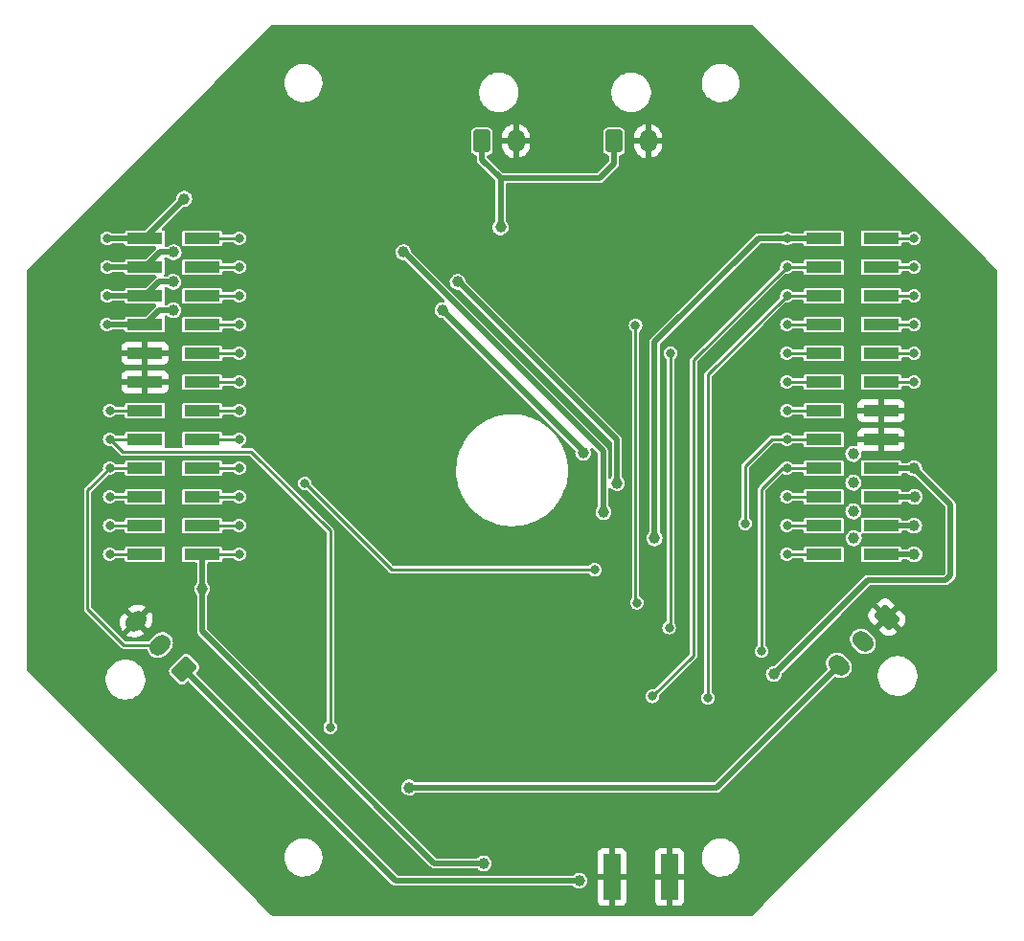
<source format=gbr>
%TF.GenerationSoftware,KiCad,Pcbnew,6.0.1*%
%TF.CreationDate,2022-02-08T14:36:27-06:00*%
%TF.ProjectId,COTS_TELEM,434f5453-5f54-4454-9c45-4d2e6b696361,rev?*%
%TF.SameCoordinates,Original*%
%TF.FileFunction,Copper,L2,Bot*%
%TF.FilePolarity,Positive*%
%FSLAX46Y46*%
G04 Gerber Fmt 4.6, Leading zero omitted, Abs format (unit mm)*
G04 Created by KiCad (PCBNEW 6.0.1) date 2022-02-08 14:36:27*
%MOMM*%
%LPD*%
G01*
G04 APERTURE LIST*
G04 Aperture macros list*
%AMRoundRect*
0 Rectangle with rounded corners*
0 $1 Rounding radius*
0 $2 $3 $4 $5 $6 $7 $8 $9 X,Y pos of 4 corners*
0 Add a 4 corners polygon primitive as box body*
4,1,4,$2,$3,$4,$5,$6,$7,$8,$9,$2,$3,0*
0 Add four circle primitives for the rounded corners*
1,1,$1+$1,$2,$3*
1,1,$1+$1,$4,$5*
1,1,$1+$1,$6,$7*
1,1,$1+$1,$8,$9*
0 Add four rect primitives between the rounded corners*
20,1,$1+$1,$2,$3,$4,$5,0*
20,1,$1+$1,$4,$5,$6,$7,0*
20,1,$1+$1,$6,$7,$8,$9,0*
20,1,$1+$1,$8,$9,$2,$3,0*%
%AMHorizOval*
0 Thick line with rounded ends*
0 $1 width*
0 $2 $3 position (X,Y) of the first rounded end (center of the circle)*
0 $4 $5 position (X,Y) of the second rounded end (center of the circle)*
0 Add line between two ends*
20,1,$1,$2,$3,$4,$5,0*
0 Add two circle primitives to create the rounded ends*
1,1,$1,$2,$3*
1,1,$1,$4,$5*%
G04 Aperture macros list end*
%TA.AperFunction,ComponentPad*%
%ADD10RoundRect,0.250001X-0.183848X0.890953X-0.890953X0.183848X0.183848X-0.890953X0.890953X-0.183848X0*%
%TD*%
%TA.AperFunction,ComponentPad*%
%ADD11HorizOval,1.500000X-0.183848X0.183848X0.183848X-0.183848X0*%
%TD*%
%TA.AperFunction,ComponentPad*%
%ADD12RoundRect,0.250001X0.890953X0.183848X0.183848X0.890953X-0.890953X-0.183848X-0.183848X-0.890953X0*%
%TD*%
%TA.AperFunction,ComponentPad*%
%ADD13HorizOval,1.500000X0.183848X0.183848X-0.183848X-0.183848X0*%
%TD*%
%TA.AperFunction,ComponentPad*%
%ADD14RoundRect,0.250001X-0.499999X-0.759999X0.499999X-0.759999X0.499999X0.759999X-0.499999X0.759999X0*%
%TD*%
%TA.AperFunction,ComponentPad*%
%ADD15O,1.500000X2.020000*%
%TD*%
%TA.AperFunction,SMDPad,CuDef*%
%ADD16R,1.524000X4.064000*%
%TD*%
%TA.AperFunction,SMDPad,CuDef*%
%ADD17R,3.150000X1.000000*%
%TD*%
%TA.AperFunction,ViaPad*%
%ADD18C,1.000000*%
%TD*%
%TA.AperFunction,ViaPad*%
%ADD19C,0.800000*%
%TD*%
%TA.AperFunction,Conductor*%
%ADD20C,0.500000*%
%TD*%
%TA.AperFunction,Conductor*%
%ADD21C,0.250000*%
%TD*%
G04 APERTURE END LIST*
D10*
%TO.P,J9,1,Pin_1*%
%TO.N,GND*%
X33050000Y-12550000D03*
D11*
%TO.P,J9,2,Pin_2*%
%TO.N,/SERVO2*%
X30928680Y-14671320D03*
%TO.P,J9,3,Pin_3*%
%TO.N,Net-(J5-Pad1)*%
X28807359Y-16792641D03*
%TD*%
D12*
%TO.P,J7,1,Pin_1*%
%TO.N,Net-(J6-Pad2)*%
X-29071466Y-17114107D03*
D13*
%TO.P,J7,2,Pin_2*%
%TO.N,/SERVO1*%
X-31192786Y-14992787D03*
%TO.P,J7,3,Pin_3*%
%TO.N,GND*%
X-33314107Y-12871466D03*
%TD*%
D14*
%TO.P,J10,1,Pin_1*%
%TO.N,Net-(J10-Pad1)*%
X8940000Y29580000D03*
D15*
%TO.P,J10,2,Pin_2*%
%TO.N,GND*%
X11940000Y29580000D03*
%TD*%
D14*
%TO.P,J8,1,Pin_1*%
%TO.N,Net-(J10-Pad1)*%
X-2750000Y29580000D03*
D15*
%TO.P,J8,2,Pin_2*%
%TO.N,GND*%
X250000Y29580000D03*
%TD*%
D16*
%TO.P,X1,GND3*%
%TO.N,GND*%
X8740000Y-35526000D03*
%TO.P,X1,GND4*%
X13820000Y-35526000D03*
%TD*%
D17*
%TO.P,J2,1,Pin_1*%
%TO.N,/B2B_UART_SDI*%
X27475000Y-6970000D03*
%TO.P,J2,2,Pin_2*%
%TO.N,/VBAT*%
X32525000Y-6970000D03*
%TO.P,J2,3,Pin_3*%
%TO.N,/B2B_UART_SDO*%
X27475000Y-4430000D03*
%TO.P,J2,4,Pin_4*%
%TO.N,/9V*%
X32525000Y-4430000D03*
%TO.P,J2,5,Pin_5*%
%TO.N,/TELEM_CS*%
X27475000Y-1890000D03*
%TO.P,J2,6,Pin_6*%
%TO.N,/5V*%
X32525000Y-1890000D03*
%TO.P,J2,7,Pin_7*%
%TO.N,/TELEM_INT*%
X27475000Y650000D03*
%TO.P,J2,8,Pin_8*%
%TO.N,/3V3*%
X32525000Y650000D03*
%TO.P,J2,9,Pin_9*%
%TO.N,/TELEM_RST*%
X27475000Y3190000D03*
%TO.P,J2,10,Pin_10*%
%TO.N,GND*%
X32525000Y3190000D03*
%TO.P,J2,11,Pin_11*%
%TO.N,/POWER_STATE*%
X27475000Y5730000D03*
%TO.P,J2,12,Pin_12*%
%TO.N,GND*%
X32525000Y5730000D03*
%TO.P,J2,13,Pin_13*%
%TO.N,/POWER_RESET*%
X27475000Y8270000D03*
%TO.P,J2,14,Pin_14*%
%TO.N,/CONT_3V3*%
X32525000Y8270000D03*
%TO.P,J2,15,Pin_15*%
%TO.N,/TELEM_GPIO_1*%
X27475000Y10810000D03*
%TO.P,J2,16,Pin_16*%
%TO.N,/B2B_SPI_SCK*%
X32525000Y10810000D03*
%TO.P,J2,17,Pin_17*%
%TO.N,/TELEM_GPIO_2*%
X27475000Y13350000D03*
%TO.P,J2,18,Pin_18*%
%TO.N,/B2B_SPI_MOSI*%
X32525000Y13350000D03*
%TO.P,J2,19,Pin_19*%
%TO.N,/TELEM_GPIO_3*%
X27475000Y15890000D03*
%TO.P,J2,20,Pin_20*%
%TO.N,/B2B_SPI_MISO*%
X32525000Y15890000D03*
%TO.P,J2,21,Pin_21*%
%TO.N,/TELEM_GPIO_4*%
X27475000Y18430000D03*
%TO.P,J2,22,Pin_22*%
%TO.N,/B2B_I2C_SCL*%
X32525000Y18430000D03*
%TO.P,J2,23,Pin_23*%
%TO.N,6V_AC_SERVO1*%
X27475000Y20970000D03*
%TO.P,J2,24,Pin_24*%
%TO.N,/B2B_I2C_SDA*%
X32525000Y20970000D03*
%TD*%
%TO.P,J4,1,Pin_1*%
%TO.N,/B2B_GPIO_10*%
X-27475000Y20970000D03*
%TO.P,J4,2,Pin_2*%
%TO.N,/VBAT*%
X-32525000Y20970000D03*
%TO.P,J4,3,Pin_3*%
%TO.N,/B2B_GPIO_11*%
X-27475000Y18430000D03*
%TO.P,J4,4,Pin_4*%
%TO.N,/9V*%
X-32525000Y18430000D03*
%TO.P,J4,5,Pin_5*%
%TO.N,/B2B_GPIO_12*%
X-27475000Y15890000D03*
%TO.P,J4,6,Pin_6*%
%TO.N,/5V*%
X-32525000Y15890000D03*
%TO.P,J4,7,Pin_7*%
%TO.N,/B2B_GPIO_13*%
X-27475000Y13350000D03*
%TO.P,J4,8,Pin_8*%
%TO.N,/3V3*%
X-32525000Y13350000D03*
%TO.P,J4,9,Pin_9*%
%TO.N,/B2B_GPIO_14*%
X-27475000Y10810000D03*
%TO.P,J4,10,Pin_10*%
%TO.N,GND*%
X-32525000Y10810000D03*
%TO.P,J4,11,Pin_11*%
%TO.N,/B2B_GPIO_15*%
X-27475000Y8270000D03*
%TO.P,J4,12,Pin_12*%
%TO.N,GND*%
X-32525000Y8270000D03*
%TO.P,J4,13,Pin_13*%
%TO.N,/B2B_GPIO_16*%
X-27475000Y5730000D03*
%TO.P,J4,14,Pin_14*%
%TO.N,/CONT_GND*%
X-32525000Y5730000D03*
%TO.P,J4,15,Pin_15*%
%TO.N,/B2B_GPIO_17*%
X-27475000Y3190000D03*
%TO.P,J4,16,Pin_16*%
%TO.N,/TELEM_GPIO_5*%
X-32525000Y3190000D03*
%TO.P,J4,17,Pin_17*%
%TO.N,/B2B_GPIO_18*%
X-27475000Y650000D03*
%TO.P,J4,18,Pin_18*%
%TO.N,/SERVO1*%
X-32525000Y650000D03*
%TO.P,J4,19,Pin_19*%
%TO.N,/B2B_GPIO_19*%
X-27475000Y-1890000D03*
%TO.P,J4,20,Pin_20*%
%TO.N,/SERVO2*%
X-32525000Y-1890000D03*
%TO.P,J4,21,Pin_21*%
%TO.N,/B2B_GPIO_20*%
X-27475000Y-4430000D03*
%TO.P,J4,22,Pin_22*%
%TO.N,/B2B_GPIO_8*%
X-32525000Y-4430000D03*
%TO.P,J4,23,Pin_23*%
%TO.N,6V_AC_SERVO2*%
X-27475000Y-6970000D03*
%TO.P,J4,24,Pin_24*%
%TO.N,/B2B_GPIO_9*%
X-32525000Y-6970000D03*
%TD*%
D18*
%TO.N,/VBAT*%
X35470000Y-6970000D03*
X30110000Y-5550000D03*
D19*
X-35890000Y20970000D03*
D18*
X-29065000Y24465000D03*
D19*
%TO.N,/TELEM_GPIO_1*%
X13800000Y-13450000D03*
X13920000Y10810000D03*
X24210000Y10810000D03*
D18*
%TO.N,/9V*%
X-30000000Y19750000D03*
X35460000Y-4430000D03*
X30072000Y-3180000D03*
D19*
X-35890000Y18430000D03*
D18*
X7990000Y-3230000D03*
X-9690000Y19750000D03*
D19*
%TO.N,/TELEM_GPIO_2*%
X10950000Y-11250000D03*
X24210000Y13350000D03*
X10830000Y13280000D03*
D18*
%TO.N,/5V*%
X-4890000Y17120000D03*
X35500000Y-1890000D03*
X30072000Y-640000D03*
D19*
X-35890000Y15900000D03*
D18*
X9170000Y-670000D03*
X-30010000Y17130000D03*
D19*
%TO.N,/TELEM_GPIO_3*%
X17230000Y-19670000D03*
X24210000Y15890000D03*
D18*
%TO.N,/3V3*%
X35453000Y650000D03*
X6200000Y2010000D03*
X23050000Y-17560000D03*
X30072000Y1900000D03*
D19*
X-35900000Y13330000D03*
D18*
X-30010000Y14610000D03*
X-6240000Y14630000D03*
D19*
%TO.N,/TELEM_GPIO_4*%
X12340000Y-19530000D03*
X24210000Y18430000D03*
D18*
%TO.N,6V_AC_SERVO1*%
X12500000Y-5550000D03*
D19*
X24220000Y20970000D03*
%TO.N,/TELEM_GPIO_5*%
X-35640000Y3190000D03*
X-16160000Y-22270000D03*
%TO.N,/CONT_3V3*%
X35453000Y8270000D03*
%TO.N,/SERVO1*%
X-35640000Y650000D03*
%TO.N,/B2B_I2C_SDA*%
X35453000Y20970000D03*
%TO.N,/SERVO2*%
X-35640000Y-1890000D03*
X7200000Y-8350000D03*
X-18400000Y-700000D03*
%TO.N,/B2B_I2C_SCL*%
X35453000Y18430000D03*
%TO.N,/B2B_GPIO_8*%
X-35640000Y-4430000D03*
%TO.N,/B2B_SPI_SCK*%
X35453000Y10810000D03*
%TO.N,/B2B_GPIO_9*%
X-35640000Y-6970000D03*
%TO.N,/B2B_SPI_MISO*%
X35453000Y15890000D03*
%TO.N,/B2B_GPIO_10*%
X-24210000Y20970000D03*
%TO.N,/B2B_SPI_MOSI*%
X35453000Y13350000D03*
%TO.N,/B2B_GPIO_11*%
X-24210000Y18430000D03*
%TO.N,/CONT_GND*%
X-35640000Y5730000D03*
%TO.N,/B2B_UART_SDI*%
X24210000Y-6970000D03*
%TO.N,/B2B_UART_SDO*%
X24210000Y-4430000D03*
%TO.N,/TELEM_CS*%
X24210000Y-1890000D03*
%TO.N,/TELEM_INT*%
X21970000Y-15540000D03*
X24210000Y650000D03*
%TO.N,/TELEM_RST*%
X24210000Y3190000D03*
X20520000Y-4240000D03*
%TO.N,/POWER_STATE*%
X24210000Y5730000D03*
%TO.N,/POWER_RESET*%
X24210000Y8270000D03*
%TO.N,/B2B_GPIO_12*%
X-24210000Y15890000D03*
%TO.N,/B2B_GPIO_13*%
X-24210000Y13350000D03*
%TO.N,/B2B_GPIO_14*%
X-24210000Y10810000D03*
%TO.N,/B2B_GPIO_15*%
X-24210000Y8270000D03*
%TO.N,/B2B_GPIO_16*%
X-24210000Y5730000D03*
%TO.N,/B2B_GPIO_17*%
X-24210000Y3190000D03*
%TO.N,/B2B_GPIO_18*%
X-24210000Y650000D03*
%TO.N,/B2B_GPIO_19*%
X-24210000Y-1890000D03*
%TO.N,/B2B_GPIO_20*%
X-24210000Y-4430000D03*
D18*
%TO.N,6V_AC_SERVO2*%
X-2600000Y-34300000D03*
D19*
X-24210000Y-6970000D03*
D18*
X-27475000Y-10025000D03*
%TO.N,Net-(J5-Pad1)*%
X-9200000Y-27600000D03*
%TO.N,Net-(J6-Pad2)*%
X5850000Y-35850000D03*
%TO.N,Net-(J10-Pad1)*%
X-1100000Y21950000D03*
%TD*%
D20*
%TO.N,/VBAT*%
X-32525000Y20970000D02*
X-32525000Y21005000D01*
X32525000Y-6970000D02*
X35470000Y-6970000D01*
X-32525000Y21005000D02*
X-29065000Y24465000D01*
X30110000Y-5550000D02*
X30090000Y-5530000D01*
X-35890000Y20970000D02*
X-32525000Y20970000D01*
D21*
%TO.N,/TELEM_GPIO_1*%
X13920000Y-13330000D02*
X13920000Y10810000D01*
X13800000Y-13450000D02*
X13920000Y-13330000D01*
X27475000Y10810000D02*
X24210000Y10810000D01*
D20*
%TO.N,/9V*%
X-30000000Y19750000D02*
X-31205000Y19750000D01*
X7960000Y-3200000D02*
X7960000Y2150000D01*
X7990000Y-3230000D02*
X7960000Y-3200000D01*
X-32525000Y18430000D02*
X-35890000Y18430000D01*
X32525000Y-4430000D02*
X35460000Y-4430000D01*
X-31205000Y19750000D02*
X-32525000Y18430000D01*
X-9640000Y19750000D02*
X-9690000Y19750000D01*
X7960000Y2150000D02*
X-9640000Y19750000D01*
D21*
%TO.N,/TELEM_GPIO_2*%
X10830000Y-11130000D02*
X10830000Y13280000D01*
X10950000Y-11250000D02*
X10830000Y-11130000D01*
X24210000Y13350000D02*
X27475000Y13350000D01*
D20*
%TO.N,/5V*%
X-30010000Y17130000D02*
X-31285000Y17130000D01*
X-32535000Y15900000D02*
X-32525000Y15890000D01*
X-31285000Y17130000D02*
X-32525000Y15890000D01*
X35500000Y-1890000D02*
X32525000Y-1890000D01*
X-4800000Y17120000D02*
X9170000Y3150000D01*
X9170000Y3150000D02*
X9170000Y-670000D01*
X-4890000Y17120000D02*
X-4800000Y17120000D01*
X-35890000Y15900000D02*
X-32535000Y15900000D01*
D21*
%TO.N,/TELEM_GPIO_3*%
X17230000Y8910000D02*
X24210000Y15890000D01*
X27475000Y15890000D02*
X24210000Y15890000D01*
X17230000Y-19670000D02*
X17230000Y8910000D01*
D20*
%TO.N,/3V3*%
X38670000Y-8830000D02*
X38670000Y-2567000D01*
X-32535000Y13340000D02*
X-32525000Y13350000D01*
X-31265000Y14610000D02*
X-32525000Y13350000D01*
X32525000Y650000D02*
X35453000Y650000D01*
X-6240000Y14620000D02*
X6200000Y2180000D01*
X-35890000Y13340000D02*
X-32535000Y13340000D01*
X-30010000Y14610000D02*
X-31265000Y14610000D01*
X6200000Y2180000D02*
X6200000Y2010000D01*
X38670000Y-2567000D02*
X35453000Y650000D01*
X31360000Y-9250000D02*
X38250000Y-9250000D01*
D21*
X-30010000Y14610000D02*
X-30060000Y14660000D01*
D20*
X23050000Y-17560000D02*
X31360000Y-9250000D01*
X38250000Y-9250000D02*
X38670000Y-8830000D01*
X-35900000Y13330000D02*
X-35890000Y13340000D01*
X-6240000Y14630000D02*
X-6240000Y14620000D01*
D21*
%TO.N,/TELEM_GPIO_4*%
X15960000Y-15910000D02*
X15960000Y10180000D01*
X15960000Y10180000D02*
X24210000Y18430000D01*
X12340000Y-19530000D02*
X15960000Y-15910000D01*
X24210000Y18430000D02*
X27475000Y18430000D01*
D20*
%TO.N,6V_AC_SERVO1*%
X12500000Y11800000D02*
X12500000Y-5550000D01*
X24220000Y20970000D02*
X21670000Y20970000D01*
X21670000Y20970000D02*
X12500000Y11800000D01*
X24220000Y20970000D02*
X27475000Y20970000D01*
D21*
%TO.N,/TELEM_GPIO_5*%
X-23120000Y2080000D02*
X-34530000Y2080000D01*
X-16160000Y-4880000D02*
X-23120000Y2080000D01*
X-35640000Y3190000D02*
X-32525000Y3190000D01*
X-34530000Y2080000D02*
X-35640000Y3190000D01*
X-16160000Y-22270000D02*
X-16160000Y-4880000D01*
%TO.N,/CONT_3V3*%
X32338000Y8270000D02*
X35453000Y8270000D01*
%TO.N,/SERVO1*%
X-35640000Y650000D02*
X-37600000Y-1310000D01*
X-32525000Y650000D02*
X-35640000Y650000D01*
X-37600000Y-11800000D02*
X-34407213Y-14992787D01*
X-37600000Y-1310000D02*
X-37600000Y-11800000D01*
X-34407213Y-14992787D02*
X-31192786Y-14992787D01*
%TO.N,/B2B_I2C_SDA*%
X35453000Y20970000D02*
X32338000Y20970000D01*
%TO.N,/SERVO2*%
X-10700000Y-8350000D02*
X7200000Y-8350000D01*
X-18400000Y-700000D02*
X-18350000Y-700000D01*
X-18350000Y-700000D02*
X-10700000Y-8350000D01*
X-35640000Y-1890000D02*
X-32525000Y-1890000D01*
%TO.N,/B2B_I2C_SCL*%
X32338000Y18430000D02*
X35453000Y18430000D01*
%TO.N,/B2B_GPIO_8*%
X-32525000Y-4430000D02*
X-35640000Y-4430000D01*
%TO.N,/B2B_SPI_SCK*%
X35453000Y10810000D02*
X32338000Y10810000D01*
%TO.N,/B2B_GPIO_9*%
X-35640000Y-6970000D02*
X-32525000Y-6970000D01*
%TO.N,/B2B_SPI_MISO*%
X35453000Y15890000D02*
X32338000Y15890000D01*
%TO.N,/B2B_GPIO_10*%
X-24210000Y20970000D02*
X-27475000Y20970000D01*
%TO.N,/B2B_SPI_MOSI*%
X32338000Y13350000D02*
X35453000Y13350000D01*
%TO.N,/B2B_GPIO_11*%
X-27475000Y18430000D02*
X-24210000Y18430000D01*
%TO.N,/CONT_GND*%
X-32525000Y5730000D02*
X-35640000Y5730000D01*
%TO.N,/B2B_UART_SDI*%
X24210000Y-6970000D02*
X27475000Y-6970000D01*
%TO.N,/B2B_UART_SDO*%
X27475000Y-4430000D02*
X24210000Y-4430000D01*
%TO.N,/TELEM_CS*%
X24210000Y-1890000D02*
X27475000Y-1890000D01*
%TO.N,/TELEM_INT*%
X21980000Y-1220000D02*
X23850000Y650000D01*
X27475000Y650000D02*
X24210000Y650000D01*
X21980000Y-8270000D02*
X21980000Y-1220000D01*
X21970000Y-8280000D02*
X21980000Y-8270000D01*
X23850000Y650000D02*
X24210000Y650000D01*
X21970000Y-15540000D02*
X21970000Y-8280000D01*
%TO.N,/TELEM_RST*%
X20520000Y810000D02*
X22900000Y3190000D01*
X24210000Y3190000D02*
X27475000Y3190000D01*
X22900000Y3190000D02*
X24210000Y3190000D01*
X20520000Y-4240000D02*
X20520000Y810000D01*
%TO.N,/POWER_STATE*%
X27475000Y5730000D02*
X24210000Y5730000D01*
%TO.N,/POWER_RESET*%
X24210000Y8270000D02*
X27475000Y8270000D01*
%TO.N,/B2B_GPIO_12*%
X-24210000Y15890000D02*
X-27475000Y15890000D01*
%TO.N,/B2B_GPIO_13*%
X-27475000Y13350000D02*
X-24210000Y13350000D01*
%TO.N,/B2B_GPIO_14*%
X-24210000Y10810000D02*
X-27475000Y10810000D01*
%TO.N,/B2B_GPIO_15*%
X-27475000Y8270000D02*
X-24210000Y8270000D01*
%TO.N,/B2B_GPIO_16*%
X-24210000Y5730000D02*
X-27475000Y5730000D01*
%TO.N,/B2B_GPIO_17*%
X-27475000Y3190000D02*
X-24210000Y3190000D01*
%TO.N,/B2B_GPIO_18*%
X-24210000Y650000D02*
X-27475000Y650000D01*
%TO.N,/B2B_GPIO_19*%
X-27475000Y-1890000D02*
X-24210000Y-1890000D01*
%TO.N,/B2B_GPIO_20*%
X-24210000Y-4430000D02*
X-27475000Y-4430000D01*
D20*
%TO.N,6V_AC_SERVO2*%
X-27475000Y-13775000D02*
X-27475000Y-6970000D01*
X-2600000Y-34300000D02*
X-6950000Y-34300000D01*
D21*
X-27475000Y-6970000D02*
X-24210000Y-6970000D01*
D20*
X-6950000Y-34300000D02*
X-27475000Y-13775000D01*
%TO.N,Net-(J5-Pad1)*%
X18000000Y-27600000D02*
X28807359Y-16792641D01*
X-9200000Y-27600000D02*
X18000000Y-27600000D01*
%TO.N,Net-(J6-Pad2)*%
X-10335573Y-35850000D02*
X5850000Y-35850000D01*
X-29071466Y-17114107D02*
X-10335573Y-35850000D01*
%TO.N,Net-(J10-Pad1)*%
X-1100000Y21950000D02*
X-1100000Y26300000D01*
X8940000Y27590000D02*
X8940000Y29580000D01*
X-2750000Y29580000D02*
X-2750000Y27950000D01*
X-2750000Y27950000D02*
X-1100000Y26300000D01*
X-1100000Y26300000D02*
X7650000Y26300000D01*
X7650000Y26300000D02*
X8940000Y27590000D01*
%TD*%
%TA.AperFunction,Conductor*%
%TO.N,GND*%
G36*
X21169340Y39839998D02*
G01*
X21190362Y39823048D01*
X41976371Y19015044D01*
X42741258Y18249348D01*
X42775250Y18187018D01*
X42778115Y18160300D01*
X42778115Y-17240301D01*
X42758113Y-17308422D01*
X42741259Y-17329348D01*
X22166094Y-37926285D01*
X21190363Y-38903048D01*
X21128068Y-38937106D01*
X21101220Y-38940000D01*
X-21261219Y-38940000D01*
X-21329340Y-38919998D01*
X-21350362Y-38903048D01*
X-22326092Y-37926285D01*
X-22649366Y-37602669D01*
X7470001Y-37602669D01*
X7470371Y-37609490D01*
X7475895Y-37660352D01*
X7479521Y-37675604D01*
X7524676Y-37796054D01*
X7533214Y-37811649D01*
X7609715Y-37913724D01*
X7622276Y-37926285D01*
X7724351Y-38002786D01*
X7739946Y-38011324D01*
X7860394Y-38056478D01*
X7875649Y-38060105D01*
X7926514Y-38065631D01*
X7933328Y-38066000D01*
X8467885Y-38066000D01*
X8483124Y-38061525D01*
X8484329Y-38060135D01*
X8486000Y-38052452D01*
X8486000Y-38047884D01*
X8994000Y-38047884D01*
X8998475Y-38063123D01*
X8999865Y-38064328D01*
X9007548Y-38065999D01*
X9546669Y-38065999D01*
X9553490Y-38065629D01*
X9604352Y-38060105D01*
X9619604Y-38056479D01*
X9740054Y-38011324D01*
X9755649Y-38002786D01*
X9857724Y-37926285D01*
X9870285Y-37913724D01*
X9946786Y-37811649D01*
X9955324Y-37796054D01*
X10000478Y-37675606D01*
X10004105Y-37660351D01*
X10009631Y-37609486D01*
X10010000Y-37602672D01*
X10010000Y-37602669D01*
X12550001Y-37602669D01*
X12550371Y-37609490D01*
X12555895Y-37660352D01*
X12559521Y-37675604D01*
X12604676Y-37796054D01*
X12613214Y-37811649D01*
X12689715Y-37913724D01*
X12702276Y-37926285D01*
X12804351Y-38002786D01*
X12819946Y-38011324D01*
X12940394Y-38056478D01*
X12955649Y-38060105D01*
X13006514Y-38065631D01*
X13013328Y-38066000D01*
X13547885Y-38066000D01*
X13563124Y-38061525D01*
X13564329Y-38060135D01*
X13566000Y-38052452D01*
X13566000Y-38047884D01*
X14074000Y-38047884D01*
X14078475Y-38063123D01*
X14079865Y-38064328D01*
X14087548Y-38065999D01*
X14626669Y-38065999D01*
X14633490Y-38065629D01*
X14684352Y-38060105D01*
X14699604Y-38056479D01*
X14820054Y-38011324D01*
X14835649Y-38002786D01*
X14937724Y-37926285D01*
X14950285Y-37913724D01*
X15026786Y-37811649D01*
X15035324Y-37796054D01*
X15080478Y-37675606D01*
X15084105Y-37660351D01*
X15089631Y-37609486D01*
X15090000Y-37602672D01*
X15090000Y-35798115D01*
X15085525Y-35782876D01*
X15084135Y-35781671D01*
X15076452Y-35780000D01*
X14092115Y-35780000D01*
X14076876Y-35784475D01*
X14075671Y-35785865D01*
X14074000Y-35793548D01*
X14074000Y-38047884D01*
X13566000Y-38047884D01*
X13566000Y-35798115D01*
X13561525Y-35782876D01*
X13560135Y-35781671D01*
X13552452Y-35780000D01*
X12568116Y-35780000D01*
X12552877Y-35784475D01*
X12551672Y-35785865D01*
X12550001Y-35793548D01*
X12550001Y-37602669D01*
X10010000Y-37602669D01*
X10010000Y-35798115D01*
X10005525Y-35782876D01*
X10004135Y-35781671D01*
X9996452Y-35780000D01*
X9012115Y-35780000D01*
X8996876Y-35784475D01*
X8995671Y-35785865D01*
X8994000Y-35793548D01*
X8994000Y-38047884D01*
X8486000Y-38047884D01*
X8486000Y-35798115D01*
X8481525Y-35782876D01*
X8480135Y-35781671D01*
X8472452Y-35780000D01*
X7488116Y-35780000D01*
X7472877Y-35784475D01*
X7471672Y-35785865D01*
X7470001Y-35793548D01*
X7470001Y-37602669D01*
X-22649366Y-37602669D01*
X-26504774Y-33743181D01*
X-20206670Y-33743181D01*
X-20206218Y-33752588D01*
X-20194689Y-33992597D01*
X-20145975Y-34237501D01*
X-20061596Y-34472516D01*
X-20059380Y-34476640D01*
X-19957926Y-34665455D01*
X-19943407Y-34692477D01*
X-19940612Y-34696221D01*
X-19940610Y-34696223D01*
X-19801274Y-34882816D01*
X-19794004Y-34892552D01*
X-19790697Y-34895830D01*
X-19790692Y-34895836D01*
X-19685530Y-35000083D01*
X-19616668Y-35068346D01*
X-19612901Y-35071108D01*
X-19612900Y-35071109D01*
X-19455065Y-35186839D01*
X-19415297Y-35215998D01*
X-19411166Y-35218172D01*
X-19411165Y-35218172D01*
X-19198448Y-35330088D01*
X-19198442Y-35330090D01*
X-19194313Y-35332263D01*
X-19189906Y-35333802D01*
X-19189899Y-35333805D01*
X-18962987Y-35413046D01*
X-18958571Y-35414588D01*
X-18953978Y-35415460D01*
X-18717840Y-35460292D01*
X-18717837Y-35460292D01*
X-18713251Y-35461163D01*
X-18588495Y-35466065D01*
X-18468408Y-35470784D01*
X-18468402Y-35470784D01*
X-18463740Y-35470967D01*
X-18310132Y-35454144D01*
X-18220168Y-35444291D01*
X-18220166Y-35444291D01*
X-18215522Y-35443782D01*
X-17974048Y-35380208D01*
X-17969758Y-35378365D01*
X-17748917Y-35283484D01*
X-17748915Y-35283483D01*
X-17744623Y-35281639D01*
X-17621863Y-35205673D01*
X-17536271Y-35152707D01*
X-17536269Y-35152705D01*
X-17532288Y-35150242D01*
X-17354912Y-35000083D01*
X-17345279Y-34991928D01*
X-17345277Y-34991926D01*
X-17341706Y-34988903D01*
X-17177066Y-34801166D01*
X-17165578Y-34783307D01*
X-17064358Y-34625942D01*
X-17041983Y-34591157D01*
X-16939426Y-34363487D01*
X-16896679Y-34211920D01*
X-16872916Y-34127663D01*
X-16872915Y-34127660D01*
X-16871646Y-34123159D01*
X-16855620Y-33997187D01*
X-16840532Y-33878583D01*
X-16840532Y-33878579D01*
X-16840134Y-33875453D01*
X-16839641Y-33856649D01*
X-16837908Y-33790442D01*
X-16837825Y-33787282D01*
X-16851611Y-33601770D01*
X-16855984Y-33542918D01*
X-16855985Y-33542914D01*
X-16856330Y-33538266D01*
X-16911439Y-33294720D01*
X-16972277Y-33138276D01*
X-17000248Y-33066348D01*
X-17000249Y-33066346D01*
X-17001941Y-33061995D01*
X-17035021Y-33004116D01*
X-17123528Y-32849262D01*
X-17125847Y-32845204D01*
X-17280437Y-32649108D01*
X-17462313Y-32478016D01*
X-17616949Y-32370741D01*
X-17663649Y-32338344D01*
X-17663652Y-32338342D01*
X-17667481Y-32335686D01*
X-17671658Y-32333626D01*
X-17671665Y-32333622D01*
X-17887246Y-32227309D01*
X-17887250Y-32227308D01*
X-17891432Y-32225245D01*
X-18129248Y-32149120D01*
X-18133855Y-32148370D01*
X-18133858Y-32148369D01*
X-18371093Y-32109733D01*
X-18371092Y-32109733D01*
X-18375704Y-32108982D01*
X-18497094Y-32107393D01*
X-18620708Y-32105774D01*
X-18620711Y-32105774D01*
X-18625385Y-32105713D01*
X-18872807Y-32139386D01*
X-18877293Y-32140694D01*
X-18877295Y-32140694D01*
X-18906203Y-32149120D01*
X-19112534Y-32209260D01*
X-19339300Y-32313801D01*
X-19343205Y-32316361D01*
X-19343210Y-32316364D01*
X-19544210Y-32448145D01*
X-19544215Y-32448149D01*
X-19548123Y-32450711D01*
X-19734416Y-32616983D01*
X-19894085Y-32808965D01*
X-20023624Y-33022439D01*
X-20025433Y-33026753D01*
X-20025434Y-33026755D01*
X-20115002Y-33240351D01*
X-20120187Y-33252715D01*
X-20121338Y-33257247D01*
X-20121339Y-33257250D01*
X-20132012Y-33299277D01*
X-20181652Y-33494735D01*
X-20206670Y-33743181D01*
X-26504774Y-33743181D01*
X-42076825Y-18154653D01*
X-35999622Y-18154653D01*
X-35964536Y-18412458D01*
X-35891730Y-18662245D01*
X-35782802Y-18898527D01*
X-35780242Y-18902432D01*
X-35780239Y-18902437D01*
X-35642713Y-19112200D01*
X-35642709Y-19112205D01*
X-35640147Y-19116113D01*
X-35579877Y-19183640D01*
X-35534224Y-19234789D01*
X-35466897Y-19310223D01*
X-35266859Y-19476593D01*
X-35044427Y-19611568D01*
X-35040113Y-19613377D01*
X-35040111Y-19613378D01*
X-34808802Y-19710374D01*
X-34808797Y-19710376D01*
X-34804487Y-19712183D01*
X-34799955Y-19713334D01*
X-34799952Y-19713335D01*
X-34674673Y-19745151D01*
X-34552311Y-19776227D01*
X-34336202Y-19797988D01*
X-34181444Y-19797988D01*
X-34179119Y-19797815D01*
X-34179113Y-19797815D01*
X-33992674Y-19783960D01*
X-33992670Y-19783959D01*
X-33988022Y-19783614D01*
X-33734256Y-19726193D01*
X-33729902Y-19724500D01*
X-33496118Y-19633586D01*
X-33496116Y-19633585D01*
X-33491765Y-19631893D01*
X-33456203Y-19611568D01*
X-33298488Y-19521426D01*
X-33265876Y-19502787D01*
X-33061552Y-19341711D01*
X-32883280Y-19152202D01*
X-32741700Y-18948116D01*
X-32737642Y-18942267D01*
X-32737640Y-18942264D01*
X-32734977Y-18938425D01*
X-32732360Y-18933118D01*
X-32621967Y-18709263D01*
X-32621966Y-18709260D01*
X-32619902Y-18705075D01*
X-32540582Y-18457280D01*
X-32498760Y-18200482D01*
X-32497057Y-18070403D01*
X-32495415Y-17945000D01*
X-32495415Y-17944997D01*
X-32495354Y-17940323D01*
X-32530440Y-17682518D01*
X-32603246Y-17432731D01*
X-32607442Y-17423628D01*
X-32650906Y-17329349D01*
X-32665379Y-17297955D01*
X-30418009Y-17297955D01*
X-30416609Y-17307267D01*
X-30399742Y-17419456D01*
X-30397869Y-17431917D01*
X-30339229Y-17554034D01*
X-30319038Y-17578441D01*
X-29535800Y-18361677D01*
X-29511393Y-18381870D01*
X-29389276Y-18440510D01*
X-29379963Y-18441910D01*
X-29379960Y-18441911D01*
X-29264626Y-18459250D01*
X-29255314Y-18460650D01*
X-29246002Y-18459250D01*
X-29130668Y-18441911D01*
X-29130665Y-18441910D01*
X-29121352Y-18440510D01*
X-28999234Y-18381870D01*
X-28974828Y-18361679D01*
X-28972727Y-18359578D01*
X-28972716Y-18359568D01*
X-28807007Y-18193859D01*
X-28744695Y-18159833D01*
X-28673880Y-18164898D01*
X-28628817Y-18193859D01*
X-10678326Y-36144350D01*
X-10668472Y-36155439D01*
X-10653279Y-36174710D01*
X-10647445Y-36182110D01*
X-10639697Y-36187465D01*
X-10639695Y-36187467D01*
X-10599173Y-36215474D01*
X-10595954Y-36217774D01*
X-10548756Y-36252634D01*
X-10541942Y-36255027D01*
X-10536004Y-36259131D01*
X-10527027Y-36261970D01*
X-10527025Y-36261971D01*
X-10480056Y-36276825D01*
X-10476307Y-36278076D01*
X-10420942Y-36297519D01*
X-10413755Y-36297801D01*
X-10413693Y-36297813D01*
X-10406843Y-36299980D01*
X-10400236Y-36300500D01*
X-10347557Y-36300500D01*
X-10342611Y-36300597D01*
X-10285579Y-36302838D01*
X-10278473Y-36300954D01*
X-10270226Y-36300500D01*
X5255454Y-36300500D01*
X5323575Y-36320502D01*
X5340254Y-36333307D01*
X5435612Y-36420077D01*
X5435616Y-36420080D01*
X5441233Y-36425191D01*
X5447906Y-36428814D01*
X5447910Y-36428817D01*
X5583558Y-36502467D01*
X5583560Y-36502468D01*
X5590235Y-36506092D01*
X5597584Y-36508020D01*
X5746883Y-36547188D01*
X5746885Y-36547188D01*
X5754233Y-36549116D01*
X5840609Y-36550473D01*
X5916161Y-36551660D01*
X5916164Y-36551660D01*
X5923760Y-36551779D01*
X5931165Y-36550083D01*
X5931166Y-36550083D01*
X5991586Y-36536245D01*
X6089029Y-36513928D01*
X6240498Y-36437747D01*
X6369423Y-36327634D01*
X6468361Y-36189947D01*
X6471194Y-36182900D01*
X6528766Y-36039687D01*
X6528767Y-36039685D01*
X6531601Y-36032634D01*
X6555490Y-35864778D01*
X6555645Y-35850000D01*
X6535276Y-35681680D01*
X6475345Y-35523077D01*
X6432918Y-35461346D01*
X6383614Y-35389608D01*
X6383613Y-35389607D01*
X6379312Y-35383349D01*
X6362589Y-35368449D01*
X6258392Y-35275612D01*
X6258388Y-35275610D01*
X6252721Y-35270560D01*
X6221228Y-35253885D01*
X7470000Y-35253885D01*
X7474475Y-35269124D01*
X7475865Y-35270329D01*
X7483548Y-35272000D01*
X8467885Y-35272000D01*
X8483124Y-35267525D01*
X8484329Y-35266135D01*
X8486000Y-35258452D01*
X8486000Y-35253885D01*
X8994000Y-35253885D01*
X8998475Y-35269124D01*
X8999865Y-35270329D01*
X9007548Y-35272000D01*
X9991884Y-35272000D01*
X10007123Y-35267525D01*
X10008328Y-35266135D01*
X10009999Y-35258452D01*
X10009999Y-35253885D01*
X12550000Y-35253885D01*
X12554475Y-35269124D01*
X12555865Y-35270329D01*
X12563548Y-35272000D01*
X13547885Y-35272000D01*
X13563124Y-35267525D01*
X13564329Y-35266135D01*
X13566000Y-35258452D01*
X13566000Y-35253885D01*
X14074000Y-35253885D01*
X14078475Y-35269124D01*
X14079865Y-35270329D01*
X14087548Y-35272000D01*
X15071884Y-35272000D01*
X15087123Y-35267525D01*
X15088328Y-35266135D01*
X15089999Y-35258452D01*
X15089999Y-33743181D01*
X16678402Y-33743181D01*
X16678854Y-33752588D01*
X16690383Y-33992597D01*
X16739097Y-34237501D01*
X16823476Y-34472516D01*
X16825692Y-34476640D01*
X16927146Y-34665455D01*
X16941665Y-34692477D01*
X16944460Y-34696221D01*
X16944462Y-34696223D01*
X17083798Y-34882816D01*
X17091068Y-34892552D01*
X17094375Y-34895830D01*
X17094380Y-34895836D01*
X17199542Y-35000083D01*
X17268404Y-35068346D01*
X17272171Y-35071108D01*
X17272172Y-35071109D01*
X17430007Y-35186839D01*
X17469775Y-35215998D01*
X17473906Y-35218172D01*
X17473907Y-35218172D01*
X17686624Y-35330088D01*
X17686630Y-35330090D01*
X17690759Y-35332263D01*
X17695166Y-35333802D01*
X17695173Y-35333805D01*
X17922085Y-35413046D01*
X17926501Y-35414588D01*
X17931094Y-35415460D01*
X18167232Y-35460292D01*
X18167235Y-35460292D01*
X18171821Y-35461163D01*
X18296577Y-35466065D01*
X18416664Y-35470784D01*
X18416670Y-35470784D01*
X18421332Y-35470967D01*
X18574940Y-35454144D01*
X18664904Y-35444291D01*
X18664906Y-35444291D01*
X18669550Y-35443782D01*
X18911024Y-35380208D01*
X18915314Y-35378365D01*
X19136155Y-35283484D01*
X19136157Y-35283483D01*
X19140449Y-35281639D01*
X19263209Y-35205673D01*
X19348801Y-35152707D01*
X19348803Y-35152705D01*
X19352784Y-35150242D01*
X19530160Y-35000083D01*
X19539793Y-34991928D01*
X19539795Y-34991926D01*
X19543366Y-34988903D01*
X19708006Y-34801166D01*
X19719494Y-34783307D01*
X19820714Y-34625942D01*
X19843089Y-34591157D01*
X19945646Y-34363487D01*
X19988393Y-34211920D01*
X20012156Y-34127663D01*
X20012157Y-34127660D01*
X20013426Y-34123159D01*
X20029452Y-33997187D01*
X20044540Y-33878583D01*
X20044540Y-33878579D01*
X20044938Y-33875453D01*
X20045431Y-33856649D01*
X20047164Y-33790442D01*
X20047247Y-33787282D01*
X20033461Y-33601770D01*
X20029088Y-33542918D01*
X20029087Y-33542914D01*
X20028742Y-33538266D01*
X19973633Y-33294720D01*
X19912795Y-33138276D01*
X19884824Y-33066348D01*
X19884823Y-33066346D01*
X19883131Y-33061995D01*
X19850051Y-33004116D01*
X19761544Y-32849262D01*
X19759225Y-32845204D01*
X19604635Y-32649108D01*
X19422759Y-32478016D01*
X19268123Y-32370741D01*
X19221423Y-32338344D01*
X19221420Y-32338342D01*
X19217591Y-32335686D01*
X19213414Y-32333626D01*
X19213407Y-32333622D01*
X18997826Y-32227309D01*
X18997822Y-32227308D01*
X18993640Y-32225245D01*
X18755824Y-32149120D01*
X18751217Y-32148370D01*
X18751214Y-32148369D01*
X18513979Y-32109733D01*
X18513980Y-32109733D01*
X18509368Y-32108982D01*
X18387978Y-32107393D01*
X18264364Y-32105774D01*
X18264361Y-32105774D01*
X18259687Y-32105713D01*
X18012265Y-32139386D01*
X18007779Y-32140694D01*
X18007777Y-32140694D01*
X17978869Y-32149120D01*
X17772538Y-32209260D01*
X17545772Y-32313801D01*
X17541867Y-32316361D01*
X17541862Y-32316364D01*
X17340862Y-32448145D01*
X17340857Y-32448149D01*
X17336949Y-32450711D01*
X17150656Y-32616983D01*
X16990987Y-32808965D01*
X16861448Y-33022439D01*
X16859639Y-33026753D01*
X16859638Y-33026755D01*
X16770070Y-33240351D01*
X16764885Y-33252715D01*
X16763734Y-33257247D01*
X16763733Y-33257250D01*
X16753060Y-33299277D01*
X16703420Y-33494735D01*
X16678402Y-33743181D01*
X15089999Y-33743181D01*
X15089999Y-33449331D01*
X15089629Y-33442510D01*
X15084105Y-33391648D01*
X15080479Y-33376396D01*
X15035324Y-33255946D01*
X15026786Y-33240351D01*
X14950285Y-33138276D01*
X14937724Y-33125715D01*
X14835649Y-33049214D01*
X14820054Y-33040676D01*
X14699606Y-32995522D01*
X14684351Y-32991895D01*
X14633486Y-32986369D01*
X14626672Y-32986000D01*
X14092115Y-32986000D01*
X14076876Y-32990475D01*
X14075671Y-32991865D01*
X14074000Y-32999548D01*
X14074000Y-35253885D01*
X13566000Y-35253885D01*
X13566000Y-33004116D01*
X13561525Y-32988877D01*
X13560135Y-32987672D01*
X13552452Y-32986001D01*
X13013331Y-32986001D01*
X13006510Y-32986371D01*
X12955648Y-32991895D01*
X12940396Y-32995521D01*
X12819946Y-33040676D01*
X12804351Y-33049214D01*
X12702276Y-33125715D01*
X12689715Y-33138276D01*
X12613214Y-33240351D01*
X12604676Y-33255946D01*
X12559522Y-33376394D01*
X12555895Y-33391649D01*
X12550369Y-33442514D01*
X12550000Y-33449328D01*
X12550000Y-35253885D01*
X10009999Y-35253885D01*
X10009999Y-33449331D01*
X10009629Y-33442510D01*
X10004105Y-33391648D01*
X10000479Y-33376396D01*
X9955324Y-33255946D01*
X9946786Y-33240351D01*
X9870285Y-33138276D01*
X9857724Y-33125715D01*
X9755649Y-33049214D01*
X9740054Y-33040676D01*
X9619606Y-32995522D01*
X9604351Y-32991895D01*
X9553486Y-32986369D01*
X9546672Y-32986000D01*
X9012115Y-32986000D01*
X8996876Y-32990475D01*
X8995671Y-32991865D01*
X8994000Y-32999548D01*
X8994000Y-35253885D01*
X8486000Y-35253885D01*
X8486000Y-33004116D01*
X8481525Y-32988877D01*
X8480135Y-32987672D01*
X8472452Y-32986001D01*
X7933331Y-32986001D01*
X7926510Y-32986371D01*
X7875648Y-32991895D01*
X7860396Y-32995521D01*
X7739946Y-33040676D01*
X7724351Y-33049214D01*
X7622276Y-33125715D01*
X7609715Y-33138276D01*
X7533214Y-33240351D01*
X7524676Y-33255946D01*
X7479522Y-33376394D01*
X7475895Y-33391649D01*
X7470369Y-33442514D01*
X7470000Y-33449328D01*
X7470000Y-35253885D01*
X6221228Y-35253885D01*
X6149671Y-35215998D01*
X6102881Y-35191224D01*
X5938441Y-35149919D01*
X5930843Y-35149879D01*
X5930841Y-35149879D01*
X5853668Y-35149475D01*
X5768895Y-35149031D01*
X5761508Y-35150805D01*
X5761504Y-35150805D01*
X5618162Y-35185220D01*
X5604032Y-35188612D01*
X5597288Y-35192093D01*
X5597285Y-35192094D01*
X5460117Y-35262892D01*
X5453369Y-35266375D01*
X5447647Y-35271367D01*
X5447645Y-35271368D01*
X5435871Y-35281639D01*
X5343070Y-35362595D01*
X5336359Y-35368449D01*
X5271877Y-35398157D01*
X5253530Y-35399500D01*
X-10096780Y-35399500D01*
X-10164901Y-35379498D01*
X-10185875Y-35362595D01*
X-27991715Y-17556755D01*
X-28025741Y-17494443D01*
X-28020676Y-17423628D01*
X-27991715Y-17378565D01*
X-27825994Y-17212844D01*
X-27825984Y-17212833D01*
X-27823896Y-17210745D01*
X-27815581Y-17200695D01*
X-27808597Y-17192255D01*
X-27808594Y-17192251D01*
X-27803703Y-17186339D01*
X-27791412Y-17160744D01*
X-27775420Y-17127439D01*
X-27745063Y-17064221D01*
X-27742694Y-17048468D01*
X-27726323Y-16939571D01*
X-27724923Y-16930259D01*
X-27738601Y-16839278D01*
X-27743662Y-16805613D01*
X-27743663Y-16805610D01*
X-27745063Y-16796297D01*
X-27803703Y-16674180D01*
X-27823894Y-16649773D01*
X-28607132Y-15866537D01*
X-28631539Y-15846344D01*
X-28753656Y-15787704D01*
X-28762969Y-15786304D01*
X-28762972Y-15786303D01*
X-28878306Y-15768964D01*
X-28887618Y-15767564D01*
X-28896930Y-15768964D01*
X-29012264Y-15786303D01*
X-29012267Y-15786304D01*
X-29021580Y-15787704D01*
X-29143698Y-15846344D01*
X-29168104Y-15866535D01*
X-30319036Y-17017469D01*
X-30320914Y-17019739D01*
X-30334335Y-17035959D01*
X-30334338Y-17035963D01*
X-30339229Y-17041875D01*
X-30342553Y-17048798D01*
X-30342554Y-17048799D01*
X-30349959Y-17064221D01*
X-30397869Y-17163993D01*
X-30399269Y-17173306D01*
X-30399270Y-17173309D01*
X-30408338Y-17233627D01*
X-30418009Y-17297955D01*
X-32665379Y-17297955D01*
X-32712174Y-17196449D01*
X-32714737Y-17192539D01*
X-32852263Y-16982776D01*
X-32852267Y-16982771D01*
X-32854829Y-16978863D01*
X-32963923Y-16856634D01*
X-33024962Y-16788245D01*
X-33024964Y-16788243D01*
X-33028079Y-16784753D01*
X-33228117Y-16618383D01*
X-33450549Y-16483408D01*
X-33454865Y-16481598D01*
X-33686174Y-16384602D01*
X-33686179Y-16384600D01*
X-33690489Y-16382793D01*
X-33695021Y-16381642D01*
X-33695024Y-16381641D01*
X-33820303Y-16349825D01*
X-33942665Y-16318749D01*
X-34158774Y-16296988D01*
X-34313532Y-16296988D01*
X-34315857Y-16297161D01*
X-34315863Y-16297161D01*
X-34502302Y-16311016D01*
X-34502306Y-16311017D01*
X-34506954Y-16311362D01*
X-34760720Y-16368783D01*
X-34765072Y-16370475D01*
X-34765074Y-16370476D01*
X-34998858Y-16461390D01*
X-34998860Y-16461391D01*
X-35003211Y-16463083D01*
X-35007265Y-16465400D01*
X-35007267Y-16465401D01*
X-35042856Y-16485742D01*
X-35229100Y-16592189D01*
X-35433424Y-16753265D01*
X-35611696Y-16942774D01*
X-35701840Y-17072715D01*
X-35743363Y-17132571D01*
X-35759999Y-17156551D01*
X-35762065Y-17160741D01*
X-35762067Y-17160744D01*
X-35872529Y-17384741D01*
X-35875074Y-17389901D01*
X-35876496Y-17394344D01*
X-35876497Y-17394346D01*
X-35895865Y-17454851D01*
X-35954394Y-17637696D01*
X-35955144Y-17642302D01*
X-35993913Y-17880356D01*
X-35996216Y-17894494D01*
X-35996277Y-17899171D01*
X-35999375Y-18135814D01*
X-35999622Y-18154653D01*
X-42076825Y-18154653D01*
X-42901258Y-17329348D01*
X-42935250Y-17267018D01*
X-42938115Y-17240300D01*
X-42938115Y-11828807D01*
X-37929264Y-11828807D01*
X-37919509Y-11865210D01*
X-37917130Y-11875942D01*
X-37910588Y-11913045D01*
X-37905077Y-11922590D01*
X-37903885Y-11925866D01*
X-37902408Y-11929034D01*
X-37899554Y-11939684D01*
X-37893230Y-11948715D01*
X-37877945Y-11970544D01*
X-37872039Y-11979815D01*
X-37859548Y-12001449D01*
X-37853194Y-12012455D01*
X-37844749Y-12019541D01*
X-37824318Y-12036685D01*
X-37816215Y-12044111D01*
X-34651324Y-15209002D01*
X-34643897Y-15217106D01*
X-34619668Y-15245981D01*
X-34610119Y-15251494D01*
X-34587028Y-15264826D01*
X-34577757Y-15270732D01*
X-34546897Y-15292341D01*
X-34536247Y-15295195D01*
X-34533079Y-15296672D01*
X-34529803Y-15297864D01*
X-34520258Y-15303375D01*
X-34486514Y-15309325D01*
X-34483155Y-15309917D01*
X-34472428Y-15312295D01*
X-34436020Y-15322051D01*
X-34425044Y-15321091D01*
X-34425041Y-15321091D01*
X-34398470Y-15318766D01*
X-34387489Y-15318287D01*
X-32422698Y-15318287D01*
X-32354577Y-15338289D01*
X-32308084Y-15391945D01*
X-32303422Y-15403677D01*
X-32245320Y-15574351D01*
X-32147605Y-15740901D01*
X-32052664Y-15846344D01*
X-32032586Y-15868642D01*
X-32018397Y-15884401D01*
X-31971303Y-15919122D01*
X-31873909Y-15990927D01*
X-31862973Y-15998990D01*
X-31857183Y-16001665D01*
X-31857182Y-16001666D01*
X-31806994Y-16024856D01*
X-31687682Y-16079986D01*
X-31499685Y-16124080D01*
X-31390006Y-16127143D01*
X-31313044Y-16129293D01*
X-31313042Y-16129293D01*
X-31306662Y-16129471D01*
X-31116497Y-16095940D01*
X-30936959Y-16024856D01*
X-30861833Y-15975695D01*
X-30779431Y-15921773D01*
X-30779430Y-15921772D01*
X-30775380Y-15919122D01*
X-30770666Y-15914877D01*
X-30302709Y-15446919D01*
X-30250772Y-15383238D01*
X-30215357Y-15339816D01*
X-30215354Y-15339812D01*
X-30211323Y-15334869D01*
X-30199522Y-15312296D01*
X-30124820Y-15169406D01*
X-30121860Y-15163744D01*
X-30101371Y-15092292D01*
X-30070393Y-14984257D01*
X-30068635Y-14978126D01*
X-30053821Y-14785596D01*
X-30071293Y-14647285D01*
X-30077223Y-14600344D01*
X-30077223Y-14600343D01*
X-30078022Y-14594020D01*
X-30126074Y-14452870D01*
X-30138196Y-14417262D01*
X-30138197Y-14417261D01*
X-30140252Y-14411223D01*
X-30230246Y-14257833D01*
X-30234737Y-14250178D01*
X-30234738Y-14250177D01*
X-30237967Y-14244673D01*
X-30367175Y-14101173D01*
X-30447284Y-14042111D01*
X-30517462Y-13990371D01*
X-30517464Y-13990370D01*
X-30522599Y-13986584D01*
X-30697889Y-13905588D01*
X-30885886Y-13861494D01*
X-30994241Y-13858467D01*
X-31072528Y-13856280D01*
X-31072531Y-13856280D01*
X-31078910Y-13856102D01*
X-31085192Y-13857210D01*
X-31085196Y-13857210D01*
X-31162964Y-13870923D01*
X-31269075Y-13889634D01*
X-31448613Y-13960718D01*
X-31453960Y-13964217D01*
X-31606142Y-14063802D01*
X-31606145Y-14063805D01*
X-31610191Y-14066452D01*
X-31614906Y-14070697D01*
X-32082863Y-14538654D01*
X-32149960Y-14620924D01*
X-32208514Y-14661071D01*
X-32247602Y-14667287D01*
X-34220197Y-14667287D01*
X-34288318Y-14647285D01*
X-34309292Y-14630382D01*
X-34830420Y-14109254D01*
X-34186879Y-14109254D01*
X-34181127Y-14117119D01*
X-34180927Y-14117249D01*
X-33992382Y-14217078D01*
X-33982066Y-14221414D01*
X-33778834Y-14286274D01*
X-33767926Y-14288712D01*
X-33556406Y-14316559D01*
X-33545246Y-14317027D01*
X-33332137Y-14306977D01*
X-33321069Y-14305461D01*
X-33113114Y-14257833D01*
X-33102475Y-14254377D01*
X-32906250Y-14170679D01*
X-32896391Y-14165393D01*
X-32717251Y-14047720D01*
X-32709942Y-14042111D01*
X-32672132Y-14008424D01*
X-32669480Y-14005920D01*
X-32616984Y-13953424D01*
X-32609370Y-13939480D01*
X-32609501Y-13937645D01*
X-32613749Y-13931035D01*
X-33301296Y-13243487D01*
X-33315239Y-13235874D01*
X-33317073Y-13236005D01*
X-33323687Y-13240256D01*
X-34179894Y-14096463D01*
X-34186879Y-14109254D01*
X-34830420Y-14109254D01*
X-35971251Y-12968423D01*
X-34757560Y-12968423D01*
X-34754208Y-13181728D01*
X-34753040Y-13192849D01*
X-34711968Y-13402199D01*
X-34708851Y-13412929D01*
X-34631350Y-13611706D01*
X-34626388Y-13621702D01*
X-34558784Y-13732023D01*
X-34548328Y-13741483D01*
X-34539550Y-13737699D01*
X-33686129Y-12884278D01*
X-33679751Y-12872598D01*
X-32949699Y-12872598D01*
X-32949568Y-12874431D01*
X-32945317Y-12881046D01*
X-32257769Y-13568593D01*
X-32243831Y-13576204D01*
X-32241997Y-13576072D01*
X-32235381Y-13571820D01*
X-32202426Y-13538865D01*
X-32198621Y-13534705D01*
X-32096678Y-13412785D01*
X-32090298Y-13403606D01*
X-31984593Y-13218285D01*
X-31979944Y-13208130D01*
X-31908728Y-13007021D01*
X-31905950Y-12996200D01*
X-31871473Y-12785663D01*
X-31870654Y-12774508D01*
X-31874005Y-12561203D01*
X-31875173Y-12550085D01*
X-31916245Y-12340736D01*
X-31919365Y-12329997D01*
X-31996864Y-12131226D01*
X-32001826Y-12121230D01*
X-32069430Y-12010909D01*
X-32079886Y-12001449D01*
X-32088664Y-12005233D01*
X-32942085Y-12858654D01*
X-32949699Y-12872598D01*
X-33679751Y-12872598D01*
X-33678515Y-12870334D01*
X-33678646Y-12868501D01*
X-33682897Y-12861886D01*
X-34370445Y-12174339D01*
X-34384383Y-12166728D01*
X-34386219Y-12166860D01*
X-34392831Y-12171109D01*
X-34425789Y-12204067D01*
X-34429592Y-12208224D01*
X-34531537Y-12330150D01*
X-34537916Y-12339328D01*
X-34643616Y-12524638D01*
X-34648272Y-12534807D01*
X-34719486Y-12735911D01*
X-34722264Y-12746732D01*
X-34756741Y-12957269D01*
X-34757560Y-12968423D01*
X-35971251Y-12968423D01*
X-37136224Y-11803450D01*
X-34018844Y-11803450D01*
X-34018713Y-11805287D01*
X-34014465Y-11811897D01*
X-33326918Y-12499445D01*
X-33312975Y-12507058D01*
X-33311141Y-12506927D01*
X-33304527Y-12502676D01*
X-32448320Y-11646469D01*
X-32441334Y-11633676D01*
X-32447081Y-11625816D01*
X-32447292Y-11625679D01*
X-32635832Y-11525853D01*
X-32646147Y-11521518D01*
X-32849379Y-11456658D01*
X-32860287Y-11454220D01*
X-33071807Y-11426373D01*
X-33082967Y-11425905D01*
X-33296077Y-11435955D01*
X-33307145Y-11437471D01*
X-33515102Y-11485099D01*
X-33525734Y-11488553D01*
X-33721971Y-11572256D01*
X-33731821Y-11577537D01*
X-33910956Y-11695208D01*
X-33918273Y-11700822D01*
X-33956076Y-11734504D01*
X-33958729Y-11737008D01*
X-34011234Y-11789512D01*
X-34018844Y-11803450D01*
X-37136224Y-11803450D01*
X-37237595Y-11702079D01*
X-37271621Y-11639767D01*
X-37274500Y-11612984D01*
X-37274500Y-6970000D01*
X-36245682Y-6970000D01*
X-36225044Y-7126762D01*
X-36164536Y-7272841D01*
X-36068282Y-7398282D01*
X-35942841Y-7494536D01*
X-35796762Y-7555044D01*
X-35640000Y-7575682D01*
X-35631812Y-7574604D01*
X-35491426Y-7556122D01*
X-35483238Y-7555044D01*
X-35337159Y-7494536D01*
X-35211718Y-7398282D01*
X-35170677Y-7344796D01*
X-35113339Y-7302929D01*
X-35070714Y-7295500D01*
X-34426500Y-7295500D01*
X-34358379Y-7315502D01*
X-34311886Y-7369158D01*
X-34300500Y-7421500D01*
X-34300500Y-7489748D01*
X-34288867Y-7548231D01*
X-34244552Y-7614552D01*
X-34178231Y-7658867D01*
X-34166062Y-7661288D01*
X-34166061Y-7661288D01*
X-34136399Y-7667188D01*
X-34119748Y-7670500D01*
X-30930252Y-7670500D01*
X-30913601Y-7667188D01*
X-30883939Y-7661288D01*
X-30883938Y-7661288D01*
X-30871769Y-7658867D01*
X-30805448Y-7614552D01*
X-30761133Y-7548231D01*
X-30749500Y-7489748D01*
X-29250500Y-7489748D01*
X-29238867Y-7548231D01*
X-29194552Y-7614552D01*
X-29128231Y-7658867D01*
X-29116062Y-7661288D01*
X-29116061Y-7661288D01*
X-29086399Y-7667188D01*
X-29069748Y-7670500D01*
X-28051500Y-7670500D01*
X-27983379Y-7690502D01*
X-27936886Y-7744158D01*
X-27925500Y-7796500D01*
X-27925500Y-9431079D01*
X-27945502Y-9499200D01*
X-27968671Y-9526028D01*
X-27999396Y-9552831D01*
X-28003763Y-9559045D01*
X-28091700Y-9684167D01*
X-28096887Y-9691547D01*
X-28158476Y-9849513D01*
X-28180606Y-10017611D01*
X-28162001Y-10186135D01*
X-28103734Y-10345356D01*
X-28099498Y-10351659D01*
X-28099498Y-10351660D01*
X-28086426Y-10371113D01*
X-28009170Y-10486083D01*
X-28003554Y-10491193D01*
X-27966700Y-10524728D01*
X-27929778Y-10585368D01*
X-27925500Y-10617921D01*
X-27925500Y-13740780D01*
X-27926373Y-13755589D01*
X-27930364Y-13789310D01*
X-27928672Y-13798574D01*
X-27928672Y-13798575D01*
X-27919828Y-13847001D01*
X-27919178Y-13850904D01*
X-27913521Y-13888527D01*
X-27910449Y-13908962D01*
X-27907321Y-13915475D01*
X-27906025Y-13922573D01*
X-27878975Y-13974647D01*
X-27877232Y-13978137D01*
X-27851809Y-14031079D01*
X-27846923Y-14036365D01*
X-27846890Y-14036413D01*
X-27843579Y-14042788D01*
X-27839275Y-14047828D01*
X-27802048Y-14085055D01*
X-27798619Y-14088620D01*
X-27759854Y-14130556D01*
X-27753495Y-14134249D01*
X-27747337Y-14139766D01*
X-7292753Y-34594350D01*
X-7282899Y-34605439D01*
X-7267707Y-34624709D01*
X-7261872Y-34632110D01*
X-7254125Y-34637465D01*
X-7254123Y-34637466D01*
X-7213625Y-34665455D01*
X-7210403Y-34667757D01*
X-7176935Y-34692477D01*
X-7163184Y-34702634D01*
X-7156368Y-34705027D01*
X-7150431Y-34709131D01*
X-7141451Y-34711971D01*
X-7141449Y-34711972D01*
X-7121283Y-34718350D01*
X-7094481Y-34726826D01*
X-7090750Y-34728071D01*
X-7044263Y-34744396D01*
X-7044261Y-34744396D01*
X-7035369Y-34747519D01*
X-7028181Y-34747801D01*
X-7028122Y-34747812D01*
X-7021270Y-34749980D01*
X-7014663Y-34750500D01*
X-6961984Y-34750500D01*
X-6957038Y-34750597D01*
X-6900006Y-34752838D01*
X-6892900Y-34750954D01*
X-6884656Y-34750500D01*
X-3194546Y-34750500D01*
X-3126425Y-34770502D01*
X-3109746Y-34783307D01*
X-3014388Y-34870077D01*
X-3014384Y-34870080D01*
X-3008767Y-34875191D01*
X-3002094Y-34878814D01*
X-3002090Y-34878817D01*
X-2866442Y-34952467D01*
X-2866440Y-34952468D01*
X-2859765Y-34956092D01*
X-2852416Y-34958020D01*
X-2703117Y-34997188D01*
X-2703115Y-34997188D01*
X-2695767Y-34999116D01*
X-2609391Y-35000473D01*
X-2533839Y-35001660D01*
X-2533836Y-35001660D01*
X-2526240Y-35001779D01*
X-2518835Y-35000083D01*
X-2518834Y-35000083D01*
X-2454659Y-34985385D01*
X-2360971Y-34963928D01*
X-2209502Y-34887747D01*
X-2080577Y-34777634D01*
X-1981639Y-34639947D01*
X-1978806Y-34632900D01*
X-1921234Y-34489687D01*
X-1921233Y-34489685D01*
X-1918399Y-34482634D01*
X-1901442Y-34363487D01*
X-1895091Y-34318862D01*
X-1895091Y-34318859D01*
X-1894510Y-34314778D01*
X-1894355Y-34300000D01*
X-1914724Y-34131680D01*
X-1974655Y-33973077D01*
X-2039599Y-33878583D01*
X-2066386Y-33839608D01*
X-2066387Y-33839607D01*
X-2070688Y-33833349D01*
X-2087411Y-33818449D01*
X-2191608Y-33725612D01*
X-2191612Y-33725610D01*
X-2197279Y-33720560D01*
X-2347119Y-33641224D01*
X-2511559Y-33599919D01*
X-2519157Y-33599879D01*
X-2519159Y-33599879D01*
X-2596332Y-33599475D01*
X-2681105Y-33599031D01*
X-2688492Y-33600805D01*
X-2688496Y-33600805D01*
X-2831838Y-33635220D01*
X-2845968Y-33638612D01*
X-2852712Y-33642093D01*
X-2852715Y-33642094D01*
X-2857911Y-33644776D01*
X-2996631Y-33716375D01*
X-3002353Y-33721367D01*
X-3002355Y-33721368D01*
X-3032713Y-33747851D01*
X-3106930Y-33812595D01*
X-3113641Y-33818449D01*
X-3178123Y-33848157D01*
X-3196470Y-33849500D01*
X-6711207Y-33849500D01*
X-6779328Y-33829498D01*
X-6800302Y-33812595D01*
X-13020286Y-27592611D01*
X-9905606Y-27592611D01*
X-9887001Y-27761135D01*
X-9828734Y-27920356D01*
X-9734170Y-28061083D01*
X-9728558Y-28066190D01*
X-9728555Y-28066193D01*
X-9614388Y-28170077D01*
X-9614384Y-28170080D01*
X-9608767Y-28175191D01*
X-9602094Y-28178814D01*
X-9602090Y-28178817D01*
X-9466442Y-28252467D01*
X-9466440Y-28252468D01*
X-9459765Y-28256092D01*
X-9452416Y-28258020D01*
X-9303117Y-28297188D01*
X-9303115Y-28297188D01*
X-9295767Y-28299116D01*
X-9209391Y-28300473D01*
X-9133839Y-28301660D01*
X-9133836Y-28301660D01*
X-9126240Y-28301779D01*
X-9118835Y-28300083D01*
X-9118834Y-28300083D01*
X-9058414Y-28286245D01*
X-8960971Y-28263928D01*
X-8809502Y-28187747D01*
X-8684154Y-28080689D01*
X-8619364Y-28051658D01*
X-8602323Y-28050500D01*
X17965780Y-28050500D01*
X17980589Y-28051373D01*
X18014310Y-28055364D01*
X18023574Y-28053672D01*
X18023575Y-28053672D01*
X18072001Y-28044828D01*
X18075904Y-28044178D01*
X18124645Y-28036850D01*
X18124646Y-28036850D01*
X18133962Y-28035449D01*
X18140475Y-28032321D01*
X18147573Y-28031025D01*
X18199647Y-28003975D01*
X18203137Y-28002232D01*
X18256079Y-27976809D01*
X18261365Y-27971923D01*
X18261413Y-27971890D01*
X18267788Y-27968579D01*
X18272828Y-27964275D01*
X18310055Y-27927048D01*
X18313621Y-27923618D01*
X18348641Y-27891246D01*
X18355556Y-27884854D01*
X18359249Y-27878495D01*
X18364766Y-27872337D01*
X28398334Y-17838769D01*
X28460646Y-17804743D01*
X28531461Y-17809808D01*
X28545799Y-17816200D01*
X28636402Y-17863567D01*
X28642542Y-17865328D01*
X28642543Y-17865328D01*
X28792070Y-17908204D01*
X28822020Y-17916792D01*
X28970665Y-17928229D01*
X29008194Y-17931117D01*
X29008195Y-17931117D01*
X29014550Y-17931606D01*
X29145735Y-17915034D01*
X29199802Y-17908204D01*
X29199803Y-17908204D01*
X29206126Y-17907405D01*
X29388923Y-17845175D01*
X29409356Y-17833187D01*
X32231247Y-17833187D01*
X32266333Y-18090992D01*
X32267641Y-18095478D01*
X32267641Y-18095480D01*
X32283525Y-18149976D01*
X32339139Y-18340779D01*
X32448067Y-18577061D01*
X32450627Y-18580966D01*
X32450630Y-18580971D01*
X32588156Y-18790734D01*
X32588160Y-18790739D01*
X32590722Y-18794647D01*
X32677347Y-18891702D01*
X32715307Y-18934232D01*
X32763972Y-18988757D01*
X32964010Y-19155127D01*
X33186442Y-19290102D01*
X33190756Y-19291911D01*
X33190758Y-19291912D01*
X33422067Y-19388908D01*
X33422072Y-19388910D01*
X33426382Y-19390717D01*
X33430914Y-19391868D01*
X33430917Y-19391869D01*
X33556196Y-19423685D01*
X33678558Y-19454761D01*
X33894667Y-19476522D01*
X34049425Y-19476522D01*
X34051750Y-19476349D01*
X34051756Y-19476349D01*
X34238195Y-19462494D01*
X34238199Y-19462493D01*
X34242847Y-19462148D01*
X34496613Y-19404727D01*
X34500967Y-19403034D01*
X34734751Y-19312120D01*
X34734753Y-19312119D01*
X34739104Y-19310427D01*
X34774666Y-19290102D01*
X34931127Y-19200677D01*
X34964993Y-19181321D01*
X35169317Y-19020245D01*
X35347589Y-18830736D01*
X35495892Y-18616959D01*
X35513639Y-18580971D01*
X35608902Y-18387797D01*
X35608903Y-18387794D01*
X35610967Y-18383609D01*
X35690287Y-18135814D01*
X35726243Y-17915034D01*
X35731358Y-17883628D01*
X35731358Y-17883627D01*
X35732109Y-17879016D01*
X35735208Y-17642302D01*
X35735454Y-17623534D01*
X35735454Y-17623531D01*
X35735515Y-17618857D01*
X35700429Y-17361052D01*
X35691189Y-17329349D01*
X35663288Y-17233627D01*
X35627623Y-17111265D01*
X35619685Y-17094045D01*
X35567739Y-16981368D01*
X35518695Y-16874983D01*
X35516132Y-16871073D01*
X35378606Y-16661310D01*
X35378602Y-16661305D01*
X35376040Y-16657397D01*
X35202790Y-16463287D01*
X35002752Y-16296917D01*
X34780320Y-16161942D01*
X34776004Y-16160132D01*
X34544695Y-16063136D01*
X34544690Y-16063134D01*
X34540380Y-16061327D01*
X34535848Y-16060176D01*
X34535845Y-16060175D01*
X34382996Y-16021357D01*
X34288204Y-15997283D01*
X34072095Y-15975522D01*
X33917337Y-15975522D01*
X33915012Y-15975695D01*
X33915006Y-15975695D01*
X33728567Y-15989550D01*
X33728563Y-15989551D01*
X33723915Y-15989896D01*
X33470149Y-16047317D01*
X33465797Y-16049009D01*
X33465795Y-16049010D01*
X33232011Y-16139924D01*
X33232009Y-16139925D01*
X33227658Y-16141617D01*
X33223604Y-16143934D01*
X33223602Y-16143935D01*
X33187848Y-16164370D01*
X33001769Y-16270723D01*
X32797445Y-16431799D01*
X32619173Y-16621308D01*
X32548881Y-16722633D01*
X32479526Y-16822608D01*
X32470870Y-16835085D01*
X32468804Y-16839275D01*
X32468802Y-16839278D01*
X32361062Y-17057755D01*
X32355795Y-17068435D01*
X32354373Y-17072878D01*
X32354372Y-17072880D01*
X32327589Y-17156551D01*
X32276475Y-17316230D01*
X32258984Y-17423628D01*
X32236749Y-17560161D01*
X32234653Y-17573028D01*
X32234592Y-17577705D01*
X32232021Y-17774104D01*
X32231247Y-17833187D01*
X29409356Y-17833187D01*
X29555473Y-17747460D01*
X29698973Y-17618252D01*
X29786999Y-17498857D01*
X29809775Y-17467965D01*
X29809776Y-17467963D01*
X29813562Y-17462828D01*
X29894558Y-17287538D01*
X29938652Y-17099541D01*
X29943121Y-16939571D01*
X29943866Y-16912899D01*
X29943866Y-16912896D01*
X29944044Y-16906517D01*
X29942651Y-16898612D01*
X29922045Y-16781760D01*
X29910512Y-16716352D01*
X29839428Y-16536814D01*
X29739823Y-16384602D01*
X29736344Y-16379285D01*
X29736341Y-16379282D01*
X29733694Y-16375236D01*
X29729449Y-16370521D01*
X29261492Y-15902564D01*
X29259017Y-15900546D01*
X29259011Y-15900540D01*
X29154389Y-15815213D01*
X29154386Y-15815211D01*
X29149441Y-15811178D01*
X29119397Y-15795471D01*
X29015014Y-15740901D01*
X28978317Y-15721716D01*
X28832608Y-15679934D01*
X28798836Y-15670250D01*
X28798835Y-15670250D01*
X28792698Y-15668490D01*
X28786334Y-15668000D01*
X28786332Y-15668000D01*
X28606529Y-15654165D01*
X28606525Y-15654165D01*
X28600169Y-15653676D01*
X28408592Y-15677878D01*
X28402554Y-15679934D01*
X28402552Y-15679934D01*
X28353120Y-15696762D01*
X28225795Y-15740107D01*
X28131430Y-15795471D01*
X28103123Y-15812079D01*
X28059245Y-15837822D01*
X27974965Y-15913708D01*
X27921625Y-15961736D01*
X27915745Y-15967030D01*
X27874447Y-16023045D01*
X27819888Y-16097047D01*
X27801156Y-16122454D01*
X27720160Y-16297745D01*
X27676066Y-16485742D01*
X27675888Y-16492127D01*
X27671163Y-16661310D01*
X27670675Y-16678765D01*
X27704206Y-16868930D01*
X27706554Y-16874860D01*
X27762190Y-17015380D01*
X27775290Y-17048468D01*
X27778782Y-17053805D01*
X27780830Y-17057755D01*
X27794422Y-17127439D01*
X27768182Y-17193408D01*
X27758061Y-17204836D01*
X17850302Y-27112595D01*
X17787990Y-27146621D01*
X17761207Y-27149500D01*
X-8604572Y-27149500D01*
X-8672693Y-27129498D01*
X-8688391Y-27117576D01*
X-8791608Y-27025613D01*
X-8797279Y-27020560D01*
X-8947119Y-26941224D01*
X-9111559Y-26899919D01*
X-9119157Y-26899879D01*
X-9119159Y-26899879D01*
X-9196332Y-26899475D01*
X-9281105Y-26899031D01*
X-9288492Y-26900805D01*
X-9288496Y-26900805D01*
X-9431838Y-26935220D01*
X-9445968Y-26938612D01*
X-9452712Y-26942093D01*
X-9452715Y-26942094D01*
X-9457911Y-26944776D01*
X-9596631Y-27016375D01*
X-9724396Y-27127831D01*
X-9821887Y-27266547D01*
X-9883476Y-27424513D01*
X-9905606Y-27592611D01*
X-13020286Y-27592611D01*
X-26987595Y-13625302D01*
X-27021621Y-13562990D01*
X-27024500Y-13536207D01*
X-27024500Y-10619587D01*
X-27004498Y-10551466D01*
X-26980331Y-10523776D01*
X-26961349Y-10507564D01*
X-26961348Y-10507563D01*
X-26955577Y-10502634D01*
X-26856639Y-10364947D01*
X-26848763Y-10345356D01*
X-26796234Y-10214687D01*
X-26796233Y-10214685D01*
X-26793399Y-10207634D01*
X-26769510Y-10039778D01*
X-26769355Y-10025000D01*
X-26771160Y-10010080D01*
X-26788812Y-9864220D01*
X-26789724Y-9856680D01*
X-26849655Y-9698077D01*
X-26858416Y-9685330D01*
X-26941386Y-9564608D01*
X-26941387Y-9564607D01*
X-26945688Y-9558349D01*
X-26982319Y-9525712D01*
X-27019875Y-9465462D01*
X-27024500Y-9431636D01*
X-27024500Y-7796500D01*
X-27004498Y-7728379D01*
X-26950842Y-7681886D01*
X-26898500Y-7670500D01*
X-25880252Y-7670500D01*
X-25863601Y-7667188D01*
X-25833939Y-7661288D01*
X-25833938Y-7661288D01*
X-25821769Y-7658867D01*
X-25755448Y-7614552D01*
X-25711133Y-7548231D01*
X-25699500Y-7489748D01*
X-25699500Y-7421500D01*
X-25679498Y-7353379D01*
X-25625842Y-7306886D01*
X-25573500Y-7295500D01*
X-24779286Y-7295500D01*
X-24711165Y-7315502D01*
X-24679323Y-7344796D01*
X-24638282Y-7398282D01*
X-24512841Y-7494536D01*
X-24366762Y-7555044D01*
X-24210000Y-7575682D01*
X-24201812Y-7574604D01*
X-24061426Y-7556122D01*
X-24053238Y-7555044D01*
X-23907159Y-7494536D01*
X-23781718Y-7398282D01*
X-23685464Y-7272841D01*
X-23624956Y-7126762D01*
X-23604318Y-6970000D01*
X-23624956Y-6813238D01*
X-23685464Y-6667159D01*
X-23781718Y-6541718D01*
X-23907159Y-6445464D01*
X-24053238Y-6384956D01*
X-24068915Y-6382892D01*
X-24201812Y-6365396D01*
X-24210000Y-6364318D01*
X-24218188Y-6365396D01*
X-24351084Y-6382892D01*
X-24366762Y-6384956D01*
X-24512841Y-6445464D01*
X-24638282Y-6541718D01*
X-24643305Y-6548264D01*
X-24679323Y-6595204D01*
X-24736661Y-6637071D01*
X-24779286Y-6644500D01*
X-25573500Y-6644500D01*
X-25641621Y-6624498D01*
X-25688114Y-6570842D01*
X-25699500Y-6518500D01*
X-25699500Y-6450252D01*
X-25711133Y-6391769D01*
X-25755448Y-6325448D01*
X-25821769Y-6281133D01*
X-25833938Y-6278712D01*
X-25833939Y-6278712D01*
X-25874184Y-6270707D01*
X-25880252Y-6269500D01*
X-29069748Y-6269500D01*
X-29075816Y-6270707D01*
X-29116061Y-6278712D01*
X-29116062Y-6278712D01*
X-29128231Y-6281133D01*
X-29194552Y-6325448D01*
X-29238867Y-6391769D01*
X-29250500Y-6450252D01*
X-29250500Y-7489748D01*
X-30749500Y-7489748D01*
X-30749500Y-6450252D01*
X-30761133Y-6391769D01*
X-30805448Y-6325448D01*
X-30871769Y-6281133D01*
X-30883938Y-6278712D01*
X-30883939Y-6278712D01*
X-30924184Y-6270707D01*
X-30930252Y-6269500D01*
X-34119748Y-6269500D01*
X-34125816Y-6270707D01*
X-34166061Y-6278712D01*
X-34166062Y-6278712D01*
X-34178231Y-6281133D01*
X-34244552Y-6325448D01*
X-34288867Y-6391769D01*
X-34300500Y-6450252D01*
X-34300500Y-6518500D01*
X-34320502Y-6586621D01*
X-34374158Y-6633114D01*
X-34426500Y-6644500D01*
X-35070714Y-6644500D01*
X-35138835Y-6624498D01*
X-35170677Y-6595204D01*
X-35206695Y-6548264D01*
X-35211718Y-6541718D01*
X-35337159Y-6445464D01*
X-35483238Y-6384956D01*
X-35498915Y-6382892D01*
X-35631812Y-6365396D01*
X-35640000Y-6364318D01*
X-35648188Y-6365396D01*
X-35781084Y-6382892D01*
X-35796762Y-6384956D01*
X-35942841Y-6445464D01*
X-36068282Y-6541718D01*
X-36164536Y-6667159D01*
X-36225044Y-6813238D01*
X-36245682Y-6970000D01*
X-37274500Y-6970000D01*
X-37274500Y-4430000D01*
X-36245682Y-4430000D01*
X-36225044Y-4586762D01*
X-36164536Y-4732841D01*
X-36109881Y-4804069D01*
X-36078777Y-4844604D01*
X-36068282Y-4858282D01*
X-35942841Y-4954536D01*
X-35796762Y-5015044D01*
X-35640000Y-5035682D01*
X-35631812Y-5034604D01*
X-35491426Y-5016122D01*
X-35483238Y-5015044D01*
X-35337159Y-4954536D01*
X-35211718Y-4858282D01*
X-35201222Y-4844604D01*
X-35170677Y-4804796D01*
X-35113339Y-4762929D01*
X-35070714Y-4755500D01*
X-34426500Y-4755500D01*
X-34358379Y-4775502D01*
X-34311886Y-4829158D01*
X-34300500Y-4881500D01*
X-34300500Y-4949748D01*
X-34299293Y-4955816D01*
X-34292401Y-4990462D01*
X-34288867Y-5008231D01*
X-34244552Y-5074552D01*
X-34178231Y-5118867D01*
X-34166062Y-5121288D01*
X-34166061Y-5121288D01*
X-34145609Y-5125356D01*
X-34119748Y-5130500D01*
X-30930252Y-5130500D01*
X-30904391Y-5125356D01*
X-30883939Y-5121288D01*
X-30883938Y-5121288D01*
X-30871769Y-5118867D01*
X-30805448Y-5074552D01*
X-30761133Y-5008231D01*
X-30757598Y-4990462D01*
X-30750707Y-4955816D01*
X-30749500Y-4949748D01*
X-29250500Y-4949748D01*
X-29249293Y-4955816D01*
X-29242401Y-4990462D01*
X-29238867Y-5008231D01*
X-29194552Y-5074552D01*
X-29128231Y-5118867D01*
X-29116062Y-5121288D01*
X-29116061Y-5121288D01*
X-29095609Y-5125356D01*
X-29069748Y-5130500D01*
X-25880252Y-5130500D01*
X-25854391Y-5125356D01*
X-25833939Y-5121288D01*
X-25833938Y-5121288D01*
X-25821769Y-5118867D01*
X-25755448Y-5074552D01*
X-25711133Y-5008231D01*
X-25707598Y-4990462D01*
X-25700707Y-4955816D01*
X-25699500Y-4949748D01*
X-25699500Y-4881500D01*
X-25679498Y-4813379D01*
X-25625842Y-4766886D01*
X-25573500Y-4755500D01*
X-24779286Y-4755500D01*
X-24711165Y-4775502D01*
X-24679323Y-4804796D01*
X-24648777Y-4844604D01*
X-24638282Y-4858282D01*
X-24512841Y-4954536D01*
X-24366762Y-5015044D01*
X-24210000Y-5035682D01*
X-24201812Y-5034604D01*
X-24061426Y-5016122D01*
X-24053238Y-5015044D01*
X-23907159Y-4954536D01*
X-23781718Y-4858282D01*
X-23771222Y-4844604D01*
X-23740119Y-4804069D01*
X-23685464Y-4732841D01*
X-23624956Y-4586762D01*
X-23604318Y-4430000D01*
X-23624956Y-4273238D01*
X-23685464Y-4127159D01*
X-23781718Y-4001718D01*
X-23907159Y-3905464D01*
X-24053238Y-3844956D01*
X-24068915Y-3842892D01*
X-24201812Y-3825396D01*
X-24210000Y-3824318D01*
X-24218188Y-3825396D01*
X-24351084Y-3842892D01*
X-24366762Y-3844956D01*
X-24512841Y-3905464D01*
X-24638282Y-4001718D01*
X-24643305Y-4008264D01*
X-24679323Y-4055204D01*
X-24736661Y-4097071D01*
X-24779286Y-4104500D01*
X-25573500Y-4104500D01*
X-25641621Y-4084498D01*
X-25688114Y-4030842D01*
X-25699500Y-3978500D01*
X-25699500Y-3910252D01*
X-25711133Y-3851769D01*
X-25755448Y-3785448D01*
X-25821769Y-3741133D01*
X-25833938Y-3738712D01*
X-25833939Y-3738712D01*
X-25874184Y-3730707D01*
X-25880252Y-3729500D01*
X-29069748Y-3729500D01*
X-29075816Y-3730707D01*
X-29116061Y-3738712D01*
X-29116062Y-3738712D01*
X-29128231Y-3741133D01*
X-29194552Y-3785448D01*
X-29238867Y-3851769D01*
X-29250500Y-3910252D01*
X-29250500Y-4949748D01*
X-30749500Y-4949748D01*
X-30749500Y-3910252D01*
X-30761133Y-3851769D01*
X-30805448Y-3785448D01*
X-30871769Y-3741133D01*
X-30883938Y-3738712D01*
X-30883939Y-3738712D01*
X-30924184Y-3730707D01*
X-30930252Y-3729500D01*
X-34119748Y-3729500D01*
X-34125816Y-3730707D01*
X-34166061Y-3738712D01*
X-34166062Y-3738712D01*
X-34178231Y-3741133D01*
X-34244552Y-3785448D01*
X-34288867Y-3851769D01*
X-34300500Y-3910252D01*
X-34300500Y-3978500D01*
X-34320502Y-4046621D01*
X-34374158Y-4093114D01*
X-34426500Y-4104500D01*
X-35070714Y-4104500D01*
X-35138835Y-4084498D01*
X-35170677Y-4055204D01*
X-35206695Y-4008264D01*
X-35211718Y-4001718D01*
X-35337159Y-3905464D01*
X-35483238Y-3844956D01*
X-35498915Y-3842892D01*
X-35631812Y-3825396D01*
X-35640000Y-3824318D01*
X-35648188Y-3825396D01*
X-35781084Y-3842892D01*
X-35796762Y-3844956D01*
X-35942841Y-3905464D01*
X-36068282Y-4001718D01*
X-36164536Y-4127159D01*
X-36225044Y-4273238D01*
X-36245682Y-4430000D01*
X-37274500Y-4430000D01*
X-37274500Y-1890000D01*
X-36245682Y-1890000D01*
X-36225044Y-2046762D01*
X-36164536Y-2192841D01*
X-36068282Y-2318282D01*
X-35942841Y-2414536D01*
X-35796762Y-2475044D01*
X-35640000Y-2495682D01*
X-35631812Y-2494604D01*
X-35619977Y-2493046D01*
X-35483238Y-2475044D01*
X-35337159Y-2414536D01*
X-35211718Y-2318282D01*
X-35170677Y-2264796D01*
X-35113339Y-2222929D01*
X-35070714Y-2215500D01*
X-34426500Y-2215500D01*
X-34358379Y-2235502D01*
X-34311886Y-2289158D01*
X-34300500Y-2341500D01*
X-34300500Y-2409748D01*
X-34288867Y-2468231D01*
X-34244552Y-2534552D01*
X-34234239Y-2541443D01*
X-34203409Y-2562043D01*
X-34178231Y-2578867D01*
X-34166062Y-2581288D01*
X-34166061Y-2581288D01*
X-34140305Y-2586411D01*
X-34119748Y-2590500D01*
X-30930252Y-2590500D01*
X-30909695Y-2586411D01*
X-30883939Y-2581288D01*
X-30883938Y-2581288D01*
X-30871769Y-2578867D01*
X-30846590Y-2562043D01*
X-30815761Y-2541443D01*
X-30805448Y-2534552D01*
X-30761133Y-2468231D01*
X-30749500Y-2409748D01*
X-29250500Y-2409748D01*
X-29238867Y-2468231D01*
X-29194552Y-2534552D01*
X-29184239Y-2541443D01*
X-29153409Y-2562043D01*
X-29128231Y-2578867D01*
X-29116062Y-2581288D01*
X-29116061Y-2581288D01*
X-29090305Y-2586411D01*
X-29069748Y-2590500D01*
X-25880252Y-2590500D01*
X-25859695Y-2586411D01*
X-25833939Y-2581288D01*
X-25833938Y-2581288D01*
X-25821769Y-2578867D01*
X-25796590Y-2562043D01*
X-25765761Y-2541443D01*
X-25755448Y-2534552D01*
X-25711133Y-2468231D01*
X-25699500Y-2409748D01*
X-25699500Y-2341500D01*
X-25679498Y-2273379D01*
X-25625842Y-2226886D01*
X-25573500Y-2215500D01*
X-24779286Y-2215500D01*
X-24711165Y-2235502D01*
X-24679323Y-2264796D01*
X-24638282Y-2318282D01*
X-24512841Y-2414536D01*
X-24366762Y-2475044D01*
X-24210000Y-2495682D01*
X-24201812Y-2494604D01*
X-24189977Y-2493046D01*
X-24053238Y-2475044D01*
X-23907159Y-2414536D01*
X-23781718Y-2318282D01*
X-23685464Y-2192841D01*
X-23624956Y-2046762D01*
X-23604318Y-1890000D01*
X-23624956Y-1733238D01*
X-23685464Y-1587159D01*
X-23781718Y-1461718D01*
X-23907159Y-1365464D01*
X-24053238Y-1304956D01*
X-24068915Y-1302892D01*
X-24201812Y-1285396D01*
X-24210000Y-1284318D01*
X-24218188Y-1285396D01*
X-24351084Y-1302892D01*
X-24366762Y-1304956D01*
X-24512841Y-1365464D01*
X-24638282Y-1461718D01*
X-24643305Y-1468264D01*
X-24679323Y-1515204D01*
X-24736661Y-1557071D01*
X-24779286Y-1564500D01*
X-25573500Y-1564500D01*
X-25641621Y-1544498D01*
X-25688114Y-1490842D01*
X-25699500Y-1438500D01*
X-25699500Y-1370252D01*
X-25708284Y-1326092D01*
X-25708712Y-1323939D01*
X-25708712Y-1323938D01*
X-25711133Y-1311769D01*
X-25755448Y-1245448D01*
X-25821769Y-1201133D01*
X-25833938Y-1198712D01*
X-25833939Y-1198712D01*
X-25874184Y-1190707D01*
X-25880252Y-1189500D01*
X-29069748Y-1189500D01*
X-29075816Y-1190707D01*
X-29116061Y-1198712D01*
X-29116062Y-1198712D01*
X-29128231Y-1201133D01*
X-29194552Y-1245448D01*
X-29238867Y-1311769D01*
X-29241288Y-1323938D01*
X-29241288Y-1323939D01*
X-29241716Y-1326092D01*
X-29250500Y-1370252D01*
X-29250500Y-2409748D01*
X-30749500Y-2409748D01*
X-30749500Y-1370252D01*
X-30758284Y-1326092D01*
X-30758712Y-1323939D01*
X-30758712Y-1323938D01*
X-30761133Y-1311769D01*
X-30805448Y-1245448D01*
X-30871769Y-1201133D01*
X-30883938Y-1198712D01*
X-30883939Y-1198712D01*
X-30924184Y-1190707D01*
X-30930252Y-1189500D01*
X-34119748Y-1189500D01*
X-34125816Y-1190707D01*
X-34166061Y-1198712D01*
X-34166062Y-1198712D01*
X-34178231Y-1201133D01*
X-34244552Y-1245448D01*
X-34288867Y-1311769D01*
X-34291288Y-1323938D01*
X-34291288Y-1323939D01*
X-34291716Y-1326092D01*
X-34300500Y-1370252D01*
X-34300500Y-1438500D01*
X-34320502Y-1506621D01*
X-34374158Y-1553114D01*
X-34426500Y-1564500D01*
X-35070714Y-1564500D01*
X-35138835Y-1544498D01*
X-35170677Y-1515204D01*
X-35206695Y-1468264D01*
X-35211718Y-1461718D01*
X-35337159Y-1365464D01*
X-35483238Y-1304956D01*
X-35498915Y-1302892D01*
X-35631812Y-1285396D01*
X-35640000Y-1284318D01*
X-35648188Y-1285396D01*
X-35781084Y-1302892D01*
X-35796762Y-1304956D01*
X-35942841Y-1365464D01*
X-36068282Y-1461718D01*
X-36164536Y-1587159D01*
X-36225044Y-1733238D01*
X-36245682Y-1890000D01*
X-37274500Y-1890000D01*
X-37274500Y-1497016D01*
X-37254498Y-1428895D01*
X-37237595Y-1407921D01*
X-35812383Y17291D01*
X-35750071Y51317D01*
X-35706843Y53118D01*
X-35640000Y44318D01*
X-35631812Y45396D01*
X-35491426Y63878D01*
X-35483238Y64956D01*
X-35337159Y125464D01*
X-35211718Y221718D01*
X-35170677Y275204D01*
X-35113339Y317071D01*
X-35070714Y324500D01*
X-34426500Y324500D01*
X-34358379Y304498D01*
X-34311886Y250842D01*
X-34300500Y198500D01*
X-34300500Y130252D01*
X-34288867Y71769D01*
X-34244552Y5448D01*
X-34178231Y-38867D01*
X-34166062Y-41288D01*
X-34166061Y-41288D01*
X-34136399Y-47188D01*
X-34119748Y-50500D01*
X-30930252Y-50500D01*
X-30913601Y-47188D01*
X-30883939Y-41288D01*
X-30883938Y-41288D01*
X-30871769Y-38867D01*
X-30805448Y5448D01*
X-30761133Y71769D01*
X-30749500Y130252D01*
X-29250500Y130252D01*
X-29238867Y71769D01*
X-29194552Y5448D01*
X-29128231Y-38867D01*
X-29116062Y-41288D01*
X-29116061Y-41288D01*
X-29086399Y-47188D01*
X-29069748Y-50500D01*
X-25880252Y-50500D01*
X-25863601Y-47188D01*
X-25833939Y-41288D01*
X-25833938Y-41288D01*
X-25821769Y-38867D01*
X-25755448Y5448D01*
X-25711133Y71769D01*
X-25699500Y130252D01*
X-25699500Y198500D01*
X-25679498Y266621D01*
X-25625842Y313114D01*
X-25573500Y324500D01*
X-24779286Y324500D01*
X-24711165Y304498D01*
X-24679323Y275204D01*
X-24638282Y221718D01*
X-24512841Y125464D01*
X-24366762Y64956D01*
X-24210000Y44318D01*
X-24201812Y45396D01*
X-24061426Y63878D01*
X-24053238Y64956D01*
X-23907159Y125464D01*
X-23781718Y221718D01*
X-23685464Y347159D01*
X-23624956Y493238D01*
X-23604318Y650000D01*
X-23624956Y806762D01*
X-23685464Y952841D01*
X-23781718Y1078282D01*
X-23907159Y1174536D01*
X-24053238Y1235044D01*
X-24068915Y1237108D01*
X-24201812Y1254604D01*
X-24210000Y1255682D01*
X-24218188Y1254604D01*
X-24351084Y1237108D01*
X-24366762Y1235044D01*
X-24512841Y1174536D01*
X-24638282Y1078282D01*
X-24643305Y1071736D01*
X-24679323Y1024796D01*
X-24736661Y982929D01*
X-24779286Y975500D01*
X-25573500Y975500D01*
X-25641621Y995502D01*
X-25688114Y1049158D01*
X-25699500Y1101500D01*
X-25699500Y1169748D01*
X-25711133Y1228231D01*
X-25755448Y1294552D01*
X-25821769Y1338867D01*
X-25833938Y1341288D01*
X-25833939Y1341288D01*
X-25874184Y1349293D01*
X-25880252Y1350500D01*
X-29069748Y1350500D01*
X-29075816Y1349293D01*
X-29116061Y1341288D01*
X-29116062Y1341288D01*
X-29128231Y1338867D01*
X-29194552Y1294552D01*
X-29238867Y1228231D01*
X-29250500Y1169748D01*
X-29250500Y130252D01*
X-30749500Y130252D01*
X-30749500Y1169748D01*
X-30761133Y1228231D01*
X-30805448Y1294552D01*
X-30871769Y1338867D01*
X-30883938Y1341288D01*
X-30883939Y1341288D01*
X-30924184Y1349293D01*
X-30930252Y1350500D01*
X-34119748Y1350500D01*
X-34125816Y1349293D01*
X-34166061Y1341288D01*
X-34166062Y1341288D01*
X-34178231Y1338867D01*
X-34244552Y1294552D01*
X-34288867Y1228231D01*
X-34300500Y1169748D01*
X-34300500Y1101500D01*
X-34320502Y1033379D01*
X-34374158Y986886D01*
X-34426500Y975500D01*
X-35070714Y975500D01*
X-35138835Y995502D01*
X-35170677Y1024796D01*
X-35206695Y1071736D01*
X-35211718Y1078282D01*
X-35337159Y1174536D01*
X-35483238Y1235044D01*
X-35498915Y1237108D01*
X-35631812Y1254604D01*
X-35640000Y1255682D01*
X-35648188Y1254604D01*
X-35781084Y1237108D01*
X-35796762Y1235044D01*
X-35942841Y1174536D01*
X-36068282Y1078282D01*
X-36164536Y952841D01*
X-36225044Y806762D01*
X-36245682Y650000D01*
X-36244604Y641812D01*
X-36236882Y583158D01*
X-36247821Y513010D01*
X-36272709Y477617D01*
X-37816215Y-1065889D01*
X-37824319Y-1073316D01*
X-37853194Y-1097545D01*
X-37858707Y-1107094D01*
X-37872039Y-1130185D01*
X-37877945Y-1139456D01*
X-37899554Y-1170316D01*
X-37902408Y-1180966D01*
X-37903885Y-1184134D01*
X-37905077Y-1187410D01*
X-37910588Y-1196955D01*
X-37915451Y-1224536D01*
X-37917130Y-1234058D01*
X-37919508Y-1244785D01*
X-37929264Y-1281193D01*
X-37928303Y-1292178D01*
X-37928303Y-1292180D01*
X-37925980Y-1318728D01*
X-37925500Y-1329710D01*
X-37925500Y-11780290D01*
X-37925980Y-11791272D01*
X-37927045Y-11803450D01*
X-37929264Y-11828807D01*
X-42938115Y-11828807D01*
X-42938115Y3190000D01*
X-36245682Y3190000D01*
X-36225044Y3033238D01*
X-36164536Y2887159D01*
X-36068282Y2761718D01*
X-35942841Y2665464D01*
X-35796762Y2604956D01*
X-35640000Y2584318D01*
X-35573157Y2593118D01*
X-35503010Y2582179D01*
X-35467617Y2557291D01*
X-34774111Y1863785D01*
X-34766684Y1855681D01*
X-34742455Y1826806D01*
X-34732906Y1821293D01*
X-34709815Y1807961D01*
X-34700544Y1802055D01*
X-34669684Y1780446D01*
X-34659034Y1777592D01*
X-34655866Y1776115D01*
X-34652590Y1774923D01*
X-34643045Y1769412D01*
X-34609301Y1763462D01*
X-34605942Y1762870D01*
X-34595215Y1760492D01*
X-34558807Y1750736D01*
X-34547822Y1751697D01*
X-34547820Y1751697D01*
X-34521272Y1754020D01*
X-34510290Y1754500D01*
X-23307016Y1754500D01*
X-23238895Y1734498D01*
X-23217921Y1717595D01*
X-16522405Y-4977922D01*
X-16488379Y-5040234D01*
X-16485500Y-5067017D01*
X-16485500Y-21700714D01*
X-16505502Y-21768835D01*
X-16534796Y-21800677D01*
X-16588282Y-21841718D01*
X-16684536Y-21967159D01*
X-16745044Y-22113238D01*
X-16765682Y-22270000D01*
X-16745044Y-22426762D01*
X-16684536Y-22572841D01*
X-16588282Y-22698282D01*
X-16462841Y-22794536D01*
X-16316762Y-22855044D01*
X-16160000Y-22875682D01*
X-16151812Y-22874604D01*
X-16011426Y-22856122D01*
X-16003238Y-22855044D01*
X-15857159Y-22794536D01*
X-15731718Y-22698282D01*
X-15635464Y-22572841D01*
X-15574956Y-22426762D01*
X-15554318Y-22270000D01*
X-15574956Y-22113238D01*
X-15635464Y-21967159D01*
X-15731718Y-21841718D01*
X-15785204Y-21800677D01*
X-15827071Y-21743339D01*
X-15834500Y-21700714D01*
X-15834500Y-19530000D01*
X11734318Y-19530000D01*
X11754956Y-19686762D01*
X11815464Y-19832841D01*
X11911718Y-19958282D01*
X12037159Y-20054536D01*
X12183238Y-20115044D01*
X12340000Y-20135682D01*
X12348188Y-20134604D01*
X12488574Y-20116122D01*
X12496762Y-20115044D01*
X12642841Y-20054536D01*
X12768282Y-19958282D01*
X12864536Y-19832841D01*
X12925044Y-19686762D01*
X12927251Y-19670000D01*
X16624318Y-19670000D01*
X16644956Y-19826762D01*
X16705464Y-19972841D01*
X16801718Y-20098282D01*
X16808264Y-20103305D01*
X16823563Y-20115044D01*
X16927159Y-20194536D01*
X17073238Y-20255044D01*
X17230000Y-20275682D01*
X17238188Y-20274604D01*
X17378574Y-20256122D01*
X17386762Y-20255044D01*
X17532841Y-20194536D01*
X17636437Y-20115044D01*
X17651736Y-20103305D01*
X17658282Y-20098282D01*
X17754536Y-19972841D01*
X17815044Y-19826762D01*
X17835682Y-19670000D01*
X17815044Y-19513238D01*
X17754536Y-19367159D01*
X17658282Y-19241718D01*
X17604796Y-19200677D01*
X17562929Y-19143339D01*
X17555500Y-19100714D01*
X17555500Y-17552611D01*
X22344394Y-17552611D01*
X22362999Y-17721135D01*
X22421266Y-17880356D01*
X22425502Y-17886659D01*
X22425502Y-17886660D01*
X22438061Y-17905350D01*
X22515830Y-18021083D01*
X22521442Y-18026190D01*
X22521445Y-18026193D01*
X22635612Y-18130077D01*
X22635616Y-18130080D01*
X22641233Y-18135191D01*
X22647906Y-18138814D01*
X22647910Y-18138817D01*
X22783558Y-18212467D01*
X22783560Y-18212468D01*
X22790235Y-18216092D01*
X22797584Y-18218020D01*
X22946883Y-18257188D01*
X22946885Y-18257188D01*
X22954233Y-18259116D01*
X23040609Y-18260473D01*
X23116161Y-18261660D01*
X23116164Y-18261660D01*
X23123760Y-18261779D01*
X23131165Y-18260083D01*
X23131166Y-18260083D01*
X23191586Y-18246245D01*
X23289029Y-18223928D01*
X23440498Y-18147747D01*
X23569423Y-18037634D01*
X23668361Y-17899947D01*
X23676775Y-17879016D01*
X23728766Y-17749687D01*
X23728767Y-17749685D01*
X23731601Y-17742634D01*
X23755490Y-17574778D01*
X23755645Y-17560000D01*
X23755148Y-17555894D01*
X23754922Y-17551789D01*
X23757000Y-17551675D01*
X23767195Y-17489887D01*
X23791604Y-17455499D01*
X26689659Y-14557444D01*
X29791996Y-14557444D01*
X29825527Y-14747609D01*
X29896611Y-14927147D01*
X29900110Y-14932494D01*
X29965782Y-15032851D01*
X30002345Y-15088726D01*
X30006590Y-15093440D01*
X30474548Y-15561397D01*
X30509151Y-15589618D01*
X30581651Y-15648749D01*
X30581655Y-15648752D01*
X30586598Y-15652783D01*
X30592256Y-15655741D01*
X30715089Y-15719957D01*
X30757723Y-15742246D01*
X30763863Y-15744007D01*
X30763864Y-15744007D01*
X30911368Y-15786303D01*
X30943341Y-15795471D01*
X31091986Y-15806908D01*
X31129515Y-15809796D01*
X31129516Y-15809796D01*
X31135871Y-15810285D01*
X31287701Y-15791105D01*
X31321123Y-15786883D01*
X31321124Y-15786883D01*
X31327447Y-15786084D01*
X31510244Y-15723854D01*
X31631381Y-15652783D01*
X31671289Y-15629369D01*
X31671290Y-15629368D01*
X31676794Y-15626139D01*
X31820294Y-15496931D01*
X31868198Y-15431956D01*
X31931096Y-15346644D01*
X31931097Y-15346642D01*
X31934883Y-15341507D01*
X32015879Y-15166217D01*
X32059973Y-14978220D01*
X32063000Y-14869865D01*
X32065187Y-14791578D01*
X32065187Y-14791575D01*
X32065365Y-14785196D01*
X32031833Y-14595031D01*
X31960749Y-14415493D01*
X31923259Y-14358202D01*
X31857665Y-14257964D01*
X31857662Y-14257961D01*
X31855015Y-14253915D01*
X31850770Y-14249200D01*
X31382813Y-13781243D01*
X31380338Y-13779225D01*
X31380332Y-13779219D01*
X31275710Y-13693892D01*
X31275707Y-13693890D01*
X31270762Y-13689857D01*
X31137667Y-13620276D01*
X32345262Y-13620276D01*
X32345394Y-13622112D01*
X32349643Y-13628724D01*
X32731163Y-14010244D01*
X32736002Y-14014608D01*
X32810616Y-14075191D01*
X32822138Y-14082621D01*
X32967530Y-14155269D01*
X32981212Y-14160223D01*
X33139009Y-14197379D01*
X33153452Y-14199050D01*
X33315569Y-14198908D01*
X33330008Y-14197212D01*
X33487743Y-14159780D01*
X33501405Y-14154808D01*
X33646693Y-14081895D01*
X33658176Y-14074466D01*
X33731729Y-14014584D01*
X33736502Y-14010274D01*
X33930971Y-13815805D01*
X33938585Y-13801861D01*
X33938454Y-13800028D01*
X33934203Y-13793413D01*
X33062812Y-12922022D01*
X33048868Y-12914408D01*
X33047035Y-12914539D01*
X33040420Y-12918790D01*
X32352873Y-13606338D01*
X32345262Y-13620276D01*
X31137667Y-13620276D01*
X31099638Y-13600395D01*
X30953929Y-13558613D01*
X30920157Y-13548929D01*
X30920156Y-13548929D01*
X30914019Y-13547169D01*
X30907655Y-13546679D01*
X30907653Y-13546679D01*
X30727850Y-13532844D01*
X30727846Y-13532844D01*
X30721490Y-13532355D01*
X30529913Y-13556557D01*
X30523875Y-13558613D01*
X30523873Y-13558613D01*
X30511016Y-13562990D01*
X30347116Y-13618786D01*
X30180566Y-13716501D01*
X30037066Y-13845709D01*
X29997301Y-13899645D01*
X29939422Y-13978150D01*
X29922477Y-14001133D01*
X29919802Y-14006923D01*
X29919801Y-14006924D01*
X29882883Y-14086822D01*
X29841481Y-14176424D01*
X29797387Y-14364421D01*
X29791996Y-14557444D01*
X26689659Y-14557444D01*
X28961347Y-12285756D01*
X31400950Y-12285756D01*
X31401092Y-12447873D01*
X31402788Y-12462312D01*
X31440220Y-12620048D01*
X31445192Y-12633710D01*
X31518105Y-12778998D01*
X31525534Y-12790481D01*
X31585416Y-12864034D01*
X31589726Y-12868807D01*
X31968042Y-13247123D01*
X31981986Y-13254737D01*
X31983821Y-13254606D01*
X31990431Y-13250358D01*
X32677979Y-12562811D01*
X32684356Y-12551132D01*
X33414408Y-12551132D01*
X33414539Y-12552966D01*
X33418790Y-12559580D01*
X34290181Y-13430971D01*
X34304125Y-13438585D01*
X34305958Y-13438454D01*
X34312573Y-13434203D01*
X34510234Y-13236542D01*
X34514618Y-13231680D01*
X34575192Y-13157079D01*
X34582620Y-13145559D01*
X34655269Y-13000166D01*
X34660223Y-12986484D01*
X34697379Y-12828687D01*
X34699050Y-12814244D01*
X34698908Y-12652127D01*
X34697212Y-12637688D01*
X34659780Y-12479952D01*
X34654808Y-12466290D01*
X34581895Y-12321002D01*
X34574466Y-12309519D01*
X34514584Y-12235966D01*
X34510274Y-12231193D01*
X34131958Y-11852877D01*
X34118014Y-11845263D01*
X34116179Y-11845394D01*
X34109569Y-11849642D01*
X33422021Y-12537189D01*
X33414408Y-12551132D01*
X32684356Y-12551132D01*
X32685592Y-12548868D01*
X32685461Y-12547034D01*
X32681210Y-12540420D01*
X31809819Y-11669029D01*
X31795875Y-11661415D01*
X31794042Y-11661546D01*
X31787427Y-11665797D01*
X31589766Y-11863458D01*
X31585382Y-11868320D01*
X31524808Y-11942921D01*
X31517380Y-11954441D01*
X31444731Y-12099834D01*
X31439777Y-12113516D01*
X31402621Y-12271313D01*
X31400950Y-12285756D01*
X28961347Y-12285756D01*
X29948964Y-11298139D01*
X32161415Y-11298139D01*
X32161546Y-11299972D01*
X32165797Y-11306587D01*
X33037188Y-12177978D01*
X33051132Y-12185592D01*
X33052965Y-12185461D01*
X33059580Y-12181210D01*
X33747127Y-11493662D01*
X33754738Y-11479724D01*
X33754606Y-11477888D01*
X33750357Y-11471276D01*
X33368837Y-11089756D01*
X33363998Y-11085392D01*
X33289384Y-11024809D01*
X33277862Y-11017379D01*
X33132470Y-10944731D01*
X33118788Y-10939777D01*
X32960991Y-10902621D01*
X32946548Y-10900950D01*
X32784431Y-10901092D01*
X32769992Y-10902788D01*
X32612257Y-10940220D01*
X32598595Y-10945192D01*
X32453307Y-11018105D01*
X32441824Y-11025534D01*
X32368271Y-11085416D01*
X32363498Y-11089726D01*
X32169029Y-11284195D01*
X32161415Y-11298139D01*
X29948964Y-11298139D01*
X31509698Y-9737405D01*
X31572010Y-9703379D01*
X31598793Y-9700500D01*
X38215780Y-9700500D01*
X38230589Y-9701373D01*
X38264310Y-9705364D01*
X38273574Y-9703672D01*
X38273575Y-9703672D01*
X38322001Y-9694828D01*
X38325904Y-9694178D01*
X38374645Y-9686850D01*
X38374646Y-9686850D01*
X38383962Y-9685449D01*
X38390475Y-9682321D01*
X38397573Y-9681025D01*
X38449647Y-9653975D01*
X38453137Y-9652232D01*
X38506079Y-9626809D01*
X38511365Y-9621923D01*
X38511413Y-9621890D01*
X38517788Y-9618579D01*
X38522828Y-9614275D01*
X38560055Y-9577048D01*
X38563621Y-9573618D01*
X38598641Y-9541246D01*
X38605556Y-9534854D01*
X38609249Y-9528495D01*
X38614766Y-9522337D01*
X38964350Y-9172753D01*
X38975439Y-9162899D01*
X38994711Y-9147706D01*
X38994715Y-9147702D01*
X39002110Y-9141872D01*
X39007464Y-9134125D01*
X39007468Y-9134121D01*
X39035477Y-9093596D01*
X39037758Y-9090402D01*
X39072635Y-9043183D01*
X39075029Y-9036366D01*
X39079131Y-9030431D01*
X39096812Y-8974525D01*
X39098060Y-8970785D01*
X39114400Y-8924255D01*
X39114401Y-8924252D01*
X39117520Y-8915369D01*
X39117803Y-8908184D01*
X39117817Y-8908111D01*
X39119980Y-8901270D01*
X39120500Y-8894663D01*
X39120500Y-8841994D01*
X39120597Y-8837048D01*
X39120601Y-8836945D01*
X39122838Y-8780006D01*
X39120954Y-8772900D01*
X39120500Y-8764653D01*
X39120500Y-2601220D01*
X39121373Y-2586411D01*
X39124257Y-2562043D01*
X39125364Y-2552690D01*
X39123310Y-2541443D01*
X39114828Y-2494999D01*
X39114178Y-2491096D01*
X39106850Y-2442355D01*
X39106850Y-2442354D01*
X39105449Y-2433038D01*
X39102321Y-2426525D01*
X39101025Y-2419427D01*
X39073975Y-2367353D01*
X39072225Y-2363850D01*
X39071082Y-2361470D01*
X39046809Y-2310921D01*
X39041923Y-2305635D01*
X39041890Y-2305587D01*
X39038579Y-2299212D01*
X39034275Y-2294172D01*
X38997048Y-2256945D01*
X38993618Y-2253379D01*
X38969128Y-2226886D01*
X38954854Y-2211444D01*
X38948495Y-2207751D01*
X38942337Y-2202234D01*
X36195382Y544721D01*
X36161356Y607033D01*
X36159328Y635213D01*
X36158490Y635222D01*
X36158602Y645865D01*
X36158602Y645871D01*
X36158645Y650000D01*
X36138276Y818320D01*
X36078345Y976923D01*
X36065576Y995502D01*
X35986614Y1110392D01*
X35986613Y1110393D01*
X35982312Y1116651D01*
X35965589Y1131551D01*
X35861392Y1224388D01*
X35861388Y1224390D01*
X35855721Y1229440D01*
X35843196Y1236072D01*
X35788080Y1265254D01*
X35705881Y1308776D01*
X35541441Y1350081D01*
X35533843Y1350121D01*
X35533841Y1350121D01*
X35456668Y1350525D01*
X35371895Y1350969D01*
X35364508Y1349195D01*
X35364504Y1349195D01*
X35221162Y1314780D01*
X35207032Y1311388D01*
X35200288Y1307907D01*
X35200285Y1307906D01*
X35065913Y1238551D01*
X35056369Y1233625D01*
X35050647Y1228633D01*
X35050645Y1228632D01*
X35015921Y1198340D01*
X34953669Y1144034D01*
X34939359Y1131551D01*
X34874877Y1101843D01*
X34856530Y1100500D01*
X34417680Y1100500D01*
X34349559Y1120502D01*
X34303066Y1174158D01*
X34294101Y1201918D01*
X34291288Y1216061D01*
X34291288Y1216062D01*
X34288867Y1228231D01*
X34244552Y1294552D01*
X34178231Y1338867D01*
X34166062Y1341288D01*
X34166061Y1341288D01*
X34125816Y1349293D01*
X34119748Y1350500D01*
X30930252Y1350500D01*
X30924184Y1349293D01*
X30883939Y1341288D01*
X30883938Y1341288D01*
X30871769Y1338867D01*
X30805448Y1294552D01*
X30801755Y1289025D01*
X30794820Y1285238D01*
X30793727Y1278959D01*
X30785473Y1264659D01*
X30768028Y1238551D01*
X30768027Y1238548D01*
X30761133Y1228231D01*
X30749500Y1169748D01*
X30749500Y130252D01*
X30761133Y71769D01*
X30805448Y5448D01*
X30871769Y-38867D01*
X30883938Y-41288D01*
X30883939Y-41288D01*
X30913601Y-47188D01*
X30930252Y-50500D01*
X34119748Y-50500D01*
X34136399Y-47188D01*
X34166061Y-41288D01*
X34166062Y-41288D01*
X34178231Y-38867D01*
X34244552Y5448D01*
X34288867Y71769D01*
X34294101Y98082D01*
X34327009Y160992D01*
X34388704Y196123D01*
X34417680Y199500D01*
X34858454Y199500D01*
X34926575Y179498D01*
X34943254Y166693D01*
X35038612Y79923D01*
X35038616Y79920D01*
X35044233Y74809D01*
X35050906Y71186D01*
X35050910Y71183D01*
X35186558Y-2467D01*
X35186560Y-2468D01*
X35193235Y-6092D01*
X35200584Y-8020D01*
X35349883Y-47188D01*
X35349885Y-47188D01*
X35357233Y-49116D01*
X35466503Y-50832D01*
X35534300Y-71901D01*
X35553618Y-87721D01*
X38182595Y-2716698D01*
X38216621Y-2779010D01*
X38219500Y-2805793D01*
X38219500Y-8591207D01*
X38199498Y-8659328D01*
X38182595Y-8680302D01*
X38100302Y-8762595D01*
X38037990Y-8796621D01*
X38011207Y-8799500D01*
X31394220Y-8799500D01*
X31379411Y-8798627D01*
X31355043Y-8795743D01*
X31345690Y-8794636D01*
X31336426Y-8796328D01*
X31336422Y-8796328D01*
X31287989Y-8805173D01*
X31284088Y-8805822D01*
X31235355Y-8813149D01*
X31235347Y-8813151D01*
X31226038Y-8814551D01*
X31219528Y-8817677D01*
X31212427Y-8818974D01*
X31204072Y-8823314D01*
X31160363Y-8846018D01*
X31156825Y-8847786D01*
X31112411Y-8869114D01*
X31103921Y-8873191D01*
X31098635Y-8878078D01*
X31098595Y-8878105D01*
X31092212Y-8881420D01*
X31087172Y-8885725D01*
X31049945Y-8922952D01*
X31046380Y-8926381D01*
X31004444Y-8965146D01*
X31000751Y-8971505D01*
X30995234Y-8977663D01*
X23150289Y-16822608D01*
X23087977Y-16856634D01*
X23060536Y-16859511D01*
X22968895Y-16859031D01*
X22961508Y-16860805D01*
X22961504Y-16860805D01*
X22818162Y-16895220D01*
X22804032Y-16898612D01*
X22797288Y-16902093D01*
X22797285Y-16902094D01*
X22711016Y-16946621D01*
X22653369Y-16976375D01*
X22647647Y-16981367D01*
X22647645Y-16981368D01*
X22606262Y-17017469D01*
X22525604Y-17087831D01*
X22497767Y-17127439D01*
X22437744Y-17212844D01*
X22428113Y-17226547D01*
X22366524Y-17384513D01*
X22365532Y-17392046D01*
X22365532Y-17392047D01*
X22351471Y-17498857D01*
X22344394Y-17552611D01*
X17555500Y-17552611D01*
X17555500Y-15540000D01*
X21364318Y-15540000D01*
X21365396Y-15548188D01*
X21379556Y-15655741D01*
X21384956Y-15696762D01*
X21445464Y-15842841D01*
X21541718Y-15968282D01*
X21667159Y-16064536D01*
X21813238Y-16125044D01*
X21821426Y-16126122D01*
X21847396Y-16129541D01*
X21970000Y-16145682D01*
X21978188Y-16144604D01*
X22013737Y-16139924D01*
X22092604Y-16129541D01*
X22118574Y-16126122D01*
X22126762Y-16125044D01*
X22272841Y-16064536D01*
X22398282Y-15968282D01*
X22494536Y-15842841D01*
X22555044Y-15696762D01*
X22560445Y-15655741D01*
X22574604Y-15548188D01*
X22575682Y-15540000D01*
X22563102Y-15444448D01*
X22556122Y-15391426D01*
X22555044Y-15383238D01*
X22494536Y-15237159D01*
X22398282Y-15111718D01*
X22344796Y-15070677D01*
X22302929Y-15013339D01*
X22295500Y-14970714D01*
X22295500Y-8366761D01*
X22299793Y-8334152D01*
X22306411Y-8309452D01*
X22306411Y-8309451D01*
X22309263Y-8298807D01*
X22305979Y-8261269D01*
X22305500Y-8250288D01*
X22305500Y-6970000D01*
X23604318Y-6970000D01*
X23624956Y-7126762D01*
X23685464Y-7272841D01*
X23781718Y-7398282D01*
X23907159Y-7494536D01*
X24053238Y-7555044D01*
X24210000Y-7575682D01*
X24218188Y-7574604D01*
X24358574Y-7556122D01*
X24366762Y-7555044D01*
X24512841Y-7494536D01*
X24638282Y-7398282D01*
X24679323Y-7344796D01*
X24736661Y-7302929D01*
X24779286Y-7295500D01*
X25573500Y-7295500D01*
X25641621Y-7315502D01*
X25688114Y-7369158D01*
X25699500Y-7421500D01*
X25699500Y-7489748D01*
X25711133Y-7548231D01*
X25755448Y-7614552D01*
X25821769Y-7658867D01*
X25833938Y-7661288D01*
X25833939Y-7661288D01*
X25863601Y-7667188D01*
X25880252Y-7670500D01*
X29069748Y-7670500D01*
X29086399Y-7667188D01*
X29116061Y-7661288D01*
X29116062Y-7661288D01*
X29128231Y-7658867D01*
X29194552Y-7614552D01*
X29238867Y-7548231D01*
X29250500Y-7489748D01*
X30749500Y-7489748D01*
X30761133Y-7548231D01*
X30805448Y-7614552D01*
X30871769Y-7658867D01*
X30883938Y-7661288D01*
X30883939Y-7661288D01*
X30913601Y-7667188D01*
X30930252Y-7670500D01*
X34119748Y-7670500D01*
X34136399Y-7667188D01*
X34166061Y-7661288D01*
X34166062Y-7661288D01*
X34178231Y-7658867D01*
X34244552Y-7614552D01*
X34288867Y-7548231D01*
X34294101Y-7521918D01*
X34327009Y-7459008D01*
X34388704Y-7423877D01*
X34417680Y-7420500D01*
X34875454Y-7420500D01*
X34943575Y-7440502D01*
X34960254Y-7453307D01*
X35055612Y-7540077D01*
X35055616Y-7540080D01*
X35061233Y-7545191D01*
X35067906Y-7548814D01*
X35067910Y-7548817D01*
X35203558Y-7622467D01*
X35203560Y-7622468D01*
X35210235Y-7626092D01*
X35217584Y-7628020D01*
X35366883Y-7667188D01*
X35366885Y-7667188D01*
X35374233Y-7669116D01*
X35460609Y-7670473D01*
X35536161Y-7671660D01*
X35536164Y-7671660D01*
X35543760Y-7671779D01*
X35551165Y-7670083D01*
X35551166Y-7670083D01*
X35611586Y-7656245D01*
X35709029Y-7633928D01*
X35860498Y-7557747D01*
X35989423Y-7447634D01*
X36088361Y-7309947D01*
X36151601Y-7152634D01*
X36175490Y-6984778D01*
X36175645Y-6970000D01*
X36155276Y-6801680D01*
X36095345Y-6643077D01*
X36045699Y-6570842D01*
X36003614Y-6509608D01*
X36003613Y-6509607D01*
X35999312Y-6503349D01*
X35934344Y-6445464D01*
X35878392Y-6395612D01*
X35878388Y-6395610D01*
X35872721Y-6390560D01*
X35825195Y-6365396D01*
X35769223Y-6335761D01*
X35722881Y-6311224D01*
X35558441Y-6269919D01*
X35550843Y-6269879D01*
X35550841Y-6269879D01*
X35473668Y-6269475D01*
X35388895Y-6269031D01*
X35381508Y-6270805D01*
X35381504Y-6270805D01*
X35238162Y-6305220D01*
X35224032Y-6308612D01*
X35217288Y-6312093D01*
X35217285Y-6312094D01*
X35114015Y-6365396D01*
X35073369Y-6386375D01*
X35067647Y-6391367D01*
X35067645Y-6391368D01*
X34956359Y-6488449D01*
X34891877Y-6518157D01*
X34873530Y-6519500D01*
X34417680Y-6519500D01*
X34349559Y-6499498D01*
X34303066Y-6445842D01*
X34294101Y-6418082D01*
X34291288Y-6403939D01*
X34291288Y-6403938D01*
X34288867Y-6391769D01*
X34244552Y-6325448D01*
X34178231Y-6281133D01*
X34166062Y-6278712D01*
X34166061Y-6278712D01*
X34125816Y-6270707D01*
X34119748Y-6269500D01*
X30930252Y-6269500D01*
X30924184Y-6270707D01*
X30883939Y-6278712D01*
X30883938Y-6278712D01*
X30871769Y-6281133D01*
X30805448Y-6325448D01*
X30761133Y-6391769D01*
X30749500Y-6450252D01*
X30749500Y-7489748D01*
X29250500Y-7489748D01*
X29250500Y-6450252D01*
X29238867Y-6391769D01*
X29194552Y-6325448D01*
X29128231Y-6281133D01*
X29116062Y-6278712D01*
X29116061Y-6278712D01*
X29075816Y-6270707D01*
X29069748Y-6269500D01*
X25880252Y-6269500D01*
X25874184Y-6270707D01*
X25833939Y-6278712D01*
X25833938Y-6278712D01*
X25821769Y-6281133D01*
X25755448Y-6325448D01*
X25711133Y-6391769D01*
X25699500Y-6450252D01*
X25699500Y-6518500D01*
X25679498Y-6586621D01*
X25625842Y-6633114D01*
X25573500Y-6644500D01*
X24779286Y-6644500D01*
X24711165Y-6624498D01*
X24679323Y-6595204D01*
X24643305Y-6548264D01*
X24638282Y-6541718D01*
X24512841Y-6445464D01*
X24366762Y-6384956D01*
X24351085Y-6382892D01*
X24218188Y-6365396D01*
X24210000Y-6364318D01*
X24201812Y-6365396D01*
X24068916Y-6382892D01*
X24053238Y-6384956D01*
X23907159Y-6445464D01*
X23781718Y-6541718D01*
X23685464Y-6667159D01*
X23624956Y-6813238D01*
X23604318Y-6970000D01*
X22305500Y-6970000D01*
X22305500Y-5542611D01*
X29404394Y-5542611D01*
X29422999Y-5711135D01*
X29481266Y-5870356D01*
X29485502Y-5876659D01*
X29485502Y-5876660D01*
X29498574Y-5896113D01*
X29575830Y-6011083D01*
X29581442Y-6016190D01*
X29581445Y-6016193D01*
X29695612Y-6120077D01*
X29695616Y-6120080D01*
X29701233Y-6125191D01*
X29707906Y-6128814D01*
X29707910Y-6128817D01*
X29843558Y-6202467D01*
X29843560Y-6202468D01*
X29850235Y-6206092D01*
X29857584Y-6208020D01*
X30006883Y-6247188D01*
X30006885Y-6247188D01*
X30014233Y-6249116D01*
X30100609Y-6250473D01*
X30176161Y-6251660D01*
X30176164Y-6251660D01*
X30183760Y-6251779D01*
X30191165Y-6250083D01*
X30191166Y-6250083D01*
X30251586Y-6236245D01*
X30349029Y-6213928D01*
X30500498Y-6137747D01*
X30629423Y-6027634D01*
X30728361Y-5889947D01*
X30736237Y-5870356D01*
X30788766Y-5739687D01*
X30788767Y-5739685D01*
X30791601Y-5732634D01*
X30815490Y-5564778D01*
X30815645Y-5550000D01*
X30813840Y-5535080D01*
X30796188Y-5389220D01*
X30795276Y-5381680D01*
X30761945Y-5293472D01*
X30756577Y-5222680D01*
X30790334Y-5160222D01*
X30852500Y-5125930D01*
X30904391Y-5125356D01*
X30930252Y-5130500D01*
X34119748Y-5130500D01*
X34145609Y-5125356D01*
X34166061Y-5121288D01*
X34166062Y-5121288D01*
X34178231Y-5118867D01*
X34244552Y-5074552D01*
X34288867Y-5008231D01*
X34292402Y-4990462D01*
X34294101Y-4981918D01*
X34327009Y-4919008D01*
X34388704Y-4883877D01*
X34417680Y-4880500D01*
X34865454Y-4880500D01*
X34933575Y-4900502D01*
X34950254Y-4913307D01*
X35045612Y-5000077D01*
X35045616Y-5000080D01*
X35051233Y-5005191D01*
X35057906Y-5008814D01*
X35057910Y-5008817D01*
X35193558Y-5082467D01*
X35193560Y-5082468D01*
X35200235Y-5086092D01*
X35207584Y-5088020D01*
X35356883Y-5127188D01*
X35356885Y-5127188D01*
X35364233Y-5129116D01*
X35450609Y-5130473D01*
X35526161Y-5131660D01*
X35526164Y-5131660D01*
X35533760Y-5131779D01*
X35541165Y-5130083D01*
X35541166Y-5130083D01*
X35601586Y-5116245D01*
X35699029Y-5093928D01*
X35850498Y-5017747D01*
X35979423Y-4907634D01*
X36078361Y-4769947D01*
X36084169Y-4755500D01*
X36138766Y-4619687D01*
X36138767Y-4619685D01*
X36141601Y-4612634D01*
X36161933Y-4469773D01*
X36164909Y-4448862D01*
X36164909Y-4448859D01*
X36165490Y-4444778D01*
X36165645Y-4430000D01*
X36145276Y-4261680D01*
X36085345Y-4103077D01*
X36066467Y-4075609D01*
X35993614Y-3969608D01*
X35993613Y-3969607D01*
X35989312Y-3963349D01*
X35968481Y-3944789D01*
X35868392Y-3855612D01*
X35868388Y-3855610D01*
X35862721Y-3850560D01*
X35850196Y-3843928D01*
X35777034Y-3805191D01*
X35712881Y-3771224D01*
X35548441Y-3729919D01*
X35540843Y-3729879D01*
X35540841Y-3729879D01*
X35463668Y-3729475D01*
X35378895Y-3729031D01*
X35371508Y-3730805D01*
X35371504Y-3730805D01*
X35238111Y-3762831D01*
X35214032Y-3768612D01*
X35207288Y-3772093D01*
X35207285Y-3772094D01*
X35072913Y-3841449D01*
X35063369Y-3846375D01*
X35057647Y-3851367D01*
X35057645Y-3851368D01*
X35022921Y-3881660D01*
X34950555Y-3944789D01*
X34946359Y-3948449D01*
X34881877Y-3978157D01*
X34863530Y-3979500D01*
X34417680Y-3979500D01*
X34349559Y-3959498D01*
X34303066Y-3905842D01*
X34294101Y-3878082D01*
X34291288Y-3863939D01*
X34291288Y-3863938D01*
X34288867Y-3851769D01*
X34244552Y-3785448D01*
X34178231Y-3741133D01*
X34166062Y-3738712D01*
X34166061Y-3738712D01*
X34125816Y-3730707D01*
X34119748Y-3729500D01*
X30930252Y-3729500D01*
X30924184Y-3730707D01*
X30883939Y-3738712D01*
X30883938Y-3738712D01*
X30871769Y-3741133D01*
X30805448Y-3785448D01*
X30801755Y-3790975D01*
X30794820Y-3794762D01*
X30793727Y-3801041D01*
X30785473Y-3815341D01*
X30768028Y-3841449D01*
X30768027Y-3841452D01*
X30761133Y-3851769D01*
X30749500Y-3910252D01*
X30749500Y-4900505D01*
X30729498Y-4968626D01*
X30675842Y-5015119D01*
X30605568Y-5025223D01*
X30539683Y-4994582D01*
X30512721Y-4970560D01*
X30484875Y-4955816D01*
X30415356Y-4919008D01*
X30362881Y-4891224D01*
X30198441Y-4849919D01*
X30190843Y-4849879D01*
X30190841Y-4849879D01*
X30113668Y-4849475D01*
X30028895Y-4849031D01*
X30021508Y-4850805D01*
X30021504Y-4850805D01*
X29897820Y-4880500D01*
X29864032Y-4888612D01*
X29857288Y-4892093D01*
X29857285Y-4892094D01*
X29733317Y-4956079D01*
X29713369Y-4966375D01*
X29707647Y-4971367D01*
X29707645Y-4971368D01*
X29661201Y-5011884D01*
X29585604Y-5077831D01*
X29488113Y-5216547D01*
X29426524Y-5374513D01*
X29404394Y-5542611D01*
X22305500Y-5542611D01*
X22305500Y-4430000D01*
X23604318Y-4430000D01*
X23624956Y-4586762D01*
X23685464Y-4732841D01*
X23740119Y-4804069D01*
X23771223Y-4844604D01*
X23781718Y-4858282D01*
X23907159Y-4954536D01*
X24053238Y-5015044D01*
X24210000Y-5035682D01*
X24218188Y-5034604D01*
X24358574Y-5016122D01*
X24366762Y-5015044D01*
X24512841Y-4954536D01*
X24638282Y-4858282D01*
X24648778Y-4844604D01*
X24679323Y-4804796D01*
X24736661Y-4762929D01*
X24779286Y-4755500D01*
X25573500Y-4755500D01*
X25641621Y-4775502D01*
X25688114Y-4829158D01*
X25699500Y-4881500D01*
X25699500Y-4949748D01*
X25700707Y-4955816D01*
X25707599Y-4990462D01*
X25711133Y-5008231D01*
X25755448Y-5074552D01*
X25821769Y-5118867D01*
X25833938Y-5121288D01*
X25833939Y-5121288D01*
X25854391Y-5125356D01*
X25880252Y-5130500D01*
X29069748Y-5130500D01*
X29095609Y-5125356D01*
X29116061Y-5121288D01*
X29116062Y-5121288D01*
X29128231Y-5118867D01*
X29194552Y-5074552D01*
X29238867Y-5008231D01*
X29242402Y-4990462D01*
X29249293Y-4955816D01*
X29250500Y-4949748D01*
X29250500Y-3910252D01*
X29238867Y-3851769D01*
X29194552Y-3785448D01*
X29128231Y-3741133D01*
X29116062Y-3738712D01*
X29116061Y-3738712D01*
X29075816Y-3730707D01*
X29069748Y-3729500D01*
X25880252Y-3729500D01*
X25874184Y-3730707D01*
X25833939Y-3738712D01*
X25833938Y-3738712D01*
X25821769Y-3741133D01*
X25755448Y-3785448D01*
X25711133Y-3851769D01*
X25699500Y-3910252D01*
X25699500Y-3978500D01*
X25679498Y-4046621D01*
X25625842Y-4093114D01*
X25573500Y-4104500D01*
X24779286Y-4104500D01*
X24711165Y-4084498D01*
X24679323Y-4055204D01*
X24643305Y-4008264D01*
X24638282Y-4001718D01*
X24512841Y-3905464D01*
X24366762Y-3844956D01*
X24351085Y-3842892D01*
X24218188Y-3825396D01*
X24210000Y-3824318D01*
X24201812Y-3825396D01*
X24068916Y-3842892D01*
X24053238Y-3844956D01*
X23907159Y-3905464D01*
X23781718Y-4001718D01*
X23685464Y-4127159D01*
X23624956Y-4273238D01*
X23604318Y-4430000D01*
X22305500Y-4430000D01*
X22305500Y-3172611D01*
X29366394Y-3172611D01*
X29384999Y-3341135D01*
X29443266Y-3500356D01*
X29447502Y-3506659D01*
X29447502Y-3506660D01*
X29460574Y-3526113D01*
X29537830Y-3641083D01*
X29543442Y-3646190D01*
X29543445Y-3646193D01*
X29657612Y-3750077D01*
X29657616Y-3750080D01*
X29663233Y-3755191D01*
X29669906Y-3758814D01*
X29669910Y-3758817D01*
X29805558Y-3832467D01*
X29805560Y-3832468D01*
X29812235Y-3836092D01*
X29819584Y-3838020D01*
X29968883Y-3877188D01*
X29968885Y-3877188D01*
X29976233Y-3879116D01*
X30062609Y-3880473D01*
X30138161Y-3881660D01*
X30138164Y-3881660D01*
X30145760Y-3881779D01*
X30153165Y-3880083D01*
X30153166Y-3880083D01*
X30260013Y-3855612D01*
X30311029Y-3843928D01*
X30462498Y-3767747D01*
X30590099Y-3658765D01*
X30590102Y-3658763D01*
X30591423Y-3657634D01*
X30591611Y-3657854D01*
X30603100Y-3650941D01*
X30605571Y-3639584D01*
X30613836Y-3626443D01*
X30668510Y-3550356D01*
X30690361Y-3519947D01*
X30698237Y-3500356D01*
X30750766Y-3369687D01*
X30750767Y-3369685D01*
X30753601Y-3362634D01*
X30771889Y-3234135D01*
X30776909Y-3198862D01*
X30776909Y-3198859D01*
X30777490Y-3194778D01*
X30777645Y-3180000D01*
X30775840Y-3165080D01*
X30764239Y-3069220D01*
X30757276Y-3011680D01*
X30697345Y-2853077D01*
X30688584Y-2840330D01*
X30605614Y-2719608D01*
X30605613Y-2719607D01*
X30601312Y-2713349D01*
X30589514Y-2702837D01*
X30480392Y-2605612D01*
X30480388Y-2605610D01*
X30474721Y-2600560D01*
X30454934Y-2590083D01*
X30401975Y-2562043D01*
X30324881Y-2521224D01*
X30160441Y-2479919D01*
X30152843Y-2479879D01*
X30152841Y-2479879D01*
X30075668Y-2479475D01*
X29990895Y-2479031D01*
X29983508Y-2480805D01*
X29983504Y-2480805D01*
X29840162Y-2515220D01*
X29826032Y-2518612D01*
X29819288Y-2522093D01*
X29819285Y-2522094D01*
X29682117Y-2592892D01*
X29675369Y-2596375D01*
X29669647Y-2601367D01*
X29669645Y-2601368D01*
X29630533Y-2635488D01*
X29547604Y-2707831D01*
X29512137Y-2758296D01*
X29504187Y-2769608D01*
X29450113Y-2846547D01*
X29388524Y-3004513D01*
X29387532Y-3012046D01*
X29387532Y-3012047D01*
X29380950Y-3062047D01*
X29366394Y-3172611D01*
X22305500Y-3172611D01*
X22305500Y-1890000D01*
X23604318Y-1890000D01*
X23624956Y-2046762D01*
X23685464Y-2192841D01*
X23781718Y-2318282D01*
X23907159Y-2414536D01*
X24053238Y-2475044D01*
X24210000Y-2495682D01*
X24218188Y-2494604D01*
X24230023Y-2493046D01*
X24366762Y-2475044D01*
X24512841Y-2414536D01*
X24638282Y-2318282D01*
X24679323Y-2264796D01*
X24736661Y-2222929D01*
X24779286Y-2215500D01*
X25573500Y-2215500D01*
X25641621Y-2235502D01*
X25688114Y-2289158D01*
X25699500Y-2341500D01*
X25699500Y-2409748D01*
X25711133Y-2468231D01*
X25755448Y-2534552D01*
X25765761Y-2541443D01*
X25796591Y-2562043D01*
X25821769Y-2578867D01*
X25833938Y-2581288D01*
X25833939Y-2581288D01*
X25859695Y-2586411D01*
X25880252Y-2590500D01*
X29069748Y-2590500D01*
X29090305Y-2586411D01*
X29116061Y-2581288D01*
X29116062Y-2581288D01*
X29128231Y-2578867D01*
X29153410Y-2562043D01*
X29184239Y-2541443D01*
X29194552Y-2534552D01*
X29238867Y-2468231D01*
X29250500Y-2409748D01*
X30749500Y-2409748D01*
X30761133Y-2468231D01*
X30805448Y-2534552D01*
X30815761Y-2541443D01*
X30846591Y-2562043D01*
X30871769Y-2578867D01*
X30883938Y-2581288D01*
X30883939Y-2581288D01*
X30909695Y-2586411D01*
X30930252Y-2590500D01*
X34119748Y-2590500D01*
X34140305Y-2586411D01*
X34166061Y-2581288D01*
X34166062Y-2581288D01*
X34178231Y-2578867D01*
X34203410Y-2562043D01*
X34234239Y-2541443D01*
X34244552Y-2534552D01*
X34288867Y-2468231D01*
X34294101Y-2441918D01*
X34327009Y-2379008D01*
X34388704Y-2343877D01*
X34417680Y-2340500D01*
X34905454Y-2340500D01*
X34973575Y-2360502D01*
X34990254Y-2373307D01*
X35085612Y-2460077D01*
X35085616Y-2460080D01*
X35091233Y-2465191D01*
X35097906Y-2468814D01*
X35097910Y-2468817D01*
X35233558Y-2542467D01*
X35233560Y-2542468D01*
X35240235Y-2546092D01*
X35247584Y-2548020D01*
X35396883Y-2587188D01*
X35396885Y-2587188D01*
X35404233Y-2589116D01*
X35490609Y-2590473D01*
X35566161Y-2591660D01*
X35566164Y-2591660D01*
X35573760Y-2591779D01*
X35581165Y-2590083D01*
X35581166Y-2590083D01*
X35641586Y-2576245D01*
X35739029Y-2553928D01*
X35890498Y-2477747D01*
X36019423Y-2367634D01*
X36118361Y-2229947D01*
X36181601Y-2072634D01*
X36188877Y-2021511D01*
X36204909Y-1908862D01*
X36204909Y-1908859D01*
X36205490Y-1904778D01*
X36205645Y-1890000D01*
X36185276Y-1721680D01*
X36125345Y-1563077D01*
X36086544Y-1506621D01*
X36033614Y-1429608D01*
X36033613Y-1429607D01*
X36029312Y-1423349D01*
X36011996Y-1407921D01*
X35908392Y-1315612D01*
X35908388Y-1315610D01*
X35902721Y-1310560D01*
X35890196Y-1303928D01*
X35827144Y-1270544D01*
X35752881Y-1231224D01*
X35588441Y-1189919D01*
X35580843Y-1189879D01*
X35580841Y-1189879D01*
X35503668Y-1189475D01*
X35418895Y-1189031D01*
X35411508Y-1190805D01*
X35411504Y-1190805D01*
X35271009Y-1224536D01*
X35254032Y-1228612D01*
X35247288Y-1232093D01*
X35247285Y-1232094D01*
X35110117Y-1302892D01*
X35103369Y-1306375D01*
X35097647Y-1311367D01*
X35097645Y-1311368D01*
X34986359Y-1408449D01*
X34921877Y-1438157D01*
X34903530Y-1439500D01*
X34417680Y-1439500D01*
X34349559Y-1419498D01*
X34303066Y-1365842D01*
X34294101Y-1338082D01*
X34291288Y-1323939D01*
X34291288Y-1323938D01*
X34288867Y-1311769D01*
X34244552Y-1245448D01*
X34178231Y-1201133D01*
X34166062Y-1198712D01*
X34166061Y-1198712D01*
X34125816Y-1190707D01*
X34119748Y-1189500D01*
X30930252Y-1189500D01*
X30924184Y-1190707D01*
X30883939Y-1198712D01*
X30883938Y-1198712D01*
X30871769Y-1201133D01*
X30805448Y-1245448D01*
X30801755Y-1250975D01*
X30794820Y-1254762D01*
X30793727Y-1261041D01*
X30785473Y-1275341D01*
X30768028Y-1301449D01*
X30768027Y-1301452D01*
X30761133Y-1311769D01*
X30758712Y-1323938D01*
X30758712Y-1323939D01*
X30758284Y-1326092D01*
X30749500Y-1370252D01*
X30749500Y-2409748D01*
X29250500Y-2409748D01*
X29250500Y-1370252D01*
X29241716Y-1326092D01*
X29241288Y-1323939D01*
X29241288Y-1323938D01*
X29238867Y-1311769D01*
X29194552Y-1245448D01*
X29128231Y-1201133D01*
X29116062Y-1198712D01*
X29116061Y-1198712D01*
X29075816Y-1190707D01*
X29069748Y-1189500D01*
X25880252Y-1189500D01*
X25874184Y-1190707D01*
X25833939Y-1198712D01*
X25833938Y-1198712D01*
X25821769Y-1201133D01*
X25755448Y-1245448D01*
X25711133Y-1311769D01*
X25708712Y-1323938D01*
X25708712Y-1323939D01*
X25708284Y-1326092D01*
X25699500Y-1370252D01*
X25699500Y-1438500D01*
X25679498Y-1506621D01*
X25625842Y-1553114D01*
X25573500Y-1564500D01*
X24779286Y-1564500D01*
X24711165Y-1544498D01*
X24679323Y-1515204D01*
X24643305Y-1468264D01*
X24638282Y-1461718D01*
X24512841Y-1365464D01*
X24366762Y-1304956D01*
X24351085Y-1302892D01*
X24218188Y-1285396D01*
X24210000Y-1284318D01*
X24201812Y-1285396D01*
X24068916Y-1302892D01*
X24053238Y-1304956D01*
X23907159Y-1365464D01*
X23781718Y-1461718D01*
X23685464Y-1587159D01*
X23624956Y-1733238D01*
X23604318Y-1890000D01*
X22305500Y-1890000D01*
X22305500Y-1407016D01*
X22325502Y-1338895D01*
X22342405Y-1317921D01*
X23027715Y-632611D01*
X29366394Y-632611D01*
X29384999Y-801135D01*
X29443266Y-960356D01*
X29447502Y-966659D01*
X29447502Y-966660D01*
X29458695Y-983317D01*
X29537830Y-1101083D01*
X29543442Y-1106190D01*
X29543445Y-1106193D01*
X29657612Y-1210077D01*
X29657616Y-1210080D01*
X29663233Y-1215191D01*
X29669906Y-1218814D01*
X29669910Y-1218817D01*
X29805558Y-1292467D01*
X29805560Y-1292468D01*
X29812235Y-1296092D01*
X29819584Y-1298020D01*
X29968883Y-1337188D01*
X29968885Y-1337188D01*
X29976233Y-1339116D01*
X30062609Y-1340473D01*
X30138161Y-1341660D01*
X30138164Y-1341660D01*
X30145760Y-1341779D01*
X30153165Y-1340083D01*
X30153166Y-1340083D01*
X30230082Y-1322467D01*
X30311029Y-1303928D01*
X30462498Y-1227747D01*
X30590099Y-1118765D01*
X30590102Y-1118763D01*
X30591423Y-1117634D01*
X30591611Y-1117854D01*
X30603100Y-1110941D01*
X30605571Y-1099584D01*
X30613836Y-1086443D01*
X30640414Y-1049456D01*
X30690361Y-979947D01*
X30700049Y-955847D01*
X30750766Y-829687D01*
X30750767Y-829685D01*
X30753601Y-822634D01*
X30771054Y-700000D01*
X30776909Y-658862D01*
X30776909Y-658859D01*
X30777490Y-654778D01*
X30777645Y-640000D01*
X30775840Y-625080D01*
X30760906Y-501680D01*
X30757276Y-471680D01*
X30697345Y-313077D01*
X30624922Y-207701D01*
X30605614Y-179608D01*
X30605613Y-179607D01*
X30601312Y-173349D01*
X30595119Y-167831D01*
X30480392Y-65612D01*
X30480388Y-65610D01*
X30474721Y-60560D01*
X30453442Y-49293D01*
X30375490Y-8020D01*
X30324881Y18776D01*
X30160441Y60081D01*
X30152843Y60121D01*
X30152841Y60121D01*
X30075668Y60525D01*
X29990895Y60969D01*
X29983508Y59195D01*
X29983504Y59195D01*
X29840162Y24780D01*
X29826032Y21388D01*
X29819288Y17907D01*
X29819285Y17906D01*
X29682117Y-52892D01*
X29675369Y-56375D01*
X29669647Y-61367D01*
X29669645Y-61368D01*
X29652143Y-76636D01*
X29547604Y-167831D01*
X29530030Y-192837D01*
X29469991Y-278264D01*
X29450113Y-306547D01*
X29388524Y-464513D01*
X29387532Y-472046D01*
X29387532Y-472047D01*
X29384575Y-494513D01*
X29366394Y-632611D01*
X23027715Y-632611D01*
X23762638Y102311D01*
X23824950Y136337D01*
X23895766Y131272D01*
X23905672Y126605D01*
X23907159Y125464D01*
X23914785Y122305D01*
X23914787Y122304D01*
X24029451Y74809D01*
X24053238Y64956D01*
X24210000Y44318D01*
X24218188Y45396D01*
X24358574Y63878D01*
X24366762Y64956D01*
X24512841Y125464D01*
X24638282Y221718D01*
X24679323Y275204D01*
X24736661Y317071D01*
X24779286Y324500D01*
X25573500Y324500D01*
X25641621Y304498D01*
X25688114Y250842D01*
X25699500Y198500D01*
X25699500Y130252D01*
X25711133Y71769D01*
X25755448Y5448D01*
X25821769Y-38867D01*
X25833938Y-41288D01*
X25833939Y-41288D01*
X25863601Y-47188D01*
X25880252Y-50500D01*
X29069748Y-50500D01*
X29086399Y-47188D01*
X29116061Y-41288D01*
X29116062Y-41288D01*
X29128231Y-38867D01*
X29194552Y5448D01*
X29238867Y71769D01*
X29250500Y130252D01*
X29250500Y1169748D01*
X29238867Y1228231D01*
X29194552Y1294552D01*
X29128231Y1338867D01*
X29116062Y1341288D01*
X29116061Y1341288D01*
X29075816Y1349293D01*
X29069748Y1350500D01*
X25880252Y1350500D01*
X25874184Y1349293D01*
X25833939Y1341288D01*
X25833938Y1341288D01*
X25821769Y1338867D01*
X25755448Y1294552D01*
X25711133Y1228231D01*
X25699500Y1169748D01*
X25699500Y1101500D01*
X25679498Y1033379D01*
X25625842Y986886D01*
X25573500Y975500D01*
X24779286Y975500D01*
X24711165Y995502D01*
X24679323Y1024796D01*
X24643305Y1071736D01*
X24638282Y1078282D01*
X24512841Y1174536D01*
X24366762Y1235044D01*
X24351085Y1237108D01*
X24218188Y1254604D01*
X24210000Y1255682D01*
X24201812Y1254604D01*
X24068916Y1237108D01*
X24053238Y1235044D01*
X23907159Y1174536D01*
X23781718Y1078282D01*
X23685464Y952841D01*
X23683790Y948800D01*
X23653370Y918371D01*
X23655535Y915791D01*
X23647089Y908704D01*
X23637545Y903194D01*
X23630462Y894753D01*
X23630461Y894752D01*
X23613320Y874324D01*
X23605894Y866221D01*
X21763784Y-975890D01*
X21755681Y-983316D01*
X21726806Y-1007545D01*
X21721293Y-1017094D01*
X21707961Y-1040185D01*
X21702055Y-1049456D01*
X21680446Y-1080316D01*
X21677592Y-1090966D01*
X21676115Y-1094134D01*
X21674923Y-1097410D01*
X21669412Y-1106955D01*
X21666806Y-1121736D01*
X21662870Y-1144058D01*
X21660492Y-1154785D01*
X21650736Y-1191193D01*
X21651697Y-1202178D01*
X21651697Y-1202180D01*
X21654020Y-1228728D01*
X21654500Y-1239710D01*
X21654500Y-8183240D01*
X21650206Y-8215852D01*
X21640736Y-8251193D01*
X21641697Y-8262178D01*
X21641697Y-8262180D01*
X21644020Y-8288728D01*
X21644500Y-8299710D01*
X21644500Y-14970714D01*
X21624498Y-15038835D01*
X21595204Y-15070677D01*
X21541718Y-15111718D01*
X21445464Y-15237159D01*
X21384956Y-15383238D01*
X21383878Y-15391426D01*
X21376898Y-15444448D01*
X21364318Y-15540000D01*
X17555500Y-15540000D01*
X17555500Y-4240000D01*
X19914318Y-4240000D01*
X19934956Y-4396762D01*
X19938116Y-4404391D01*
X19938377Y-4405022D01*
X19995464Y-4542841D01*
X20091718Y-4668282D01*
X20217159Y-4764536D01*
X20363238Y-4825044D01*
X20520000Y-4845682D01*
X20528188Y-4844604D01*
X20668574Y-4826122D01*
X20676762Y-4825044D01*
X20822841Y-4764536D01*
X20948282Y-4668282D01*
X21044536Y-4542841D01*
X21101623Y-4405022D01*
X21101884Y-4404391D01*
X21105044Y-4396762D01*
X21125682Y-4240000D01*
X21105044Y-4083238D01*
X21044536Y-3937159D01*
X20964203Y-3832467D01*
X20953305Y-3818264D01*
X20948282Y-3811718D01*
X20894796Y-3770677D01*
X20852929Y-3713339D01*
X20845500Y-3670714D01*
X20845500Y622984D01*
X20865502Y691105D01*
X20882405Y712079D01*
X22077716Y1907389D01*
X29366394Y1907389D01*
X29384999Y1738865D01*
X29443266Y1579644D01*
X29447502Y1573341D01*
X29447502Y1573340D01*
X29459680Y1555217D01*
X29537830Y1438917D01*
X29543442Y1433810D01*
X29543445Y1433807D01*
X29657612Y1329923D01*
X29657616Y1329920D01*
X29663233Y1324809D01*
X29669906Y1321186D01*
X29669910Y1321183D01*
X29805558Y1247533D01*
X29805560Y1247532D01*
X29812235Y1243908D01*
X29819584Y1241980D01*
X29968883Y1202812D01*
X29968885Y1202812D01*
X29976233Y1200884D01*
X30062609Y1199527D01*
X30138161Y1198340D01*
X30138164Y1198340D01*
X30145760Y1198221D01*
X30153165Y1199917D01*
X30153166Y1199917D01*
X30260013Y1224388D01*
X30311029Y1236072D01*
X30462498Y1312253D01*
X30590099Y1421235D01*
X30590102Y1421237D01*
X30591423Y1422366D01*
X30591611Y1422146D01*
X30603100Y1429059D01*
X30605571Y1440416D01*
X30613836Y1453557D01*
X30685930Y1553887D01*
X30690361Y1560053D01*
X30698237Y1579644D01*
X30750766Y1710313D01*
X30750767Y1710315D01*
X30753601Y1717366D01*
X30762578Y1780446D01*
X30776909Y1881138D01*
X30776909Y1881141D01*
X30777490Y1885222D01*
X30777645Y1900000D01*
X30760473Y2041899D01*
X30772146Y2111928D01*
X30819827Y2164530D01*
X30888378Y2183003D01*
X30895988Y2182506D01*
X30905328Y2182000D01*
X32252885Y2182000D01*
X32268124Y2186475D01*
X32269329Y2187865D01*
X32271000Y2195548D01*
X32271000Y2200116D01*
X32779000Y2200116D01*
X32783475Y2184877D01*
X32784865Y2183672D01*
X32792548Y2182001D01*
X34144669Y2182001D01*
X34151490Y2182371D01*
X34202352Y2187895D01*
X34217604Y2191521D01*
X34338054Y2236676D01*
X34353649Y2245214D01*
X34455724Y2321715D01*
X34468285Y2334276D01*
X34544786Y2436351D01*
X34553324Y2451946D01*
X34598478Y2572394D01*
X34602105Y2587649D01*
X34607631Y2638514D01*
X34608000Y2645328D01*
X34608000Y2917885D01*
X34603525Y2933124D01*
X34602135Y2934329D01*
X34594452Y2936000D01*
X32797115Y2936000D01*
X32781876Y2931525D01*
X32780671Y2930135D01*
X32779000Y2922452D01*
X32779000Y2200116D01*
X32271000Y2200116D01*
X32271000Y2917885D01*
X32266525Y2933124D01*
X32265135Y2934329D01*
X32257452Y2936000D01*
X30460116Y2936000D01*
X30444877Y2931525D01*
X30443672Y2930135D01*
X30442001Y2922452D01*
X30442001Y2690921D01*
X30421999Y2622800D01*
X30368343Y2576307D01*
X30298069Y2566203D01*
X30285305Y2568717D01*
X30167810Y2598230D01*
X30160441Y2600081D01*
X30152843Y2600121D01*
X30152841Y2600121D01*
X30075668Y2600525D01*
X29990895Y2600969D01*
X29983508Y2599195D01*
X29983504Y2599195D01*
X29871874Y2572394D01*
X29826032Y2561388D01*
X29819288Y2557907D01*
X29819285Y2557906D01*
X29682117Y2487108D01*
X29675369Y2483625D01*
X29669647Y2478633D01*
X29669645Y2478632D01*
X29608741Y2425502D01*
X29547604Y2372169D01*
X29520212Y2333194D01*
X29458379Y2245214D01*
X29450113Y2233453D01*
X29388524Y2075487D01*
X29387532Y2067954D01*
X29387532Y2067953D01*
X29370423Y1937990D01*
X29366394Y1907389D01*
X22077716Y1907389D01*
X22997922Y2827595D01*
X23060234Y2861621D01*
X23087017Y2864500D01*
X23640714Y2864500D01*
X23708835Y2844498D01*
X23740677Y2815204D01*
X23781718Y2761718D01*
X23907159Y2665464D01*
X24053238Y2604956D01*
X24210000Y2584318D01*
X24218188Y2585396D01*
X24235302Y2587649D01*
X24366762Y2604956D01*
X24512841Y2665464D01*
X24638282Y2761718D01*
X24679323Y2815204D01*
X24736661Y2857071D01*
X24779286Y2864500D01*
X25573500Y2864500D01*
X25641621Y2844498D01*
X25688114Y2790842D01*
X25699500Y2738500D01*
X25699500Y2670252D01*
X25700707Y2664186D01*
X25700707Y2664184D01*
X25707713Y2628964D01*
X25711133Y2611769D01*
X25755448Y2545448D01*
X25821769Y2501133D01*
X25833938Y2498712D01*
X25833939Y2498712D01*
X25874184Y2490707D01*
X25880252Y2489500D01*
X29069748Y2489500D01*
X29075816Y2490707D01*
X29116061Y2498712D01*
X29116062Y2498712D01*
X29128231Y2501133D01*
X29194552Y2545448D01*
X29238867Y2611769D01*
X29242288Y2628964D01*
X29249293Y2664184D01*
X29249293Y2664186D01*
X29250500Y2670252D01*
X29250500Y3462115D01*
X30442000Y3462115D01*
X30446475Y3446876D01*
X30447865Y3445671D01*
X30455548Y3444000D01*
X32252885Y3444000D01*
X32268124Y3448475D01*
X32269329Y3449865D01*
X32271000Y3457548D01*
X32271000Y3462115D01*
X32779000Y3462115D01*
X32783475Y3446876D01*
X32784865Y3445671D01*
X32792548Y3444000D01*
X34589884Y3444000D01*
X34605123Y3448475D01*
X34606328Y3449865D01*
X34607999Y3457548D01*
X34607999Y3734669D01*
X34607629Y3741490D01*
X34602105Y3792352D01*
X34598479Y3807604D01*
X34553324Y3928054D01*
X34544786Y3943649D01*
X34468285Y4045724D01*
X34455724Y4058285D01*
X34353649Y4134786D01*
X34338054Y4143324D01*
X34217606Y4188478D01*
X34202351Y4192105D01*
X34151486Y4197631D01*
X34144672Y4198000D01*
X32797115Y4198000D01*
X32781876Y4193525D01*
X32780671Y4192135D01*
X32779000Y4184452D01*
X32779000Y3462115D01*
X32271000Y3462115D01*
X32271000Y4179884D01*
X32266525Y4195123D01*
X32265135Y4196328D01*
X32257452Y4197999D01*
X30905331Y4197999D01*
X30898510Y4197629D01*
X30847648Y4192105D01*
X30832396Y4188479D01*
X30711946Y4143324D01*
X30696351Y4134786D01*
X30594276Y4058285D01*
X30581715Y4045724D01*
X30505214Y3943649D01*
X30496676Y3928054D01*
X30451522Y3807606D01*
X30447895Y3792351D01*
X30442369Y3741486D01*
X30442000Y3734672D01*
X30442000Y3462115D01*
X29250500Y3462115D01*
X29250500Y3709748D01*
X29238867Y3768231D01*
X29194552Y3834552D01*
X29128231Y3878867D01*
X29116062Y3881288D01*
X29116061Y3881288D01*
X29075816Y3889293D01*
X29069748Y3890500D01*
X25880252Y3890500D01*
X25874184Y3889293D01*
X25833939Y3881288D01*
X25833938Y3881288D01*
X25821769Y3878867D01*
X25755448Y3834552D01*
X25711133Y3768231D01*
X25699500Y3709748D01*
X25699500Y3641500D01*
X25679498Y3573379D01*
X25625842Y3526886D01*
X25573500Y3515500D01*
X24779286Y3515500D01*
X24711165Y3535502D01*
X24679323Y3564796D01*
X24643305Y3611736D01*
X24638282Y3618282D01*
X24512841Y3714536D01*
X24366762Y3775044D01*
X24210000Y3795682D01*
X24053238Y3775044D01*
X23907159Y3714536D01*
X23781718Y3618282D01*
X23776695Y3611736D01*
X23740677Y3564796D01*
X23683339Y3522929D01*
X23640714Y3515500D01*
X22919713Y3515500D01*
X22908732Y3515979D01*
X22882170Y3518303D01*
X22882168Y3518303D01*
X22871193Y3519263D01*
X22834783Y3509508D01*
X22824076Y3507134D01*
X22786955Y3500588D01*
X22777411Y3495078D01*
X22774135Y3493886D01*
X22770964Y3492407D01*
X22760316Y3489554D01*
X22751287Y3483232D01*
X22729449Y3467941D01*
X22720179Y3462036D01*
X22697092Y3448707D01*
X22697088Y3448704D01*
X22687545Y3443194D01*
X22680459Y3434750D01*
X22680460Y3434750D01*
X22663320Y3414323D01*
X22655892Y3406218D01*
X20303785Y1054111D01*
X20295681Y1046684D01*
X20266806Y1022455D01*
X20261293Y1012906D01*
X20247961Y989815D01*
X20242055Y980544D01*
X20220446Y949684D01*
X20217592Y939034D01*
X20216115Y935866D01*
X20214923Y932590D01*
X20209412Y923045D01*
X20203462Y889301D01*
X20202870Y885942D01*
X20200492Y875215D01*
X20190736Y838807D01*
X20191697Y827822D01*
X20191697Y827820D01*
X20194020Y801272D01*
X20194500Y790290D01*
X20194500Y-3670714D01*
X20174498Y-3738835D01*
X20145204Y-3770677D01*
X20091718Y-3811718D01*
X20086695Y-3818264D01*
X20075797Y-3832467D01*
X19995464Y-3937159D01*
X19934956Y-4083238D01*
X19914318Y-4240000D01*
X17555500Y-4240000D01*
X17555500Y5730000D01*
X23604318Y5730000D01*
X23624956Y5573238D01*
X23685464Y5427159D01*
X23781718Y5301718D01*
X23907159Y5205464D01*
X24053238Y5144956D01*
X24210000Y5124318D01*
X24218188Y5125396D01*
X24235302Y5127649D01*
X24366762Y5144956D01*
X24512841Y5205464D01*
X24638282Y5301718D01*
X24679323Y5355204D01*
X24736661Y5397071D01*
X24779286Y5404500D01*
X25573500Y5404500D01*
X25641621Y5384498D01*
X25688114Y5330842D01*
X25699500Y5278500D01*
X25699500Y5210252D01*
X25711133Y5151769D01*
X25718026Y5141453D01*
X25727250Y5127649D01*
X25755448Y5085448D01*
X25821769Y5041133D01*
X25833938Y5038712D01*
X25833939Y5038712D01*
X25874184Y5030707D01*
X25880252Y5029500D01*
X29069748Y5029500D01*
X29075816Y5030707D01*
X29116061Y5038712D01*
X29116062Y5038712D01*
X29128231Y5041133D01*
X29194552Y5085448D01*
X29222750Y5127649D01*
X29231974Y5141453D01*
X29238867Y5151769D01*
X29245543Y5185331D01*
X30442001Y5185331D01*
X30442371Y5178510D01*
X30447895Y5127648D01*
X30451521Y5112396D01*
X30496676Y4991946D01*
X30505214Y4976351D01*
X30581715Y4874276D01*
X30594276Y4861715D01*
X30696351Y4785214D01*
X30711946Y4776676D01*
X30832394Y4731522D01*
X30847649Y4727895D01*
X30898514Y4722369D01*
X30905328Y4722000D01*
X32252885Y4722000D01*
X32268124Y4726475D01*
X32269329Y4727865D01*
X32271000Y4735548D01*
X32271000Y4740116D01*
X32779000Y4740116D01*
X32783475Y4724877D01*
X32784865Y4723672D01*
X32792548Y4722001D01*
X34144669Y4722001D01*
X34151490Y4722371D01*
X34202352Y4727895D01*
X34217604Y4731521D01*
X34338054Y4776676D01*
X34353649Y4785214D01*
X34455724Y4861715D01*
X34468285Y4874276D01*
X34544786Y4976351D01*
X34553324Y4991946D01*
X34598478Y5112394D01*
X34602105Y5127649D01*
X34607631Y5178514D01*
X34608000Y5185328D01*
X34608000Y5457885D01*
X34603525Y5473124D01*
X34602135Y5474329D01*
X34594452Y5476000D01*
X32797115Y5476000D01*
X32781876Y5471525D01*
X32780671Y5470135D01*
X32779000Y5462452D01*
X32779000Y4740116D01*
X32271000Y4740116D01*
X32271000Y5457885D01*
X32266525Y5473124D01*
X32265135Y5474329D01*
X32257452Y5476000D01*
X30460116Y5476000D01*
X30444877Y5471525D01*
X30443672Y5470135D01*
X30442001Y5462452D01*
X30442001Y5185331D01*
X29245543Y5185331D01*
X29250500Y5210252D01*
X29250500Y6002115D01*
X30442000Y6002115D01*
X30446475Y5986876D01*
X30447865Y5985671D01*
X30455548Y5984000D01*
X32252885Y5984000D01*
X32268124Y5988475D01*
X32269329Y5989865D01*
X32271000Y5997548D01*
X32271000Y6002115D01*
X32779000Y6002115D01*
X32783475Y5986876D01*
X32784865Y5985671D01*
X32792548Y5984000D01*
X34589884Y5984000D01*
X34605123Y5988475D01*
X34606328Y5989865D01*
X34607999Y5997548D01*
X34607999Y6274669D01*
X34607629Y6281490D01*
X34602105Y6332352D01*
X34598479Y6347604D01*
X34553324Y6468054D01*
X34544786Y6483649D01*
X34468285Y6585724D01*
X34455724Y6598285D01*
X34353649Y6674786D01*
X34338054Y6683324D01*
X34217606Y6728478D01*
X34202351Y6732105D01*
X34151486Y6737631D01*
X34144672Y6738000D01*
X32797115Y6738000D01*
X32781876Y6733525D01*
X32780671Y6732135D01*
X32779000Y6724452D01*
X32779000Y6002115D01*
X32271000Y6002115D01*
X32271000Y6719884D01*
X32266525Y6735123D01*
X32265135Y6736328D01*
X32257452Y6737999D01*
X30905331Y6737999D01*
X30898510Y6737629D01*
X30847648Y6732105D01*
X30832396Y6728479D01*
X30711946Y6683324D01*
X30696351Y6674786D01*
X30594276Y6598285D01*
X30581715Y6585724D01*
X30505214Y6483649D01*
X30496676Y6468054D01*
X30451522Y6347606D01*
X30447895Y6332351D01*
X30442369Y6281486D01*
X30442000Y6274672D01*
X30442000Y6002115D01*
X29250500Y6002115D01*
X29250500Y6249748D01*
X29238867Y6308231D01*
X29194552Y6374552D01*
X29128231Y6418867D01*
X29116062Y6421288D01*
X29116061Y6421288D01*
X29075816Y6429293D01*
X29069748Y6430500D01*
X25880252Y6430500D01*
X25874184Y6429293D01*
X25833939Y6421288D01*
X25833938Y6421288D01*
X25821769Y6418867D01*
X25755448Y6374552D01*
X25711133Y6308231D01*
X25699500Y6249748D01*
X25699500Y6181500D01*
X25679498Y6113379D01*
X25625842Y6066886D01*
X25573500Y6055500D01*
X24779286Y6055500D01*
X24711165Y6075502D01*
X24679323Y6104796D01*
X24643305Y6151736D01*
X24638282Y6158282D01*
X24512841Y6254536D01*
X24366762Y6315044D01*
X24210000Y6335682D01*
X24053238Y6315044D01*
X23907159Y6254536D01*
X23781718Y6158282D01*
X23685464Y6032841D01*
X23624956Y5886762D01*
X23604318Y5730000D01*
X17555500Y5730000D01*
X17555500Y8270000D01*
X23604318Y8270000D01*
X23624956Y8113238D01*
X23685464Y7967159D01*
X23781718Y7841718D01*
X23907159Y7745464D01*
X24053238Y7684956D01*
X24210000Y7664318D01*
X24218188Y7665396D01*
X24235302Y7667649D01*
X24366762Y7684956D01*
X24512841Y7745464D01*
X24638282Y7841718D01*
X24679323Y7895204D01*
X24736661Y7937071D01*
X24779286Y7944500D01*
X25573500Y7944500D01*
X25641621Y7924498D01*
X25688114Y7870842D01*
X25699500Y7818500D01*
X25699500Y7750252D01*
X25711133Y7691769D01*
X25755448Y7625448D01*
X25821769Y7581133D01*
X25833938Y7578712D01*
X25833939Y7578712D01*
X25874184Y7570707D01*
X25880252Y7569500D01*
X29069748Y7569500D01*
X29075816Y7570707D01*
X29116061Y7578712D01*
X29116062Y7578712D01*
X29128231Y7581133D01*
X29194552Y7625448D01*
X29238867Y7691769D01*
X29250500Y7750252D01*
X30749500Y7750252D01*
X30761133Y7691769D01*
X30805448Y7625448D01*
X30871769Y7581133D01*
X30883938Y7578712D01*
X30883939Y7578712D01*
X30924184Y7570707D01*
X30930252Y7569500D01*
X34119748Y7569500D01*
X34125816Y7570707D01*
X34166061Y7578712D01*
X34166062Y7578712D01*
X34178231Y7581133D01*
X34244552Y7625448D01*
X34288867Y7691769D01*
X34300500Y7750252D01*
X34300500Y7818500D01*
X34320502Y7886621D01*
X34374158Y7933114D01*
X34426500Y7944500D01*
X34883714Y7944500D01*
X34951835Y7924498D01*
X34983677Y7895204D01*
X35024718Y7841718D01*
X35150159Y7745464D01*
X35296238Y7684956D01*
X35453000Y7664318D01*
X35461188Y7665396D01*
X35478302Y7667649D01*
X35609762Y7684956D01*
X35755841Y7745464D01*
X35881282Y7841718D01*
X35977536Y7967159D01*
X36038044Y8113238D01*
X36058682Y8270000D01*
X36038044Y8426762D01*
X35977536Y8572841D01*
X35881282Y8698282D01*
X35755841Y8794536D01*
X35609762Y8855044D01*
X35453000Y8875682D01*
X35296238Y8855044D01*
X35150159Y8794536D01*
X35024718Y8698282D01*
X35019695Y8691736D01*
X34983677Y8644796D01*
X34926339Y8602929D01*
X34883714Y8595500D01*
X34426500Y8595500D01*
X34358379Y8615502D01*
X34311886Y8669158D01*
X34300500Y8721500D01*
X34300500Y8789748D01*
X34288867Y8848231D01*
X34244552Y8914552D01*
X34178231Y8958867D01*
X34166062Y8961288D01*
X34166061Y8961288D01*
X34125816Y8969293D01*
X34119748Y8970500D01*
X30930252Y8970500D01*
X30924184Y8969293D01*
X30883939Y8961288D01*
X30883938Y8961288D01*
X30871769Y8958867D01*
X30805448Y8914552D01*
X30761133Y8848231D01*
X30749500Y8789748D01*
X30749500Y7750252D01*
X29250500Y7750252D01*
X29250500Y8789748D01*
X29238867Y8848231D01*
X29194552Y8914552D01*
X29128231Y8958867D01*
X29116062Y8961288D01*
X29116061Y8961288D01*
X29075816Y8969293D01*
X29069748Y8970500D01*
X25880252Y8970500D01*
X25874184Y8969293D01*
X25833939Y8961288D01*
X25833938Y8961288D01*
X25821769Y8958867D01*
X25755448Y8914552D01*
X25711133Y8848231D01*
X25699500Y8789748D01*
X25699500Y8721500D01*
X25679498Y8653379D01*
X25625842Y8606886D01*
X25573500Y8595500D01*
X24779286Y8595500D01*
X24711165Y8615502D01*
X24679323Y8644796D01*
X24643305Y8691736D01*
X24638282Y8698282D01*
X24512841Y8794536D01*
X24366762Y8855044D01*
X24210000Y8875682D01*
X24053238Y8855044D01*
X23907159Y8794536D01*
X23781718Y8698282D01*
X23685464Y8572841D01*
X23624956Y8426762D01*
X23604318Y8270000D01*
X17555500Y8270000D01*
X17555500Y8722984D01*
X17575502Y8791105D01*
X17592405Y8812079D01*
X19590326Y10810000D01*
X23604318Y10810000D01*
X23624956Y10653238D01*
X23685464Y10507159D01*
X23781718Y10381718D01*
X23907159Y10285464D01*
X24053238Y10224956D01*
X24210000Y10204318D01*
X24218188Y10205396D01*
X24235302Y10207649D01*
X24366762Y10224956D01*
X24512841Y10285464D01*
X24638282Y10381718D01*
X24679323Y10435204D01*
X24736661Y10477071D01*
X24779286Y10484500D01*
X25573500Y10484500D01*
X25641621Y10464498D01*
X25688114Y10410842D01*
X25699500Y10358500D01*
X25699500Y10290252D01*
X25711133Y10231769D01*
X25755448Y10165448D01*
X25821769Y10121133D01*
X25833938Y10118712D01*
X25833939Y10118712D01*
X25874184Y10110707D01*
X25880252Y10109500D01*
X29069748Y10109500D01*
X29075816Y10110707D01*
X29116061Y10118712D01*
X29116062Y10118712D01*
X29128231Y10121133D01*
X29194552Y10165448D01*
X29238867Y10231769D01*
X29250500Y10290252D01*
X30749500Y10290252D01*
X30761133Y10231769D01*
X30805448Y10165448D01*
X30871769Y10121133D01*
X30883938Y10118712D01*
X30883939Y10118712D01*
X30924184Y10110707D01*
X30930252Y10109500D01*
X34119748Y10109500D01*
X34125816Y10110707D01*
X34166061Y10118712D01*
X34166062Y10118712D01*
X34178231Y10121133D01*
X34244552Y10165448D01*
X34288867Y10231769D01*
X34300500Y10290252D01*
X34300500Y10358500D01*
X34320502Y10426621D01*
X34374158Y10473114D01*
X34426500Y10484500D01*
X34883714Y10484500D01*
X34951835Y10464498D01*
X34983677Y10435204D01*
X35024718Y10381718D01*
X35150159Y10285464D01*
X35296238Y10224956D01*
X35453000Y10204318D01*
X35461188Y10205396D01*
X35478302Y10207649D01*
X35609762Y10224956D01*
X35755841Y10285464D01*
X35881282Y10381718D01*
X35977536Y10507159D01*
X36038044Y10653238D01*
X36058682Y10810000D01*
X36038044Y10966762D01*
X35977536Y11112841D01*
X35881282Y11238282D01*
X35755841Y11334536D01*
X35609762Y11395044D01*
X35453000Y11415682D01*
X35296238Y11395044D01*
X35150159Y11334536D01*
X35024718Y11238282D01*
X35019695Y11231736D01*
X34983677Y11184796D01*
X34926339Y11142929D01*
X34883714Y11135500D01*
X34426500Y11135500D01*
X34358379Y11155502D01*
X34311886Y11209158D01*
X34300500Y11261500D01*
X34300500Y11329748D01*
X34288867Y11388231D01*
X34244552Y11454552D01*
X34178231Y11498867D01*
X34166062Y11501288D01*
X34166061Y11501288D01*
X34125816Y11509293D01*
X34119748Y11510500D01*
X30930252Y11510500D01*
X30924184Y11509293D01*
X30883939Y11501288D01*
X30883938Y11501288D01*
X30871769Y11498867D01*
X30805448Y11454552D01*
X30761133Y11388231D01*
X30749500Y11329748D01*
X30749500Y10290252D01*
X29250500Y10290252D01*
X29250500Y11329748D01*
X29238867Y11388231D01*
X29194552Y11454552D01*
X29128231Y11498867D01*
X29116062Y11501288D01*
X29116061Y11501288D01*
X29075816Y11509293D01*
X29069748Y11510500D01*
X25880252Y11510500D01*
X25874184Y11509293D01*
X25833939Y11501288D01*
X25833938Y11501288D01*
X25821769Y11498867D01*
X25755448Y11454552D01*
X25711133Y11388231D01*
X25699500Y11329748D01*
X25699500Y11261500D01*
X25679498Y11193379D01*
X25625842Y11146886D01*
X25573500Y11135500D01*
X24779286Y11135500D01*
X24711165Y11155502D01*
X24679323Y11184796D01*
X24643305Y11231736D01*
X24638282Y11238282D01*
X24512841Y11334536D01*
X24366762Y11395044D01*
X24210000Y11415682D01*
X24053238Y11395044D01*
X23907159Y11334536D01*
X23781718Y11238282D01*
X23685464Y11112841D01*
X23624956Y10966762D01*
X23604318Y10810000D01*
X19590326Y10810000D01*
X22130326Y13350000D01*
X23604318Y13350000D01*
X23624956Y13193238D01*
X23685464Y13047159D01*
X23781718Y12921718D01*
X23907159Y12825464D01*
X24053238Y12764956D01*
X24210000Y12744318D01*
X24218188Y12745396D01*
X24358574Y12763878D01*
X24366762Y12764956D01*
X24512841Y12825464D01*
X24638282Y12921718D01*
X24679323Y12975204D01*
X24736661Y13017071D01*
X24779286Y13024500D01*
X25573500Y13024500D01*
X25641621Y13004498D01*
X25688114Y12950842D01*
X25699500Y12898500D01*
X25699500Y12830252D01*
X25700707Y12824184D01*
X25708712Y12783942D01*
X25711133Y12771769D01*
X25755448Y12705448D01*
X25821769Y12661133D01*
X25833938Y12658712D01*
X25833939Y12658712D01*
X25874184Y12650707D01*
X25880252Y12649500D01*
X29069748Y12649500D01*
X29075816Y12650707D01*
X29116061Y12658712D01*
X29116062Y12658712D01*
X29128231Y12661133D01*
X29194552Y12705448D01*
X29238867Y12771769D01*
X29241289Y12783942D01*
X29249293Y12824184D01*
X29250500Y12830252D01*
X30749500Y12830252D01*
X30750707Y12824184D01*
X30758712Y12783942D01*
X30761133Y12771769D01*
X30805448Y12705448D01*
X30871769Y12661133D01*
X30883938Y12658712D01*
X30883939Y12658712D01*
X30924184Y12650707D01*
X30930252Y12649500D01*
X34119748Y12649500D01*
X34125816Y12650707D01*
X34166061Y12658712D01*
X34166062Y12658712D01*
X34178231Y12661133D01*
X34244552Y12705448D01*
X34288867Y12771769D01*
X34291289Y12783942D01*
X34299293Y12824184D01*
X34300500Y12830252D01*
X34300500Y12898500D01*
X34320502Y12966621D01*
X34374158Y13013114D01*
X34426500Y13024500D01*
X34883714Y13024500D01*
X34951835Y13004498D01*
X34983677Y12975204D01*
X35024718Y12921718D01*
X35150159Y12825464D01*
X35296238Y12764956D01*
X35453000Y12744318D01*
X35461188Y12745396D01*
X35601574Y12763878D01*
X35609762Y12764956D01*
X35755841Y12825464D01*
X35881282Y12921718D01*
X35977536Y13047159D01*
X36038044Y13193238D01*
X36058682Y13350000D01*
X36038044Y13506762D01*
X35977536Y13652841D01*
X35901651Y13751736D01*
X35886305Y13771736D01*
X35881282Y13778282D01*
X35755841Y13874536D01*
X35609762Y13935044D01*
X35453000Y13955682D01*
X35296238Y13935044D01*
X35150159Y13874536D01*
X35024718Y13778282D01*
X35019695Y13771736D01*
X34983677Y13724796D01*
X34926339Y13682929D01*
X34883714Y13675500D01*
X34426500Y13675500D01*
X34358379Y13695502D01*
X34311886Y13749158D01*
X34300500Y13801500D01*
X34300500Y13869748D01*
X34288867Y13928231D01*
X34244552Y13994552D01*
X34178231Y14038867D01*
X34166062Y14041288D01*
X34166061Y14041288D01*
X34125816Y14049293D01*
X34119748Y14050500D01*
X30930252Y14050500D01*
X30924184Y14049293D01*
X30883939Y14041288D01*
X30883938Y14041288D01*
X30871769Y14038867D01*
X30805448Y13994552D01*
X30761133Y13928231D01*
X30749500Y13869748D01*
X30749500Y12830252D01*
X29250500Y12830252D01*
X29250500Y13869748D01*
X29238867Y13928231D01*
X29194552Y13994552D01*
X29128231Y14038867D01*
X29116062Y14041288D01*
X29116061Y14041288D01*
X29075816Y14049293D01*
X29069748Y14050500D01*
X25880252Y14050500D01*
X25874184Y14049293D01*
X25833939Y14041288D01*
X25833938Y14041288D01*
X25821769Y14038867D01*
X25755448Y13994552D01*
X25711133Y13928231D01*
X25699500Y13869748D01*
X25699500Y13801500D01*
X25679498Y13733379D01*
X25625842Y13686886D01*
X25573500Y13675500D01*
X24779286Y13675500D01*
X24711165Y13695502D01*
X24679323Y13724796D01*
X24643305Y13771736D01*
X24638282Y13778282D01*
X24512841Y13874536D01*
X24366762Y13935044D01*
X24210000Y13955682D01*
X24053238Y13935044D01*
X23907159Y13874536D01*
X23781718Y13778282D01*
X23776695Y13771736D01*
X23761349Y13751736D01*
X23685464Y13652841D01*
X23624956Y13506762D01*
X23604318Y13350000D01*
X22130326Y13350000D01*
X24037617Y15257291D01*
X24099929Y15291317D01*
X24143157Y15293118D01*
X24210000Y15284318D01*
X24218188Y15285396D01*
X24358574Y15303878D01*
X24366762Y15304956D01*
X24512841Y15365464D01*
X24638282Y15461718D01*
X24654549Y15482917D01*
X24679323Y15515204D01*
X24736661Y15557071D01*
X24779286Y15564500D01*
X25573500Y15564500D01*
X25641621Y15544498D01*
X25688114Y15490842D01*
X25699500Y15438500D01*
X25699500Y15370252D01*
X25700707Y15364184D01*
X25707491Y15330081D01*
X25711133Y15311769D01*
X25755448Y15245448D01*
X25821769Y15201133D01*
X25833938Y15198712D01*
X25833939Y15198712D01*
X25874184Y15190707D01*
X25880252Y15189500D01*
X29069748Y15189500D01*
X29075816Y15190707D01*
X29116061Y15198712D01*
X29116062Y15198712D01*
X29128231Y15201133D01*
X29194552Y15245448D01*
X29238867Y15311769D01*
X29242510Y15330081D01*
X29249293Y15364184D01*
X29250500Y15370252D01*
X30749500Y15370252D01*
X30750707Y15364184D01*
X30757491Y15330081D01*
X30761133Y15311769D01*
X30805448Y15245448D01*
X30871769Y15201133D01*
X30883938Y15198712D01*
X30883939Y15198712D01*
X30924184Y15190707D01*
X30930252Y15189500D01*
X34119748Y15189500D01*
X34125816Y15190707D01*
X34166061Y15198712D01*
X34166062Y15198712D01*
X34178231Y15201133D01*
X34244552Y15245448D01*
X34288867Y15311769D01*
X34292510Y15330081D01*
X34299293Y15364184D01*
X34300500Y15370252D01*
X34300500Y15438500D01*
X34320502Y15506621D01*
X34374158Y15553114D01*
X34426500Y15564500D01*
X34883714Y15564500D01*
X34951835Y15544498D01*
X34983677Y15515204D01*
X35008452Y15482917D01*
X35024718Y15461718D01*
X35150159Y15365464D01*
X35296238Y15304956D01*
X35453000Y15284318D01*
X35461188Y15285396D01*
X35601574Y15303878D01*
X35609762Y15304956D01*
X35755841Y15365464D01*
X35881282Y15461718D01*
X35977536Y15587159D01*
X36038044Y15733238D01*
X36040439Y15751426D01*
X36057604Y15881812D01*
X36058682Y15890000D01*
X36038044Y16046762D01*
X35977536Y16192841D01*
X35881282Y16318282D01*
X35755841Y16414536D01*
X35609762Y16475044D01*
X35453000Y16495682D01*
X35296238Y16475044D01*
X35150159Y16414536D01*
X35024718Y16318282D01*
X35019695Y16311736D01*
X34983677Y16264796D01*
X34926339Y16222929D01*
X34883714Y16215500D01*
X34426500Y16215500D01*
X34358379Y16235502D01*
X34311886Y16289158D01*
X34300500Y16341500D01*
X34300500Y16409748D01*
X34297901Y16422812D01*
X34291288Y16456061D01*
X34291288Y16456062D01*
X34288867Y16468231D01*
X34244552Y16534552D01*
X34178231Y16578867D01*
X34166062Y16581288D01*
X34166061Y16581288D01*
X34125816Y16589293D01*
X34119748Y16590500D01*
X30930252Y16590500D01*
X30924184Y16589293D01*
X30883939Y16581288D01*
X30883938Y16581288D01*
X30871769Y16578867D01*
X30805448Y16534552D01*
X30761133Y16468231D01*
X30758712Y16456062D01*
X30758712Y16456061D01*
X30752099Y16422812D01*
X30749500Y16409748D01*
X30749500Y15370252D01*
X29250500Y15370252D01*
X29250500Y16409748D01*
X29247901Y16422812D01*
X29241288Y16456061D01*
X29241288Y16456062D01*
X29238867Y16468231D01*
X29194552Y16534552D01*
X29128231Y16578867D01*
X29116062Y16581288D01*
X29116061Y16581288D01*
X29075816Y16589293D01*
X29069748Y16590500D01*
X25880252Y16590500D01*
X25874184Y16589293D01*
X25833939Y16581288D01*
X25833938Y16581288D01*
X25821769Y16578867D01*
X25755448Y16534552D01*
X25711133Y16468231D01*
X25708712Y16456062D01*
X25708712Y16456061D01*
X25702099Y16422812D01*
X25699500Y16409748D01*
X25699500Y16341500D01*
X25679498Y16273379D01*
X25625842Y16226886D01*
X25573500Y16215500D01*
X24779286Y16215500D01*
X24711165Y16235502D01*
X24679323Y16264796D01*
X24643305Y16311736D01*
X24638282Y16318282D01*
X24512841Y16414536D01*
X24366762Y16475044D01*
X24210000Y16495682D01*
X24053238Y16475044D01*
X23907159Y16414536D01*
X23781718Y16318282D01*
X23685464Y16192841D01*
X23624956Y16046762D01*
X23604318Y15890000D01*
X23605396Y15881812D01*
X23613118Y15823158D01*
X23602179Y15753010D01*
X23577291Y15717617D01*
X17013785Y9154111D01*
X17005681Y9146684D01*
X16976806Y9122455D01*
X16971293Y9112906D01*
X16957961Y9089815D01*
X16952055Y9080544D01*
X16930446Y9049684D01*
X16927592Y9039034D01*
X16926115Y9035866D01*
X16924923Y9032590D01*
X16919412Y9023045D01*
X16916769Y9008054D01*
X16912870Y8985942D01*
X16910492Y8975215D01*
X16900736Y8938807D01*
X16901697Y8927822D01*
X16901697Y8927820D01*
X16904020Y8901272D01*
X16904500Y8890290D01*
X16904500Y-19100714D01*
X16884498Y-19168835D01*
X16855204Y-19200677D01*
X16801718Y-19241718D01*
X16705464Y-19367159D01*
X16644956Y-19513238D01*
X16624318Y-19670000D01*
X12927251Y-19670000D01*
X12945682Y-19530000D01*
X12936882Y-19463157D01*
X12947821Y-19393010D01*
X12972709Y-19357617D01*
X16176215Y-16154111D01*
X16184319Y-16146684D01*
X16204749Y-16129541D01*
X16213194Y-16122455D01*
X16227863Y-16097047D01*
X16232039Y-16089815D01*
X16237945Y-16080544D01*
X16240209Y-16077311D01*
X16259554Y-16049684D01*
X16262408Y-16039033D01*
X16263888Y-16035860D01*
X16265079Y-16032588D01*
X16270588Y-16023045D01*
X16277134Y-15985924D01*
X16279508Y-15975217D01*
X16289263Y-15938807D01*
X16287170Y-15914877D01*
X16285979Y-15901269D01*
X16285500Y-15890288D01*
X16285500Y9992984D01*
X16305502Y10061105D01*
X16322405Y10082079D01*
X24037617Y17797291D01*
X24099929Y17831317D01*
X24143157Y17833118D01*
X24210000Y17824318D01*
X24218188Y17825396D01*
X24253775Y17830081D01*
X24366762Y17844956D01*
X24512841Y17905464D01*
X24638282Y18001718D01*
X24679323Y18055204D01*
X24736661Y18097071D01*
X24779286Y18104500D01*
X25573500Y18104500D01*
X25641621Y18084498D01*
X25688114Y18030842D01*
X25699500Y17978500D01*
X25699500Y17910252D01*
X25711133Y17851769D01*
X25718026Y17841453D01*
X25728755Y17825396D01*
X25755448Y17785448D01*
X25821769Y17741133D01*
X25833938Y17738712D01*
X25833939Y17738712D01*
X25874184Y17730707D01*
X25880252Y17729500D01*
X29069748Y17729500D01*
X29075816Y17730707D01*
X29116061Y17738712D01*
X29116062Y17738712D01*
X29128231Y17741133D01*
X29194552Y17785448D01*
X29221245Y17825396D01*
X29231974Y17841453D01*
X29238867Y17851769D01*
X29250500Y17910252D01*
X30749500Y17910252D01*
X30761133Y17851769D01*
X30768026Y17841453D01*
X30778755Y17825396D01*
X30805448Y17785448D01*
X30871769Y17741133D01*
X30883938Y17738712D01*
X30883939Y17738712D01*
X30924184Y17730707D01*
X30930252Y17729500D01*
X34119748Y17729500D01*
X34125816Y17730707D01*
X34166061Y17738712D01*
X34166062Y17738712D01*
X34178231Y17741133D01*
X34244552Y17785448D01*
X34271245Y17825396D01*
X34281974Y17841453D01*
X34288867Y17851769D01*
X34300500Y17910252D01*
X34300500Y17978500D01*
X34320502Y18046621D01*
X34374158Y18093114D01*
X34426500Y18104500D01*
X34883714Y18104500D01*
X34951835Y18084498D01*
X34983677Y18055204D01*
X35024718Y18001718D01*
X35150159Y17905464D01*
X35296238Y17844956D01*
X35453000Y17824318D01*
X35461188Y17825396D01*
X35496775Y17830081D01*
X35609762Y17844956D01*
X35755841Y17905464D01*
X35881282Y18001718D01*
X35977536Y18127159D01*
X36038044Y18273238D01*
X36058682Y18430000D01*
X36038044Y18586762D01*
X35977536Y18732841D01*
X35881282Y18858282D01*
X35755841Y18954536D01*
X35609762Y19015044D01*
X35453000Y19035682D01*
X35296238Y19015044D01*
X35150159Y18954536D01*
X35024718Y18858282D01*
X35019695Y18851736D01*
X34983677Y18804796D01*
X34926339Y18762929D01*
X34883714Y18755500D01*
X34426500Y18755500D01*
X34358379Y18775502D01*
X34311886Y18829158D01*
X34300500Y18881500D01*
X34300500Y18949748D01*
X34288867Y19008231D01*
X34244552Y19074552D01*
X34178231Y19118867D01*
X34166062Y19121288D01*
X34166061Y19121288D01*
X34125816Y19129293D01*
X34119748Y19130500D01*
X30930252Y19130500D01*
X30924184Y19129293D01*
X30883939Y19121288D01*
X30883938Y19121288D01*
X30871769Y19118867D01*
X30805448Y19074552D01*
X30761133Y19008231D01*
X30749500Y18949748D01*
X30749500Y17910252D01*
X29250500Y17910252D01*
X29250500Y18949748D01*
X29238867Y19008231D01*
X29194552Y19074552D01*
X29128231Y19118867D01*
X29116062Y19121288D01*
X29116061Y19121288D01*
X29075816Y19129293D01*
X29069748Y19130500D01*
X25880252Y19130500D01*
X25874184Y19129293D01*
X25833939Y19121288D01*
X25833938Y19121288D01*
X25821769Y19118867D01*
X25755448Y19074552D01*
X25711133Y19008231D01*
X25699500Y18949748D01*
X25699500Y18881500D01*
X25679498Y18813379D01*
X25625842Y18766886D01*
X25573500Y18755500D01*
X24779286Y18755500D01*
X24711165Y18775502D01*
X24679323Y18804796D01*
X24643305Y18851736D01*
X24638282Y18858282D01*
X24512841Y18954536D01*
X24366762Y19015044D01*
X24210000Y19035682D01*
X24053238Y19015044D01*
X23907159Y18954536D01*
X23781718Y18858282D01*
X23685464Y18732841D01*
X23624956Y18586762D01*
X23604318Y18430000D01*
X23605396Y18421812D01*
X23613118Y18363158D01*
X23602179Y18293010D01*
X23577291Y18257617D01*
X15743785Y10424111D01*
X15735681Y10416684D01*
X15706806Y10392455D01*
X15701293Y10382906D01*
X15687961Y10359815D01*
X15682055Y10350544D01*
X15660446Y10319684D01*
X15657592Y10309034D01*
X15656115Y10305866D01*
X15654923Y10302590D01*
X15649412Y10293045D01*
X15644526Y10265331D01*
X15642870Y10255942D01*
X15640492Y10245215D01*
X15630736Y10208807D01*
X15631697Y10197822D01*
X15631697Y10197820D01*
X15634020Y10171272D01*
X15634500Y10160290D01*
X15634500Y-15722984D01*
X15614498Y-15791105D01*
X15597595Y-15812079D01*
X12512383Y-18897291D01*
X12450071Y-18931317D01*
X12406843Y-18933118D01*
X12340000Y-18924318D01*
X12183238Y-18944956D01*
X12037159Y-19005464D01*
X11911718Y-19101718D01*
X11815464Y-19227159D01*
X11754956Y-19373238D01*
X11734318Y-19530000D01*
X-15834500Y-19530000D01*
X-15834500Y-13450000D01*
X13194318Y-13450000D01*
X13214956Y-13606762D01*
X13218116Y-13614391D01*
X13220554Y-13620276D01*
X13275464Y-13752841D01*
X13371718Y-13878282D01*
X13378264Y-13883305D01*
X13386512Y-13889634D01*
X13497159Y-13974536D01*
X13643238Y-14035044D01*
X13800000Y-14055682D01*
X13808188Y-14054604D01*
X13846312Y-14049585D01*
X13956762Y-14035044D01*
X14102841Y-13974536D01*
X14213488Y-13889634D01*
X14221736Y-13883305D01*
X14228282Y-13878282D01*
X14324536Y-13752841D01*
X14379446Y-13620276D01*
X14381884Y-13614391D01*
X14385044Y-13606762D01*
X14405682Y-13450000D01*
X14385044Y-13293238D01*
X14324536Y-13147159D01*
X14271537Y-13078089D01*
X14245937Y-13011868D01*
X14245500Y-13001385D01*
X14245500Y10240714D01*
X14265502Y10308835D01*
X14294796Y10340677D01*
X14341736Y10376695D01*
X14348282Y10381718D01*
X14444536Y10507159D01*
X14505044Y10653238D01*
X14525682Y10810000D01*
X14505044Y10966762D01*
X14444536Y11112841D01*
X14348282Y11238282D01*
X14222841Y11334536D01*
X14076762Y11395044D01*
X13920000Y11415682D01*
X13763238Y11395044D01*
X13617159Y11334536D01*
X13491718Y11238282D01*
X13395464Y11112841D01*
X13334956Y10966762D01*
X13314318Y10810000D01*
X13334956Y10653238D01*
X13395464Y10507159D01*
X13491718Y10381718D01*
X13498264Y10376695D01*
X13545204Y10340677D01*
X13587071Y10283339D01*
X13594500Y10240714D01*
X13594500Y-12800953D01*
X13574498Y-12869074D01*
X13516720Y-12917361D01*
X13504791Y-12922302D01*
X13504787Y-12922305D01*
X13497159Y-12925464D01*
X13490608Y-12930491D01*
X13390872Y-13007021D01*
X13371718Y-13021718D01*
X13275464Y-13147159D01*
X13214956Y-13293238D01*
X13194318Y-13450000D01*
X-15834500Y-13450000D01*
X-15834500Y-4899698D01*
X-15834020Y-4888716D01*
X-15831698Y-4862180D01*
X-15831698Y-4862178D01*
X-15830737Y-4851193D01*
X-15836641Y-4829158D01*
X-15840488Y-4814804D01*
X-15842868Y-4804069D01*
X-15847498Y-4777812D01*
X-15849412Y-4766955D01*
X-15854924Y-4757407D01*
X-15856117Y-4754130D01*
X-15857594Y-4750962D01*
X-15860447Y-4740316D01*
X-15882058Y-4709452D01*
X-15887962Y-4700184D01*
X-15906806Y-4667545D01*
X-15935669Y-4643326D01*
X-15943773Y-4635900D01*
X-19879674Y-700000D01*
X-19005682Y-700000D01*
X-18985044Y-856762D01*
X-18924536Y-1002841D01*
X-18863239Y-1082725D01*
X-18836452Y-1117634D01*
X-18828282Y-1128282D01*
X-18702841Y-1224536D01*
X-18556762Y-1285044D01*
X-18548574Y-1286122D01*
X-18478381Y-1295363D01*
X-18400000Y-1305682D01*
X-18288974Y-1291065D01*
X-18218827Y-1302004D01*
X-18183434Y-1326892D01*
X-10944111Y-8566215D01*
X-10936684Y-8574319D01*
X-10912455Y-8603194D01*
X-10902906Y-8608707D01*
X-10879815Y-8622039D01*
X-10870544Y-8627945D01*
X-10839684Y-8649554D01*
X-10829034Y-8652408D01*
X-10825866Y-8653885D01*
X-10822590Y-8655077D01*
X-10813045Y-8660588D01*
X-10779301Y-8666538D01*
X-10775942Y-8667130D01*
X-10765215Y-8669508D01*
X-10728807Y-8679264D01*
X-10717831Y-8678304D01*
X-10717828Y-8678304D01*
X-10691257Y-8675979D01*
X-10680276Y-8675500D01*
X6630714Y-8675500D01*
X6698835Y-8695502D01*
X6730677Y-8724796D01*
X6771718Y-8778282D01*
X6897159Y-8874536D01*
X7043238Y-8935044D01*
X7200000Y-8955682D01*
X7208188Y-8954604D01*
X7348574Y-8936122D01*
X7356762Y-8935044D01*
X7502841Y-8874536D01*
X7628282Y-8778282D01*
X7724536Y-8652841D01*
X7785044Y-8506762D01*
X7805682Y-8350000D01*
X7785044Y-8193238D01*
X7724536Y-8047159D01*
X7628282Y-7921718D01*
X7502841Y-7825464D01*
X7356762Y-7764956D01*
X7200000Y-7744318D01*
X7043238Y-7764956D01*
X6897159Y-7825464D01*
X6771718Y-7921718D01*
X6766695Y-7928264D01*
X6730677Y-7975204D01*
X6673339Y-8017071D01*
X6630714Y-8024500D01*
X-10512984Y-8024500D01*
X-10581105Y-8004498D01*
X-10602079Y-7987595D01*
X-17761474Y-828200D01*
X-17795500Y-765888D01*
X-17797301Y-722659D01*
X-17795396Y-708189D01*
X-17795396Y-708188D01*
X-17794318Y-700000D01*
X-17814956Y-543238D01*
X-17875464Y-397159D01*
X-17971718Y-271718D01*
X-18097159Y-175464D01*
X-18243238Y-114956D01*
X-18400000Y-94318D01*
X-18556762Y-114956D01*
X-18702841Y-175464D01*
X-18828282Y-271718D01*
X-18924536Y-397159D01*
X-18985044Y-543238D01*
X-19005682Y-700000D01*
X-19879674Y-700000D01*
X-21169184Y589510D01*
X-5025787Y589510D01*
X-5020418Y296583D01*
X-5017719Y149345D01*
X-5017420Y146574D01*
X-5017420Y146567D01*
X-5001361Y-2467D01*
X-4970556Y-288360D01*
X-4884669Y-720140D01*
X-4883884Y-722815D01*
X-4883883Y-722820D01*
X-4846991Y-848574D01*
X-4760740Y-1142576D01*
X-4759713Y-1145189D01*
X-4759713Y-1145190D01*
X-4618389Y-1504882D01*
X-4599750Y-1552322D01*
X-4598495Y-1554833D01*
X-4423637Y-1904778D01*
X-4402972Y-1946136D01*
X-4171966Y-2320897D01*
X-3908561Y-2673640D01*
X-3906700Y-2675718D01*
X-3906699Y-2675719D01*
X-3618547Y-2997434D01*
X-3614841Y-3001572D01*
X-3612804Y-3003475D01*
X-3612797Y-3003482D01*
X-3412431Y-3190653D01*
X-3293133Y-3302095D01*
X-3290937Y-3303808D01*
X-3290933Y-3303811D01*
X-3022828Y-3512900D01*
X-2945983Y-3572830D01*
X-2794387Y-3670714D01*
X-2578485Y-3810121D01*
X-2578477Y-3810126D01*
X-2576141Y-3811634D01*
X-2186535Y-4016616D01*
X-2183942Y-4017698D01*
X-1782834Y-4185074D01*
X-1782829Y-4185076D01*
X-1780250Y-4186152D01*
X-1777584Y-4186995D01*
X-1777579Y-4186997D01*
X-1735983Y-4200152D01*
X-1360503Y-4318901D01*
X-1357773Y-4319504D01*
X-1357772Y-4319504D01*
X-970425Y-4405022D01*
X-930616Y-4413811D01*
X-927842Y-4414169D01*
X-927841Y-4414169D01*
X-496766Y-4469773D01*
X-496757Y-4469774D01*
X-493995Y-4470130D01*
X-491208Y-4470240D01*
X-491202Y-4470240D01*
X-235552Y-4480284D01*
X-54095Y-4487414D01*
X-51303Y-4487275D01*
X-51298Y-4487275D01*
X382795Y-4465665D01*
X382804Y-4465664D01*
X385599Y-4465525D01*
X388376Y-4465137D01*
X388378Y-4465137D01*
X465452Y-4454373D01*
X821607Y-4404636D01*
X824317Y-4404008D01*
X824327Y-4404006D01*
X1075330Y-4345826D01*
X1250476Y-4305229D01*
X1571014Y-4200152D01*
X1666157Y-4168963D01*
X1666163Y-4168961D01*
X1668810Y-4168093D01*
X2073298Y-3994311D01*
X2140908Y-3957831D01*
X2237697Y-3905606D01*
X2460736Y-3785261D01*
X2828057Y-3542597D01*
X3172352Y-3268241D01*
X3490896Y-2964366D01*
X3555824Y-2890330D01*
X3779314Y-2635488D01*
X3779317Y-2635484D01*
X3781165Y-2633377D01*
X3798312Y-2609907D01*
X4007689Y-2323305D01*
X4040863Y-2277895D01*
X4043582Y-2273379D01*
X4266481Y-1903145D01*
X4266486Y-1903136D01*
X4267932Y-1900734D01*
X4460574Y-1504882D01*
X4561658Y-1239475D01*
X4616269Y-1096088D01*
X4616271Y-1096081D01*
X4617265Y-1093472D01*
X4736764Y-669762D01*
X4739582Y-654778D01*
X4817608Y-239853D01*
X4817610Y-239841D01*
X4818124Y-237106D01*
X4828227Y-133130D01*
X4860487Y198852D01*
X4860488Y198864D01*
X4860702Y201069D01*
X4863636Y313114D01*
X4867424Y457766D01*
X4867424Y457780D01*
X4867482Y460000D01*
X4847895Y899803D01*
X4836445Y985054D01*
X4818769Y1116651D01*
X4789290Y1336124D01*
X4692130Y1765507D01*
X4690873Y1769412D01*
X4603125Y2041897D01*
X4557186Y2184554D01*
X4555784Y2187865D01*
X4386622Y2587354D01*
X4386618Y2587362D01*
X4385524Y2589946D01*
X4178506Y2978473D01*
X4137389Y3041426D01*
X3939293Y3344727D01*
X3939290Y3344731D01*
X3937769Y3347060D01*
X3935738Y3349637D01*
X3856724Y3449865D01*
X3665219Y3692787D01*
X3363016Y4012917D01*
X3360925Y4014770D01*
X3360917Y4014778D01*
X3035651Y4303055D01*
X3035648Y4303057D01*
X3033551Y4304916D01*
X2679434Y4566471D01*
X2481224Y4687222D01*
X2305857Y4794057D01*
X2305850Y4794061D01*
X2303468Y4795512D01*
X1908629Y4990224D01*
X1906032Y4991229D01*
X1906020Y4991234D01*
X1559231Y5125396D01*
X1498045Y5149067D01*
X1244703Y5221951D01*
X1077648Y5270012D01*
X1077642Y5270014D01*
X1074967Y5270783D01*
X1072230Y5271312D01*
X1072224Y5271314D01*
X645490Y5353876D01*
X645480Y5353878D01*
X642743Y5354407D01*
X204797Y5399278D01*
X202005Y5399315D01*
X201997Y5399315D01*
X-66528Y5402830D01*
X-235404Y5405041D01*
X-238203Y5404828D01*
X-238205Y5404828D01*
X-294519Y5400544D01*
X-674375Y5371649D01*
X-677138Y5371189D01*
X-677139Y5371189D01*
X-1105864Y5299830D01*
X-1105867Y5299829D01*
X-1108639Y5299368D01*
X-1111351Y5298664D01*
X-1111361Y5298662D01*
X-1532041Y5189475D01*
X-1532052Y5189472D01*
X-1534759Y5188769D01*
X-1537395Y5187828D01*
X-1537404Y5187825D01*
X-1946711Y5041674D01*
X-1949360Y5040728D01*
X-2349160Y4856418D01*
X-2730993Y4637297D01*
X-2733285Y4635695D01*
X-2733293Y4635690D01*
X-2882497Y4531410D01*
X-3091836Y4385101D01*
X-3428832Y4101827D01*
X-3739312Y3789717D01*
X-3821752Y3690593D01*
X-4019018Y3453407D01*
X-4019026Y3453396D01*
X-4020817Y3451243D01*
X-4022411Y3448936D01*
X-4022413Y3448934D01*
X-4207032Y3181812D01*
X-4271120Y3089085D01*
X-4488239Y2706110D01*
X-4489398Y2703561D01*
X-4489400Y2703557D01*
X-4566605Y2533753D01*
X-4670453Y2305350D01*
X-4816321Y1889980D01*
X-4924687Y1463286D01*
X-4994694Y1028649D01*
X-5025787Y589510D01*
X-21169184Y589510D01*
X-22875890Y2296216D01*
X-22883317Y2304320D01*
X-22900459Y2324749D01*
X-22900458Y2324749D01*
X-22907545Y2333194D01*
X-22917094Y2338707D01*
X-22940185Y2352039D01*
X-22949456Y2357945D01*
X-22961889Y2366651D01*
X-22980316Y2379554D01*
X-22990966Y2382408D01*
X-22994134Y2383885D01*
X-22997410Y2385077D01*
X-23006955Y2390588D01*
X-23040699Y2396538D01*
X-23044058Y2397130D01*
X-23054785Y2399508D01*
X-23091193Y2409264D01*
X-23102178Y2408303D01*
X-23102180Y2408303D01*
X-23128728Y2405980D01*
X-23139710Y2405500D01*
X-23901322Y2405500D01*
X-23969443Y2425502D01*
X-24015936Y2479158D01*
X-24026040Y2549432D01*
X-23996546Y2614012D01*
X-23949542Y2647908D01*
X-23907159Y2665464D01*
X-23781718Y2761718D01*
X-23685464Y2887159D01*
X-23624956Y3033238D01*
X-23604318Y3190000D01*
X-23624956Y3346762D01*
X-23685464Y3492841D01*
X-23781718Y3618282D01*
X-23907159Y3714536D01*
X-24053238Y3775044D01*
X-24210000Y3795682D01*
X-24366762Y3775044D01*
X-24512841Y3714536D01*
X-24638282Y3618282D01*
X-24643305Y3611736D01*
X-24679323Y3564796D01*
X-24736661Y3522929D01*
X-24779286Y3515500D01*
X-25573500Y3515500D01*
X-25641621Y3535502D01*
X-25688114Y3589158D01*
X-25699500Y3641500D01*
X-25699500Y3709748D01*
X-25711133Y3768231D01*
X-25755448Y3834552D01*
X-25821769Y3878867D01*
X-25833938Y3881288D01*
X-25833939Y3881288D01*
X-25874184Y3889293D01*
X-25880252Y3890500D01*
X-29069748Y3890500D01*
X-29075816Y3889293D01*
X-29116061Y3881288D01*
X-29116062Y3881288D01*
X-29128231Y3878867D01*
X-29194552Y3834552D01*
X-29238867Y3768231D01*
X-29250500Y3709748D01*
X-29250500Y2670252D01*
X-29249293Y2664186D01*
X-29249293Y2664184D01*
X-29242287Y2628964D01*
X-29238867Y2611769D01*
X-29231974Y2601453D01*
X-29227223Y2589983D01*
X-29228266Y2589551D01*
X-29210792Y2533753D01*
X-29229573Y2465286D01*
X-29282389Y2417841D01*
X-29336772Y2405500D01*
X-30663228Y2405500D01*
X-30731349Y2425502D01*
X-30777842Y2479158D01*
X-30787946Y2549432D01*
X-30772457Y2589851D01*
X-30772777Y2589983D01*
X-30768026Y2601453D01*
X-30761133Y2611769D01*
X-30757712Y2628964D01*
X-30750707Y2664184D01*
X-30750707Y2664186D01*
X-30749500Y2670252D01*
X-30749500Y3709748D01*
X-30761133Y3768231D01*
X-30805448Y3834552D01*
X-30871769Y3878867D01*
X-30883938Y3881288D01*
X-30883939Y3881288D01*
X-30924184Y3889293D01*
X-30930252Y3890500D01*
X-34119748Y3890500D01*
X-34125816Y3889293D01*
X-34166061Y3881288D01*
X-34166062Y3881288D01*
X-34178231Y3878867D01*
X-34244552Y3834552D01*
X-34288867Y3768231D01*
X-34300500Y3709748D01*
X-34300500Y3641500D01*
X-34320502Y3573379D01*
X-34374158Y3526886D01*
X-34426500Y3515500D01*
X-35070714Y3515500D01*
X-35138835Y3535502D01*
X-35170677Y3564796D01*
X-35206695Y3611736D01*
X-35211718Y3618282D01*
X-35337159Y3714536D01*
X-35483238Y3775044D01*
X-35640000Y3795682D01*
X-35796762Y3775044D01*
X-35942841Y3714536D01*
X-36068282Y3618282D01*
X-36164536Y3492841D01*
X-36225044Y3346762D01*
X-36245682Y3190000D01*
X-42938115Y3190000D01*
X-42938115Y5730000D01*
X-36245682Y5730000D01*
X-36225044Y5573238D01*
X-36164536Y5427159D01*
X-36068282Y5301718D01*
X-35942841Y5205464D01*
X-35796762Y5144956D01*
X-35640000Y5124318D01*
X-35631812Y5125396D01*
X-35614698Y5127649D01*
X-35483238Y5144956D01*
X-35337159Y5205464D01*
X-35211718Y5301718D01*
X-35170677Y5355204D01*
X-35113339Y5397071D01*
X-35070714Y5404500D01*
X-34426500Y5404500D01*
X-34358379Y5384498D01*
X-34311886Y5330842D01*
X-34300500Y5278500D01*
X-34300500Y5210252D01*
X-34288867Y5151769D01*
X-34281974Y5141453D01*
X-34272750Y5127649D01*
X-34244552Y5085448D01*
X-34178231Y5041133D01*
X-34166062Y5038712D01*
X-34166061Y5038712D01*
X-34125816Y5030707D01*
X-34119748Y5029500D01*
X-30930252Y5029500D01*
X-30924184Y5030707D01*
X-30883939Y5038712D01*
X-30883938Y5038712D01*
X-30871769Y5041133D01*
X-30805448Y5085448D01*
X-30777250Y5127649D01*
X-30768026Y5141453D01*
X-30761133Y5151769D01*
X-30749500Y5210252D01*
X-29250500Y5210252D01*
X-29238867Y5151769D01*
X-29231974Y5141453D01*
X-29222750Y5127649D01*
X-29194552Y5085448D01*
X-29128231Y5041133D01*
X-29116062Y5038712D01*
X-29116061Y5038712D01*
X-29075816Y5030707D01*
X-29069748Y5029500D01*
X-25880252Y5029500D01*
X-25874184Y5030707D01*
X-25833939Y5038712D01*
X-25833938Y5038712D01*
X-25821769Y5041133D01*
X-25755448Y5085448D01*
X-25727250Y5127649D01*
X-25718026Y5141453D01*
X-25711133Y5151769D01*
X-25699500Y5210252D01*
X-25699500Y5278500D01*
X-25679498Y5346621D01*
X-25625842Y5393114D01*
X-25573500Y5404500D01*
X-24779286Y5404500D01*
X-24711165Y5384498D01*
X-24679323Y5355204D01*
X-24638282Y5301718D01*
X-24512841Y5205464D01*
X-24366762Y5144956D01*
X-24210000Y5124318D01*
X-24201812Y5125396D01*
X-24184698Y5127649D01*
X-24053238Y5144956D01*
X-23907159Y5205464D01*
X-23781718Y5301718D01*
X-23685464Y5427159D01*
X-23624956Y5573238D01*
X-23604318Y5730000D01*
X-23624956Y5886762D01*
X-23685464Y6032841D01*
X-23781718Y6158282D01*
X-23907159Y6254536D01*
X-24053238Y6315044D01*
X-24210000Y6335682D01*
X-24366762Y6315044D01*
X-24512841Y6254536D01*
X-24638282Y6158282D01*
X-24643305Y6151736D01*
X-24679323Y6104796D01*
X-24736661Y6062929D01*
X-24779286Y6055500D01*
X-25573500Y6055500D01*
X-25641621Y6075502D01*
X-25688114Y6129158D01*
X-25699500Y6181500D01*
X-25699500Y6249748D01*
X-25711133Y6308231D01*
X-25755448Y6374552D01*
X-25821769Y6418867D01*
X-25833938Y6421288D01*
X-25833939Y6421288D01*
X-25874184Y6429293D01*
X-25880252Y6430500D01*
X-29069748Y6430500D01*
X-29075816Y6429293D01*
X-29116061Y6421288D01*
X-29116062Y6421288D01*
X-29128231Y6418867D01*
X-29194552Y6374552D01*
X-29238867Y6308231D01*
X-29250500Y6249748D01*
X-29250500Y5210252D01*
X-30749500Y5210252D01*
X-30749500Y6249748D01*
X-30761133Y6308231D01*
X-30805448Y6374552D01*
X-30871769Y6418867D01*
X-30883938Y6421288D01*
X-30883939Y6421288D01*
X-30924184Y6429293D01*
X-30930252Y6430500D01*
X-34119748Y6430500D01*
X-34125816Y6429293D01*
X-34166061Y6421288D01*
X-34166062Y6421288D01*
X-34178231Y6418867D01*
X-34244552Y6374552D01*
X-34288867Y6308231D01*
X-34300500Y6249748D01*
X-34300500Y6181500D01*
X-34320502Y6113379D01*
X-34374158Y6066886D01*
X-34426500Y6055500D01*
X-35070714Y6055500D01*
X-35138835Y6075502D01*
X-35170677Y6104796D01*
X-35206695Y6151736D01*
X-35211718Y6158282D01*
X-35337159Y6254536D01*
X-35483238Y6315044D01*
X-35640000Y6335682D01*
X-35796762Y6315044D01*
X-35942841Y6254536D01*
X-36068282Y6158282D01*
X-36164536Y6032841D01*
X-36225044Y5886762D01*
X-36245682Y5730000D01*
X-42938115Y5730000D01*
X-42938115Y7725331D01*
X-34607999Y7725331D01*
X-34607629Y7718510D01*
X-34602105Y7667648D01*
X-34598479Y7652396D01*
X-34553324Y7531946D01*
X-34544786Y7516351D01*
X-34468285Y7414276D01*
X-34455724Y7401715D01*
X-34353649Y7325214D01*
X-34338054Y7316676D01*
X-34217606Y7271522D01*
X-34202351Y7267895D01*
X-34151486Y7262369D01*
X-34144672Y7262000D01*
X-32797115Y7262000D01*
X-32781876Y7266475D01*
X-32780671Y7267865D01*
X-32779000Y7275548D01*
X-32779000Y7280116D01*
X-32271000Y7280116D01*
X-32266525Y7264877D01*
X-32265135Y7263672D01*
X-32257452Y7262001D01*
X-30905331Y7262001D01*
X-30898510Y7262371D01*
X-30847648Y7267895D01*
X-30832396Y7271521D01*
X-30711946Y7316676D01*
X-30696351Y7325214D01*
X-30594276Y7401715D01*
X-30581715Y7414276D01*
X-30505214Y7516351D01*
X-30496676Y7531946D01*
X-30451522Y7652394D01*
X-30447895Y7667649D01*
X-30442369Y7718514D01*
X-30442000Y7725328D01*
X-30442000Y7750252D01*
X-29250500Y7750252D01*
X-29238867Y7691769D01*
X-29194552Y7625448D01*
X-29128231Y7581133D01*
X-29116062Y7578712D01*
X-29116061Y7578712D01*
X-29075816Y7570707D01*
X-29069748Y7569500D01*
X-25880252Y7569500D01*
X-25874184Y7570707D01*
X-25833939Y7578712D01*
X-25833938Y7578712D01*
X-25821769Y7581133D01*
X-25755448Y7625448D01*
X-25711133Y7691769D01*
X-25699500Y7750252D01*
X-25699500Y7818500D01*
X-25679498Y7886621D01*
X-25625842Y7933114D01*
X-25573500Y7944500D01*
X-24779286Y7944500D01*
X-24711165Y7924498D01*
X-24679323Y7895204D01*
X-24638282Y7841718D01*
X-24512841Y7745464D01*
X-24366762Y7684956D01*
X-24210000Y7664318D01*
X-24201812Y7665396D01*
X-24184698Y7667649D01*
X-24053238Y7684956D01*
X-23907159Y7745464D01*
X-23781718Y7841718D01*
X-23685464Y7967159D01*
X-23624956Y8113238D01*
X-23604318Y8270000D01*
X-23624956Y8426762D01*
X-23685464Y8572841D01*
X-23781718Y8698282D01*
X-23907159Y8794536D01*
X-24053238Y8855044D01*
X-24210000Y8875682D01*
X-24366762Y8855044D01*
X-24512841Y8794536D01*
X-24638282Y8698282D01*
X-24643305Y8691736D01*
X-24679323Y8644796D01*
X-24736661Y8602929D01*
X-24779286Y8595500D01*
X-25573500Y8595500D01*
X-25641621Y8615502D01*
X-25688114Y8669158D01*
X-25699500Y8721500D01*
X-25699500Y8789748D01*
X-25711133Y8848231D01*
X-25755448Y8914552D01*
X-25821769Y8958867D01*
X-25833938Y8961288D01*
X-25833939Y8961288D01*
X-25874184Y8969293D01*
X-25880252Y8970500D01*
X-29069748Y8970500D01*
X-29075816Y8969293D01*
X-29116061Y8961288D01*
X-29116062Y8961288D01*
X-29128231Y8958867D01*
X-29194552Y8914552D01*
X-29238867Y8848231D01*
X-29250500Y8789748D01*
X-29250500Y7750252D01*
X-30442000Y7750252D01*
X-30442000Y7997885D01*
X-30446475Y8013124D01*
X-30447865Y8014329D01*
X-30455548Y8016000D01*
X-32252885Y8016000D01*
X-32268124Y8011525D01*
X-32269329Y8010135D01*
X-32271000Y8002452D01*
X-32271000Y7280116D01*
X-32779000Y7280116D01*
X-32779000Y7997885D01*
X-32783475Y8013124D01*
X-32784865Y8014329D01*
X-32792548Y8016000D01*
X-34589884Y8016000D01*
X-34605123Y8011525D01*
X-34606328Y8010135D01*
X-34607999Y8002452D01*
X-34607999Y7725331D01*
X-42938115Y7725331D01*
X-42938115Y8542115D01*
X-34608000Y8542115D01*
X-34603525Y8526876D01*
X-34602135Y8525671D01*
X-34594452Y8524000D01*
X-32797115Y8524000D01*
X-32781876Y8528475D01*
X-32780671Y8529865D01*
X-32779000Y8537548D01*
X-32779000Y8542115D01*
X-32271000Y8542115D01*
X-32266525Y8526876D01*
X-32265135Y8525671D01*
X-32257452Y8524000D01*
X-30460116Y8524000D01*
X-30444877Y8528475D01*
X-30443672Y8529865D01*
X-30442001Y8537548D01*
X-30442001Y8814669D01*
X-30442371Y8821490D01*
X-30447895Y8872352D01*
X-30451521Y8887604D01*
X-30496676Y9008054D01*
X-30505214Y9023649D01*
X-30581715Y9125724D01*
X-30594276Y9138285D01*
X-30696351Y9214786D01*
X-30711946Y9223324D01*
X-30832394Y9268478D01*
X-30847649Y9272105D01*
X-30898514Y9277631D01*
X-30905328Y9278000D01*
X-32252885Y9278000D01*
X-32268124Y9273525D01*
X-32269329Y9272135D01*
X-32271000Y9264452D01*
X-32271000Y8542115D01*
X-32779000Y8542115D01*
X-32779000Y9259884D01*
X-32783475Y9275123D01*
X-32784865Y9276328D01*
X-32792548Y9277999D01*
X-34144669Y9277999D01*
X-34151490Y9277629D01*
X-34202352Y9272105D01*
X-34217604Y9268479D01*
X-34338054Y9223324D01*
X-34353649Y9214786D01*
X-34455724Y9138285D01*
X-34468285Y9125724D01*
X-34544786Y9023649D01*
X-34553324Y9008054D01*
X-34598478Y8887606D01*
X-34602105Y8872351D01*
X-34607631Y8821486D01*
X-34608000Y8814672D01*
X-34608000Y8542115D01*
X-42938115Y8542115D01*
X-42938115Y10265331D01*
X-34607999Y10265331D01*
X-34607629Y10258510D01*
X-34602105Y10207648D01*
X-34598479Y10192396D01*
X-34553324Y10071946D01*
X-34544786Y10056351D01*
X-34468285Y9954276D01*
X-34455724Y9941715D01*
X-34353649Y9865214D01*
X-34338054Y9856676D01*
X-34217606Y9811522D01*
X-34202351Y9807895D01*
X-34151486Y9802369D01*
X-34144672Y9802000D01*
X-32797115Y9802000D01*
X-32781876Y9806475D01*
X-32780671Y9807865D01*
X-32779000Y9815548D01*
X-32779000Y9820116D01*
X-32271000Y9820116D01*
X-32266525Y9804877D01*
X-32265135Y9803672D01*
X-32257452Y9802001D01*
X-30905331Y9802001D01*
X-30898510Y9802371D01*
X-30847648Y9807895D01*
X-30832396Y9811521D01*
X-30711946Y9856676D01*
X-30696351Y9865214D01*
X-30594276Y9941715D01*
X-30581715Y9954276D01*
X-30505214Y10056351D01*
X-30496676Y10071946D01*
X-30451522Y10192394D01*
X-30447895Y10207649D01*
X-30442369Y10258514D01*
X-30442000Y10265328D01*
X-30442000Y10290252D01*
X-29250500Y10290252D01*
X-29238867Y10231769D01*
X-29194552Y10165448D01*
X-29128231Y10121133D01*
X-29116062Y10118712D01*
X-29116061Y10118712D01*
X-29075816Y10110707D01*
X-29069748Y10109500D01*
X-25880252Y10109500D01*
X-25874184Y10110707D01*
X-25833939Y10118712D01*
X-25833938Y10118712D01*
X-25821769Y10121133D01*
X-25755448Y10165448D01*
X-25711133Y10231769D01*
X-25699500Y10290252D01*
X-25699500Y10358500D01*
X-25679498Y10426621D01*
X-25625842Y10473114D01*
X-25573500Y10484500D01*
X-24779286Y10484500D01*
X-24711165Y10464498D01*
X-24679323Y10435204D01*
X-24638282Y10381718D01*
X-24512841Y10285464D01*
X-24366762Y10224956D01*
X-24210000Y10204318D01*
X-24201812Y10205396D01*
X-24184698Y10207649D01*
X-24053238Y10224956D01*
X-23907159Y10285464D01*
X-23781718Y10381718D01*
X-23685464Y10507159D01*
X-23624956Y10653238D01*
X-23604318Y10810000D01*
X-23624956Y10966762D01*
X-23685464Y11112841D01*
X-23781718Y11238282D01*
X-23907159Y11334536D01*
X-24053238Y11395044D01*
X-24210000Y11415682D01*
X-24366762Y11395044D01*
X-24512841Y11334536D01*
X-24638282Y11238282D01*
X-24643305Y11231736D01*
X-24679323Y11184796D01*
X-24736661Y11142929D01*
X-24779286Y11135500D01*
X-25573500Y11135500D01*
X-25641621Y11155502D01*
X-25688114Y11209158D01*
X-25699500Y11261500D01*
X-25699500Y11329748D01*
X-25711133Y11388231D01*
X-25755448Y11454552D01*
X-25821769Y11498867D01*
X-25833938Y11501288D01*
X-25833939Y11501288D01*
X-25874184Y11509293D01*
X-25880252Y11510500D01*
X-29069748Y11510500D01*
X-29075816Y11509293D01*
X-29116061Y11501288D01*
X-29116062Y11501288D01*
X-29128231Y11498867D01*
X-29194552Y11454552D01*
X-29238867Y11388231D01*
X-29250500Y11329748D01*
X-29250500Y10290252D01*
X-30442000Y10290252D01*
X-30442000Y10537885D01*
X-30446475Y10553124D01*
X-30447865Y10554329D01*
X-30455548Y10556000D01*
X-32252885Y10556000D01*
X-32268124Y10551525D01*
X-32269329Y10550135D01*
X-32271000Y10542452D01*
X-32271000Y9820116D01*
X-32779000Y9820116D01*
X-32779000Y10537885D01*
X-32783475Y10553124D01*
X-32784865Y10554329D01*
X-32792548Y10556000D01*
X-34589884Y10556000D01*
X-34605123Y10551525D01*
X-34606328Y10550135D01*
X-34607999Y10542452D01*
X-34607999Y10265331D01*
X-42938115Y10265331D01*
X-42938115Y11082115D01*
X-34608000Y11082115D01*
X-34603525Y11066876D01*
X-34602135Y11065671D01*
X-34594452Y11064000D01*
X-32797115Y11064000D01*
X-32781876Y11068475D01*
X-32780671Y11069865D01*
X-32779000Y11077548D01*
X-32779000Y11082115D01*
X-32271000Y11082115D01*
X-32266525Y11066876D01*
X-32265135Y11065671D01*
X-32257452Y11064000D01*
X-30460116Y11064000D01*
X-30444877Y11068475D01*
X-30443672Y11069865D01*
X-30442001Y11077548D01*
X-30442001Y11354669D01*
X-30442371Y11361490D01*
X-30447895Y11412352D01*
X-30451521Y11427604D01*
X-30496676Y11548054D01*
X-30505214Y11563649D01*
X-30581715Y11665724D01*
X-30594276Y11678285D01*
X-30696351Y11754786D01*
X-30711946Y11763324D01*
X-30832394Y11808478D01*
X-30847649Y11812105D01*
X-30898514Y11817631D01*
X-30905328Y11818000D01*
X-32252885Y11818000D01*
X-32268124Y11813525D01*
X-32269329Y11812135D01*
X-32271000Y11804452D01*
X-32271000Y11082115D01*
X-32779000Y11082115D01*
X-32779000Y11799884D01*
X-32783475Y11815123D01*
X-32784865Y11816328D01*
X-32792548Y11817999D01*
X-34144669Y11817999D01*
X-34151490Y11817629D01*
X-34202352Y11812105D01*
X-34217604Y11808479D01*
X-34338054Y11763324D01*
X-34353649Y11754786D01*
X-34455724Y11678285D01*
X-34468285Y11665724D01*
X-34544786Y11563649D01*
X-34553324Y11548054D01*
X-34598478Y11427606D01*
X-34602105Y11412351D01*
X-34607631Y11361486D01*
X-34608000Y11354672D01*
X-34608000Y11082115D01*
X-42938115Y11082115D01*
X-42938115Y13330000D01*
X-36505682Y13330000D01*
X-36485044Y13173238D01*
X-36424536Y13027159D01*
X-36392024Y12984789D01*
X-36343628Y12921718D01*
X-36328282Y12901718D01*
X-36202841Y12805464D01*
X-36056762Y12744956D01*
X-35900000Y12724318D01*
X-35891812Y12725396D01*
X-35751426Y12743878D01*
X-35743238Y12744956D01*
X-35597159Y12805464D01*
X-35521573Y12863463D01*
X-35455352Y12889063D01*
X-35444869Y12889500D01*
X-34415691Y12889500D01*
X-34347570Y12869498D01*
X-34301077Y12815842D01*
X-34292113Y12788084D01*
X-34291289Y12783942D01*
X-34291288Y12783939D01*
X-34288867Y12771769D01*
X-34244552Y12705448D01*
X-34178231Y12661133D01*
X-34166062Y12658712D01*
X-34166061Y12658712D01*
X-34125816Y12650707D01*
X-34119748Y12649500D01*
X-30930252Y12649500D01*
X-30924184Y12650707D01*
X-30883939Y12658712D01*
X-30883938Y12658712D01*
X-30871769Y12661133D01*
X-30805448Y12705448D01*
X-30761133Y12771769D01*
X-30758711Y12783942D01*
X-30750707Y12824184D01*
X-30749500Y12830252D01*
X-29250500Y12830252D01*
X-29249293Y12824184D01*
X-29241288Y12783942D01*
X-29238867Y12771769D01*
X-29194552Y12705448D01*
X-29128231Y12661133D01*
X-29116062Y12658712D01*
X-29116061Y12658712D01*
X-29075816Y12650707D01*
X-29069748Y12649500D01*
X-25880252Y12649500D01*
X-25874184Y12650707D01*
X-25833939Y12658712D01*
X-25833938Y12658712D01*
X-25821769Y12661133D01*
X-25755448Y12705448D01*
X-25711133Y12771769D01*
X-25708711Y12783942D01*
X-25700707Y12824184D01*
X-25699500Y12830252D01*
X-25699500Y12898500D01*
X-25679498Y12966621D01*
X-25625842Y13013114D01*
X-25573500Y13024500D01*
X-24779286Y13024500D01*
X-24711165Y13004498D01*
X-24679323Y12975204D01*
X-24638282Y12921718D01*
X-24512841Y12825464D01*
X-24366762Y12764956D01*
X-24210000Y12744318D01*
X-24201812Y12745396D01*
X-24061426Y12763878D01*
X-24053238Y12764956D01*
X-23907159Y12825464D01*
X-23781718Y12921718D01*
X-23685464Y13047159D01*
X-23624956Y13193238D01*
X-23604318Y13350000D01*
X-23624956Y13506762D01*
X-23685464Y13652841D01*
X-23761349Y13751736D01*
X-23776695Y13771736D01*
X-23781718Y13778282D01*
X-23907159Y13874536D01*
X-24053238Y13935044D01*
X-24210000Y13955682D01*
X-24366762Y13935044D01*
X-24512841Y13874536D01*
X-24638282Y13778282D01*
X-24643305Y13771736D01*
X-24679323Y13724796D01*
X-24736661Y13682929D01*
X-24779286Y13675500D01*
X-25573500Y13675500D01*
X-25641621Y13695502D01*
X-25688114Y13749158D01*
X-25699500Y13801500D01*
X-25699500Y13869748D01*
X-25711133Y13928231D01*
X-25755448Y13994552D01*
X-25821769Y14038867D01*
X-25833938Y14041288D01*
X-25833939Y14041288D01*
X-25874184Y14049293D01*
X-25880252Y14050500D01*
X-29069748Y14050500D01*
X-29075816Y14049293D01*
X-29116061Y14041288D01*
X-29116062Y14041288D01*
X-29128231Y14038867D01*
X-29194552Y13994552D01*
X-29238867Y13928231D01*
X-29250500Y13869748D01*
X-29250500Y12830252D01*
X-30749500Y12830252D01*
X-30749500Y13869748D01*
X-30761133Y13928231D01*
X-30768026Y13938547D01*
X-30768027Y13938550D01*
X-30784697Y13963498D01*
X-30805912Y14031251D01*
X-30787129Y14099718D01*
X-30734312Y14147161D01*
X-30679932Y14159500D01*
X-30604546Y14159500D01*
X-30536425Y14139498D01*
X-30519746Y14126693D01*
X-30424388Y14039923D01*
X-30424384Y14039920D01*
X-30418767Y14034809D01*
X-30412094Y14031186D01*
X-30412090Y14031183D01*
X-30276442Y13957533D01*
X-30276440Y13957532D01*
X-30269765Y13953908D01*
X-30262416Y13951980D01*
X-30113117Y13912812D01*
X-30113115Y13912812D01*
X-30105767Y13910884D01*
X-30019391Y13909527D01*
X-29943839Y13908340D01*
X-29943836Y13908340D01*
X-29936240Y13908221D01*
X-29928835Y13909917D01*
X-29928834Y13909917D01*
X-29837806Y13930765D01*
X-29770971Y13946072D01*
X-29619502Y14022253D01*
X-29490577Y14132366D01*
X-29391639Y14270053D01*
X-29388806Y14277100D01*
X-29331234Y14420313D01*
X-29331233Y14420315D01*
X-29328399Y14427366D01*
X-29304510Y14595222D01*
X-29304355Y14610000D01*
X-29324724Y14778320D01*
X-29384655Y14936923D01*
X-29402889Y14963453D01*
X-29476386Y15070392D01*
X-29476387Y15070393D01*
X-29480688Y15076651D01*
X-29503135Y15096651D01*
X-29601608Y15184388D01*
X-29601612Y15184390D01*
X-29607279Y15189440D01*
X-29624790Y15198712D01*
X-29732538Y15255761D01*
X-29757119Y15268776D01*
X-29921559Y15310081D01*
X-29929157Y15310121D01*
X-29929159Y15310121D01*
X-30006332Y15310525D01*
X-30091105Y15310969D01*
X-30098492Y15309195D01*
X-30098496Y15309195D01*
X-30197622Y15285396D01*
X-30255968Y15271388D01*
X-30262712Y15267907D01*
X-30262715Y15267906D01*
X-30378730Y15208026D01*
X-30406631Y15193625D01*
X-30412353Y15188633D01*
X-30412355Y15188632D01*
X-30523641Y15091551D01*
X-30588123Y15061843D01*
X-30606470Y15060500D01*
X-30693296Y15060500D01*
X-30761417Y15080502D01*
X-30807910Y15134158D01*
X-30818014Y15204432D01*
X-30798061Y15256502D01*
X-30768027Y15301450D01*
X-30768025Y15301454D01*
X-30761133Y15311769D01*
X-30757490Y15330081D01*
X-30750707Y15364184D01*
X-30749500Y15370252D01*
X-29250500Y15370252D01*
X-29249293Y15364184D01*
X-29242509Y15330081D01*
X-29238867Y15311769D01*
X-29194552Y15245448D01*
X-29128231Y15201133D01*
X-29116062Y15198712D01*
X-29116061Y15198712D01*
X-29075816Y15190707D01*
X-29069748Y15189500D01*
X-25880252Y15189500D01*
X-25874184Y15190707D01*
X-25833939Y15198712D01*
X-25833938Y15198712D01*
X-25821769Y15201133D01*
X-25755448Y15245448D01*
X-25711133Y15311769D01*
X-25707490Y15330081D01*
X-25700707Y15364184D01*
X-25699500Y15370252D01*
X-25699500Y15438500D01*
X-25679498Y15506621D01*
X-25625842Y15553114D01*
X-25573500Y15564500D01*
X-24779286Y15564500D01*
X-24711165Y15544498D01*
X-24679323Y15515204D01*
X-24654548Y15482917D01*
X-24638282Y15461718D01*
X-24512841Y15365464D01*
X-24366762Y15304956D01*
X-24210000Y15284318D01*
X-24201812Y15285396D01*
X-24061426Y15303878D01*
X-24053238Y15304956D01*
X-23907159Y15365464D01*
X-23781718Y15461718D01*
X-23685464Y15587159D01*
X-23624956Y15733238D01*
X-23622561Y15751426D01*
X-23605396Y15881812D01*
X-23604318Y15890000D01*
X-23624956Y16046762D01*
X-23685464Y16192841D01*
X-23781718Y16318282D01*
X-23907159Y16414536D01*
X-24053238Y16475044D01*
X-24210000Y16495682D01*
X-24366762Y16475044D01*
X-24512841Y16414536D01*
X-24638282Y16318282D01*
X-24643305Y16311736D01*
X-24679323Y16264796D01*
X-24736661Y16222929D01*
X-24779286Y16215500D01*
X-25573500Y16215500D01*
X-25641621Y16235502D01*
X-25688114Y16289158D01*
X-25699500Y16341500D01*
X-25699500Y16409748D01*
X-25702099Y16422812D01*
X-25708712Y16456061D01*
X-25708712Y16456062D01*
X-25711133Y16468231D01*
X-25755448Y16534552D01*
X-25821769Y16578867D01*
X-25833938Y16581288D01*
X-25833939Y16581288D01*
X-25874184Y16589293D01*
X-25880252Y16590500D01*
X-29069748Y16590500D01*
X-29075816Y16589293D01*
X-29116061Y16581288D01*
X-29116062Y16581288D01*
X-29128231Y16578867D01*
X-29194552Y16534552D01*
X-29238867Y16468231D01*
X-29241288Y16456062D01*
X-29241288Y16456061D01*
X-29247901Y16422812D01*
X-29250500Y16409748D01*
X-29250500Y15370252D01*
X-30749500Y15370252D01*
X-30749500Y16409748D01*
X-30752099Y16422812D01*
X-30758712Y16456061D01*
X-30758712Y16456062D01*
X-30761133Y16468231D01*
X-30771332Y16483495D01*
X-30792549Y16551248D01*
X-30773768Y16619715D01*
X-30720952Y16667160D01*
X-30666569Y16679500D01*
X-30604546Y16679500D01*
X-30536425Y16659498D01*
X-30519746Y16646693D01*
X-30424388Y16559923D01*
X-30424384Y16559920D01*
X-30418767Y16554809D01*
X-30412094Y16551186D01*
X-30412090Y16551183D01*
X-30276442Y16477533D01*
X-30276440Y16477532D01*
X-30269765Y16473908D01*
X-30262416Y16471980D01*
X-30113117Y16432812D01*
X-30113115Y16432812D01*
X-30105767Y16430884D01*
X-30019391Y16429527D01*
X-29943839Y16428340D01*
X-29943836Y16428340D01*
X-29936240Y16428221D01*
X-29928835Y16429917D01*
X-29928834Y16429917D01*
X-29868414Y16443755D01*
X-29770971Y16466072D01*
X-29619502Y16542253D01*
X-29490577Y16652366D01*
X-29391639Y16790053D01*
X-29387783Y16799644D01*
X-29331234Y16940313D01*
X-29331233Y16940315D01*
X-29328399Y16947366D01*
X-29304510Y17115222D01*
X-29304355Y17130000D01*
X-29324724Y17298320D01*
X-29384655Y17456923D01*
X-29413580Y17499009D01*
X-29476386Y17590392D01*
X-29476387Y17590393D01*
X-29480688Y17596651D01*
X-29547122Y17655842D01*
X-29601608Y17704388D01*
X-29601612Y17704390D01*
X-29607279Y17709440D01*
X-29757119Y17788776D01*
X-29921559Y17830081D01*
X-29929157Y17830121D01*
X-29929159Y17830121D01*
X-30006332Y17830525D01*
X-30091105Y17830969D01*
X-30098492Y17829195D01*
X-30098496Y17829195D01*
X-30231381Y17797291D01*
X-30255968Y17791388D01*
X-30262712Y17787907D01*
X-30262715Y17787906D01*
X-30375874Y17729500D01*
X-30406631Y17713625D01*
X-30412353Y17708633D01*
X-30412355Y17708632D01*
X-30523641Y17611551D01*
X-30588123Y17581843D01*
X-30606470Y17580500D01*
X-30709628Y17580500D01*
X-30777749Y17600502D01*
X-30824242Y17654158D01*
X-30834346Y17724432D01*
X-30806933Y17784456D01*
X-30805448Y17785448D01*
X-30778755Y17825396D01*
X-30768026Y17841453D01*
X-30761133Y17851769D01*
X-30749500Y17910252D01*
X-29250500Y17910252D01*
X-29238867Y17851769D01*
X-29231974Y17841453D01*
X-29221245Y17825396D01*
X-29194552Y17785448D01*
X-29128231Y17741133D01*
X-29116062Y17738712D01*
X-29116061Y17738712D01*
X-29075816Y17730707D01*
X-29069748Y17729500D01*
X-25880252Y17729500D01*
X-25874184Y17730707D01*
X-25833939Y17738712D01*
X-25833938Y17738712D01*
X-25821769Y17741133D01*
X-25755448Y17785448D01*
X-25728755Y17825396D01*
X-25718026Y17841453D01*
X-25711133Y17851769D01*
X-25699500Y17910252D01*
X-25699500Y17978500D01*
X-25679498Y18046621D01*
X-25625842Y18093114D01*
X-25573500Y18104500D01*
X-24779286Y18104500D01*
X-24711165Y18084498D01*
X-24679323Y18055204D01*
X-24638282Y18001718D01*
X-24512841Y17905464D01*
X-24366762Y17844956D01*
X-24210000Y17824318D01*
X-24201812Y17825396D01*
X-24166225Y17830081D01*
X-24053238Y17844956D01*
X-23907159Y17905464D01*
X-23781718Y18001718D01*
X-23685464Y18127159D01*
X-23624956Y18273238D01*
X-23604318Y18430000D01*
X-23624956Y18586762D01*
X-23685464Y18732841D01*
X-23781718Y18858282D01*
X-23907159Y18954536D01*
X-24053238Y19015044D01*
X-24210000Y19035682D01*
X-24366762Y19015044D01*
X-24512841Y18954536D01*
X-24638282Y18858282D01*
X-24643305Y18851736D01*
X-24679323Y18804796D01*
X-24736661Y18762929D01*
X-24779286Y18755500D01*
X-25573500Y18755500D01*
X-25641621Y18775502D01*
X-25688114Y18829158D01*
X-25699500Y18881500D01*
X-25699500Y18949748D01*
X-25711133Y19008231D01*
X-25755448Y19074552D01*
X-25821769Y19118867D01*
X-25833938Y19121288D01*
X-25833939Y19121288D01*
X-25874184Y19129293D01*
X-25880252Y19130500D01*
X-29069748Y19130500D01*
X-29075816Y19129293D01*
X-29116061Y19121288D01*
X-29116062Y19121288D01*
X-29128231Y19118867D01*
X-29194552Y19074552D01*
X-29238867Y19008231D01*
X-29250500Y18949748D01*
X-29250500Y17910252D01*
X-30749500Y17910252D01*
X-30749500Y18949748D01*
X-30761133Y19008231D01*
X-30805448Y19074552D01*
X-30815761Y19081443D01*
X-30818723Y19084405D01*
X-30852749Y19146717D01*
X-30847684Y19217532D01*
X-30805137Y19274368D01*
X-30738617Y19299179D01*
X-30729628Y19299500D01*
X-30594546Y19299500D01*
X-30526425Y19279498D01*
X-30509746Y19266693D01*
X-30414388Y19179923D01*
X-30414384Y19179920D01*
X-30408767Y19174809D01*
X-30402094Y19171186D01*
X-30402090Y19171183D01*
X-30266442Y19097533D01*
X-30266440Y19097532D01*
X-30259765Y19093908D01*
X-30252416Y19091980D01*
X-30103117Y19052812D01*
X-30103115Y19052812D01*
X-30095767Y19050884D01*
X-30009391Y19049527D01*
X-29933839Y19048340D01*
X-29933836Y19048340D01*
X-29926240Y19048221D01*
X-29918835Y19049917D01*
X-29918834Y19049917D01*
X-29811271Y19074552D01*
X-29760971Y19086072D01*
X-29609502Y19162253D01*
X-29480577Y19272366D01*
X-29381639Y19410053D01*
X-29373763Y19429644D01*
X-29321234Y19560313D01*
X-29321233Y19560315D01*
X-29318399Y19567366D01*
X-29294510Y19735222D01*
X-29294355Y19750000D01*
X-29295249Y19757389D01*
X-10395606Y19757389D01*
X-10377001Y19588865D01*
X-10318734Y19429644D01*
X-10314498Y19423341D01*
X-10314498Y19423340D01*
X-10301426Y19403887D01*
X-10224170Y19288917D01*
X-10218558Y19283810D01*
X-10218555Y19283807D01*
X-10104388Y19179923D01*
X-10104384Y19179920D01*
X-10098767Y19174809D01*
X-10092094Y19171186D01*
X-10092090Y19171183D01*
X-9956442Y19097533D01*
X-9956440Y19097532D01*
X-9949765Y19093908D01*
X-9942416Y19091980D01*
X-9793117Y19052812D01*
X-9793115Y19052812D01*
X-9785767Y19050884D01*
X-9625699Y19048370D01*
X-9557902Y19027301D01*
X-9538584Y19011481D01*
X-6072332Y15545229D01*
X-6038306Y15482917D01*
X-6043371Y15412102D01*
X-6085918Y15355266D01*
X-6152438Y15330455D01*
X-6162083Y15330136D01*
X-6321105Y15330969D01*
X-6328492Y15329195D01*
X-6328496Y15329195D01*
X-6469274Y15295396D01*
X-6485968Y15291388D01*
X-6492712Y15287907D01*
X-6492715Y15287906D01*
X-6629883Y15217108D01*
X-6636631Y15213625D01*
X-6642353Y15208633D01*
X-6642355Y15208632D01*
X-6650951Y15201133D01*
X-6764396Y15102169D01*
X-6793681Y15060500D01*
X-6854281Y14974275D01*
X-6861887Y14963453D01*
X-6923476Y14805487D01*
X-6924468Y14797954D01*
X-6924468Y14797953D01*
X-6937766Y14696938D01*
X-6945606Y14637389D01*
X-6927001Y14468865D01*
X-6868734Y14309644D01*
X-6774170Y14168917D01*
X-6768558Y14163810D01*
X-6768555Y14163807D01*
X-6654388Y14059923D01*
X-6654384Y14059920D01*
X-6648767Y14054809D01*
X-6642094Y14051186D01*
X-6642090Y14051183D01*
X-6506442Y13977533D01*
X-6506440Y13977532D01*
X-6499765Y13973908D01*
X-6492416Y13971980D01*
X-6343117Y13932812D01*
X-6343115Y13932812D01*
X-6335767Y13930884D01*
X-6284980Y13930086D01*
X-6236657Y13929327D01*
X-6168859Y13908258D01*
X-6149541Y13892438D01*
X5477343Y2265554D01*
X5511369Y2203242D01*
X5513170Y2160013D01*
X5501051Y2067953D01*
X5494394Y2017389D01*
X5512999Y1848865D01*
X5530129Y1802055D01*
X5553254Y1738865D01*
X5571266Y1689644D01*
X5575502Y1683341D01*
X5575502Y1683340D01*
X5588574Y1663887D01*
X5665830Y1548917D01*
X5671442Y1543810D01*
X5671445Y1543807D01*
X5785612Y1439923D01*
X5785616Y1439920D01*
X5791233Y1434809D01*
X5797906Y1431186D01*
X5797910Y1431183D01*
X5933558Y1357533D01*
X5933560Y1357532D01*
X5940235Y1353908D01*
X5947584Y1351980D01*
X6096883Y1312812D01*
X6096885Y1312812D01*
X6104233Y1310884D01*
X6190609Y1309527D01*
X6266161Y1308340D01*
X6266164Y1308340D01*
X6273760Y1308221D01*
X6281165Y1309917D01*
X6281166Y1309917D01*
X6346188Y1324809D01*
X6439029Y1346072D01*
X6590498Y1422253D01*
X6719423Y1532366D01*
X6818361Y1670053D01*
X6826237Y1689644D01*
X6878766Y1820313D01*
X6878767Y1820315D01*
X6881601Y1827366D01*
X6900961Y1963397D01*
X6904909Y1991138D01*
X6904909Y1991141D01*
X6905490Y1995222D01*
X6905645Y2010000D01*
X6903840Y2024920D01*
X6897720Y2075487D01*
X6885276Y2178320D01*
X6843545Y2288758D01*
X6838177Y2359552D01*
X6871935Y2422009D01*
X6934101Y2456301D01*
X7004937Y2451539D01*
X7050506Y2422391D01*
X7472595Y2000302D01*
X7506621Y1937990D01*
X7509500Y1911207D01*
X7509500Y-2662250D01*
X7489498Y-2730371D01*
X7475597Y-2746462D01*
X7476410Y-2747194D01*
X7471330Y-2752836D01*
X7465604Y-2757831D01*
X7461237Y-2764045D01*
X7398278Y-2853627D01*
X7368113Y-2896547D01*
X7306524Y-3054513D01*
X7305532Y-3062046D01*
X7305532Y-3062047D01*
X7287521Y-3198862D01*
X7284394Y-3222611D01*
X7302999Y-3391135D01*
X7310867Y-3412634D01*
X7358427Y-3542597D01*
X7361266Y-3550356D01*
X7365502Y-3556659D01*
X7365502Y-3556660D01*
X7375211Y-3571108D01*
X7455830Y-3691083D01*
X7461442Y-3696190D01*
X7461445Y-3696193D01*
X7575612Y-3800077D01*
X7575616Y-3800080D01*
X7581233Y-3805191D01*
X7587906Y-3808814D01*
X7587910Y-3808817D01*
X7723558Y-3882467D01*
X7723560Y-3882468D01*
X7730235Y-3886092D01*
X7737584Y-3888020D01*
X7886883Y-3927188D01*
X7886885Y-3927188D01*
X7894233Y-3929116D01*
X7980609Y-3930473D01*
X8056161Y-3931660D01*
X8056164Y-3931660D01*
X8063760Y-3931779D01*
X8071165Y-3930083D01*
X8071166Y-3930083D01*
X8157753Y-3910252D01*
X8229029Y-3893928D01*
X8380498Y-3817747D01*
X8481164Y-3731770D01*
X8503651Y-3712564D01*
X8503652Y-3712563D01*
X8509423Y-3707634D01*
X8608361Y-3569947D01*
X8618730Y-3544154D01*
X8668766Y-3419687D01*
X8668767Y-3419685D01*
X8671601Y-3412634D01*
X8695490Y-3244778D01*
X8695645Y-3230000D01*
X8693840Y-3215080D01*
X8676188Y-3069220D01*
X8675276Y-3061680D01*
X8615345Y-2903077D01*
X8519312Y-2763349D01*
X8508374Y-2753603D01*
X8452681Y-2703983D01*
X8415125Y-2643733D01*
X8410500Y-2609907D01*
X8410500Y-1207443D01*
X8430502Y-1139322D01*
X8484158Y-1092829D01*
X8554432Y-1082725D01*
X8619012Y-1112219D01*
X8631687Y-1124918D01*
X8635830Y-1131083D01*
X8641443Y-1136190D01*
X8641446Y-1136194D01*
X8755612Y-1240077D01*
X8755616Y-1240080D01*
X8761233Y-1245191D01*
X8767906Y-1248814D01*
X8767910Y-1248817D01*
X8903558Y-1322467D01*
X8903560Y-1322468D01*
X8910235Y-1326092D01*
X8917584Y-1328020D01*
X9066883Y-1367188D01*
X9066885Y-1367188D01*
X9074233Y-1369116D01*
X9160609Y-1370473D01*
X9236161Y-1371660D01*
X9236164Y-1371660D01*
X9243760Y-1371779D01*
X9251165Y-1370083D01*
X9251166Y-1370083D01*
X9319022Y-1354542D01*
X9409029Y-1333928D01*
X9560498Y-1257747D01*
X9673440Y-1161285D01*
X9683651Y-1152564D01*
X9683652Y-1152563D01*
X9689423Y-1147634D01*
X9788361Y-1009947D01*
X9803254Y-972900D01*
X9848766Y-859687D01*
X9848767Y-859685D01*
X9851601Y-852634D01*
X9870099Y-722659D01*
X9874909Y-688862D01*
X9874909Y-688859D01*
X9875490Y-684778D01*
X9875645Y-670000D01*
X9855276Y-501680D01*
X9795345Y-343077D01*
X9779608Y-320180D01*
X9703614Y-209608D01*
X9703613Y-209607D01*
X9699312Y-203349D01*
X9662681Y-170712D01*
X9625125Y-110462D01*
X9620500Y-76636D01*
X9620500Y3115781D01*
X9621373Y3130590D01*
X9624257Y3154958D01*
X9625364Y3164311D01*
X9622168Y3181812D01*
X9614826Y3222012D01*
X9614176Y3225916D01*
X9606849Y3274652D01*
X9606848Y3274654D01*
X9605449Y3283962D01*
X9602322Y3290475D01*
X9601025Y3297574D01*
X9579728Y3338574D01*
X9573982Y3349637D01*
X9572214Y3353175D01*
X9550887Y3397587D01*
X9550887Y3397588D01*
X9546809Y3406079D01*
X9541924Y3411364D01*
X9541892Y3411411D01*
X9538579Y3417789D01*
X9534275Y3422828D01*
X9497048Y3460055D01*
X9493618Y3463621D01*
X9469646Y3489554D01*
X9454854Y3505556D01*
X9448495Y3509249D01*
X9442337Y3514766D01*
X-322897Y13280000D01*
X10224318Y13280000D01*
X10244956Y13123238D01*
X10305464Y12977159D01*
X10401718Y12851718D01*
X10408264Y12846695D01*
X10455204Y12810677D01*
X10497071Y12753339D01*
X10504500Y12710714D01*
X10504500Y-10801385D01*
X10484498Y-10869506D01*
X10478463Y-10878089D01*
X10425464Y-10947159D01*
X10364956Y-11093238D01*
X10344318Y-11250000D01*
X10364956Y-11406762D01*
X10425464Y-11552841D01*
X10430491Y-11559392D01*
X10508776Y-11661415D01*
X10521718Y-11678282D01*
X10647159Y-11774536D01*
X10793238Y-11835044D01*
X10801426Y-11836122D01*
X10870859Y-11845263D01*
X10950000Y-11855682D01*
X10958188Y-11854604D01*
X10995879Y-11849642D01*
X11029141Y-11845263D01*
X11098574Y-11836122D01*
X11106762Y-11835044D01*
X11252841Y-11774536D01*
X11378282Y-11678282D01*
X11391225Y-11661415D01*
X11469509Y-11559392D01*
X11474536Y-11552841D01*
X11535044Y-11406762D01*
X11555682Y-11250000D01*
X11535044Y-11093238D01*
X11474536Y-10947159D01*
X11378282Y-10821718D01*
X11252841Y-10725464D01*
X11245213Y-10722305D01*
X11245209Y-10722302D01*
X11233280Y-10717361D01*
X11178000Y-10672812D01*
X11155500Y-10600953D01*
X11155500Y-5542611D01*
X11794394Y-5542611D01*
X11812999Y-5711135D01*
X11871266Y-5870356D01*
X11875502Y-5876659D01*
X11875502Y-5876660D01*
X11888574Y-5896113D01*
X11965830Y-6011083D01*
X11971442Y-6016190D01*
X11971445Y-6016193D01*
X12085612Y-6120077D01*
X12085616Y-6120080D01*
X12091233Y-6125191D01*
X12097906Y-6128814D01*
X12097910Y-6128817D01*
X12233558Y-6202467D01*
X12233560Y-6202468D01*
X12240235Y-6206092D01*
X12247584Y-6208020D01*
X12396883Y-6247188D01*
X12396885Y-6247188D01*
X12404233Y-6249116D01*
X12490609Y-6250473D01*
X12566161Y-6251660D01*
X12566164Y-6251660D01*
X12573760Y-6251779D01*
X12581165Y-6250083D01*
X12581166Y-6250083D01*
X12641586Y-6236245D01*
X12739029Y-6213928D01*
X12890498Y-6137747D01*
X13019423Y-6027634D01*
X13118361Y-5889947D01*
X13126237Y-5870356D01*
X13178766Y-5739687D01*
X13178767Y-5739685D01*
X13181601Y-5732634D01*
X13205490Y-5564778D01*
X13205645Y-5550000D01*
X13203840Y-5535080D01*
X13186188Y-5389220D01*
X13185276Y-5381680D01*
X13125345Y-5223077D01*
X13062597Y-5131779D01*
X13033614Y-5089608D01*
X13033613Y-5089607D01*
X13029312Y-5083349D01*
X13019439Y-5074552D01*
X12992681Y-5050712D01*
X12955125Y-4990462D01*
X12950500Y-4956636D01*
X12950500Y11561207D01*
X12970502Y11629328D01*
X12987405Y11650302D01*
X21819698Y20482595D01*
X21882010Y20516621D01*
X21908793Y20519500D01*
X23777901Y20519500D01*
X23846022Y20499498D01*
X23854605Y20493463D01*
X23917159Y20445464D01*
X24063238Y20384956D01*
X24220000Y20364318D01*
X24228188Y20365396D01*
X24368574Y20383878D01*
X24376762Y20384956D01*
X24522841Y20445464D01*
X24585395Y20493463D01*
X24651616Y20519063D01*
X24662099Y20519500D01*
X25582320Y20519500D01*
X25650441Y20499498D01*
X25696934Y20445842D01*
X25705899Y20418082D01*
X25708457Y20405224D01*
X25711133Y20391769D01*
X25755448Y20325448D01*
X25821769Y20281133D01*
X25833938Y20278712D01*
X25833939Y20278712D01*
X25874184Y20270707D01*
X25880252Y20269500D01*
X29069748Y20269500D01*
X29075816Y20270707D01*
X29116061Y20278712D01*
X29116062Y20278712D01*
X29128231Y20281133D01*
X29194552Y20325448D01*
X29238867Y20391769D01*
X29241544Y20405224D01*
X29249293Y20444184D01*
X29250500Y20450252D01*
X30749500Y20450252D01*
X30750707Y20444184D01*
X30758457Y20405224D01*
X30761133Y20391769D01*
X30805448Y20325448D01*
X30871769Y20281133D01*
X30883938Y20278712D01*
X30883939Y20278712D01*
X30924184Y20270707D01*
X30930252Y20269500D01*
X34119748Y20269500D01*
X34125816Y20270707D01*
X34166061Y20278712D01*
X34166062Y20278712D01*
X34178231Y20281133D01*
X34244552Y20325448D01*
X34288867Y20391769D01*
X34291544Y20405224D01*
X34299293Y20444184D01*
X34300500Y20450252D01*
X34300500Y20518500D01*
X34320502Y20586621D01*
X34374158Y20633114D01*
X34426500Y20644500D01*
X34883714Y20644500D01*
X34951835Y20624498D01*
X34983677Y20595204D01*
X35024718Y20541718D01*
X35150159Y20445464D01*
X35296238Y20384956D01*
X35453000Y20364318D01*
X35461188Y20365396D01*
X35601574Y20383878D01*
X35609762Y20384956D01*
X35755841Y20445464D01*
X35881282Y20541718D01*
X35977536Y20667159D01*
X36038044Y20813238D01*
X36058682Y20970000D01*
X36038044Y21126762D01*
X35977536Y21272841D01*
X35881282Y21398282D01*
X35755841Y21494536D01*
X35609762Y21555044D01*
X35453000Y21575682D01*
X35296238Y21555044D01*
X35150159Y21494536D01*
X35024718Y21398282D01*
X35019695Y21391736D01*
X34983677Y21344796D01*
X34926339Y21302929D01*
X34883714Y21295500D01*
X34426500Y21295500D01*
X34358379Y21315502D01*
X34311886Y21369158D01*
X34300500Y21421500D01*
X34300500Y21489748D01*
X34288867Y21548231D01*
X34244552Y21614552D01*
X34178231Y21658867D01*
X34166062Y21661288D01*
X34166061Y21661288D01*
X34125816Y21669293D01*
X34119748Y21670500D01*
X30930252Y21670500D01*
X30924184Y21669293D01*
X30883939Y21661288D01*
X30883938Y21661288D01*
X30871769Y21658867D01*
X30805448Y21614552D01*
X30761133Y21548231D01*
X30749500Y21489748D01*
X30749500Y20450252D01*
X29250500Y20450252D01*
X29250500Y21489748D01*
X29238867Y21548231D01*
X29194552Y21614552D01*
X29128231Y21658867D01*
X29116062Y21661288D01*
X29116061Y21661288D01*
X29075816Y21669293D01*
X29069748Y21670500D01*
X25880252Y21670500D01*
X25874184Y21669293D01*
X25833939Y21661288D01*
X25833938Y21661288D01*
X25821769Y21658867D01*
X25755448Y21614552D01*
X25711133Y21548231D01*
X25708712Y21536062D01*
X25708712Y21536061D01*
X25705899Y21521918D01*
X25672991Y21459008D01*
X25611296Y21423877D01*
X25582320Y21420500D01*
X24662099Y21420500D01*
X24593978Y21440502D01*
X24585395Y21446537D01*
X24551734Y21472366D01*
X24522841Y21494536D01*
X24376762Y21555044D01*
X24220000Y21575682D01*
X24063238Y21555044D01*
X23917159Y21494536D01*
X23888266Y21472366D01*
X23854605Y21446537D01*
X23788384Y21420937D01*
X23777901Y21420500D01*
X21704219Y21420500D01*
X21689410Y21421373D01*
X21686593Y21421706D01*
X21655689Y21425364D01*
X21646426Y21423672D01*
X21646419Y21423672D01*
X21597982Y21414825D01*
X21594083Y21414175D01*
X21571353Y21410758D01*
X21545356Y21406850D01*
X21545355Y21406850D01*
X21536038Y21405449D01*
X21529525Y21402321D01*
X21522427Y21401025D01*
X21470347Y21373972D01*
X21466845Y21372223D01*
X21422413Y21350887D01*
X21413921Y21346809D01*
X21408636Y21341923D01*
X21408589Y21341892D01*
X21402211Y21338579D01*
X21397172Y21334275D01*
X21359945Y21297048D01*
X21356380Y21293619D01*
X21314444Y21254854D01*
X21310751Y21248495D01*
X21305234Y21242337D01*
X12205650Y12142753D01*
X12194561Y12132899D01*
X12175291Y12117707D01*
X12175289Y12117705D01*
X12167890Y12111872D01*
X12162535Y12104125D01*
X12162534Y12104123D01*
X12134545Y12063625D01*
X12132250Y12060413D01*
X12097366Y12013184D01*
X12094973Y12006368D01*
X12090869Y12000431D01*
X12088029Y11991451D01*
X12088028Y11991449D01*
X12073182Y11944505D01*
X12071929Y11940750D01*
X12052481Y11885369D01*
X12052199Y11878181D01*
X12052188Y11878122D01*
X12050020Y11871270D01*
X12049500Y11864663D01*
X12049500Y11811984D01*
X12049403Y11807038D01*
X12047162Y11750006D01*
X12049046Y11742900D01*
X12049500Y11734653D01*
X12049500Y-4956079D01*
X12029498Y-5024200D01*
X12006329Y-5051028D01*
X11975604Y-5077831D01*
X11878113Y-5216547D01*
X11816524Y-5374513D01*
X11794394Y-5542611D01*
X11155500Y-5542611D01*
X11155500Y12710714D01*
X11175502Y12778835D01*
X11204796Y12810677D01*
X11251736Y12846695D01*
X11258282Y12851718D01*
X11354536Y12977159D01*
X11415044Y13123238D01*
X11435682Y13280000D01*
X11415044Y13436762D01*
X11354536Y13582841D01*
X11258282Y13708282D01*
X11236761Y13724796D01*
X11201651Y13751736D01*
X11132841Y13804536D01*
X10986762Y13865044D01*
X10951032Y13869748D01*
X10838188Y13884604D01*
X10830000Y13885682D01*
X10821812Y13884604D01*
X10708969Y13869748D01*
X10673238Y13865044D01*
X10527159Y13804536D01*
X10458349Y13751736D01*
X10423240Y13724796D01*
X10401718Y13708282D01*
X10305464Y13582841D01*
X10244956Y13436762D01*
X10224318Y13280000D01*
X-322897Y13280000D01*
X-4156544Y17113647D01*
X-4190570Y17175959D01*
X-4192536Y17187605D01*
X-4203812Y17280780D01*
X-4204724Y17288320D01*
X-4264655Y17446923D01*
X-4343076Y17561026D01*
X-4356386Y17580392D01*
X-4356387Y17580393D01*
X-4360688Y17586651D01*
X-4366881Y17592169D01*
X-4481608Y17694388D01*
X-4481612Y17694390D01*
X-4487279Y17699440D01*
X-4504639Y17708632D01*
X-4579042Y17748026D01*
X-4637119Y17778776D01*
X-4801559Y17820081D01*
X-4809157Y17820121D01*
X-4809159Y17820121D01*
X-4886332Y17820525D01*
X-4971105Y17820969D01*
X-4978492Y17819195D01*
X-4978496Y17819195D01*
X-5108819Y17787906D01*
X-5135968Y17781388D01*
X-5142712Y17777907D01*
X-5142715Y17777906D01*
X-5268481Y17712993D01*
X-5286631Y17703625D01*
X-5414396Y17592169D01*
X-5455525Y17533649D01*
X-5484432Y17492517D01*
X-5511887Y17453453D01*
X-5573476Y17295487D01*
X-5595606Y17127389D01*
X-5577001Y16958865D01*
X-5518734Y16799644D01*
X-5424170Y16658917D01*
X-5418558Y16653810D01*
X-5418555Y16653807D01*
X-5304388Y16549923D01*
X-5304384Y16549920D01*
X-5298767Y16544809D01*
X-5292094Y16541186D01*
X-5292090Y16541183D01*
X-5156442Y16467533D01*
X-5156440Y16467532D01*
X-5149765Y16463908D01*
X-5142416Y16461980D01*
X-4993117Y16422812D01*
X-4993115Y16422812D01*
X-4985767Y16420884D01*
X-4894124Y16419444D01*
X-4823836Y16418340D01*
X-4823833Y16418340D01*
X-4816240Y16418221D01*
X-4808840Y16419916D01*
X-4803615Y16420465D01*
X-4733777Y16407691D01*
X-4701353Y16384250D01*
X8682595Y3000302D01*
X8716621Y2937990D01*
X8719500Y2911207D01*
X8719500Y-76079D01*
X8699498Y-144200D01*
X8676329Y-171028D01*
X8672871Y-174045D01*
X8645604Y-197831D01*
X8639586Y-206394D01*
X8637944Y-207701D01*
X8636152Y-209692D01*
X8635820Y-209393D01*
X8584050Y-250624D01*
X8513418Y-257809D01*
X8450114Y-225666D01*
X8414237Y-164402D01*
X8410500Y-133941D01*
X8410500Y2115780D01*
X8411373Y2130589D01*
X8414257Y2154957D01*
X8415364Y2164310D01*
X8413672Y2173574D01*
X8413672Y2173578D01*
X8404827Y2222011D01*
X8404178Y2225912D01*
X8396851Y2274645D01*
X8396849Y2274653D01*
X8395449Y2283962D01*
X8392323Y2290472D01*
X8391026Y2297573D01*
X8363982Y2349637D01*
X8362214Y2353175D01*
X8340886Y2397589D01*
X8336809Y2406079D01*
X8331922Y2411365D01*
X8331895Y2411405D01*
X8328580Y2417788D01*
X8324275Y2422828D01*
X8287048Y2460055D01*
X8283618Y2463621D01*
X8251246Y2498641D01*
X8244854Y2505556D01*
X8238495Y2509249D01*
X8232337Y2514766D01*
X-8951037Y19698140D01*
X-8985063Y19760452D01*
X-8987029Y19772098D01*
X-9003812Y19910780D01*
X-9004724Y19918320D01*
X-9064655Y20076923D01*
X-9090326Y20114275D01*
X-9156386Y20210392D01*
X-9156387Y20210393D01*
X-9160688Y20216651D01*
X-9220004Y20269500D01*
X-9281608Y20324388D01*
X-9281612Y20324390D01*
X-9287279Y20329440D01*
X-9437119Y20408776D01*
X-9601559Y20450081D01*
X-9609157Y20450121D01*
X-9609159Y20450121D01*
X-9686332Y20450525D01*
X-9771105Y20450969D01*
X-9778492Y20449195D01*
X-9778496Y20449195D01*
X-9908086Y20418082D01*
X-9935968Y20411388D01*
X-9942712Y20407907D01*
X-9942715Y20407906D01*
X-10065693Y20344432D01*
X-10086631Y20333625D01*
X-10214396Y20222169D01*
X-10311887Y20083453D01*
X-10373476Y19925487D01*
X-10395606Y19757389D01*
X-29295249Y19757389D01*
X-29296160Y19764920D01*
X-29313812Y19910780D01*
X-29314724Y19918320D01*
X-29374655Y20076923D01*
X-29400326Y20114275D01*
X-29466386Y20210392D01*
X-29466387Y20210393D01*
X-29470688Y20216651D01*
X-29530004Y20269500D01*
X-29591608Y20324388D01*
X-29591612Y20324390D01*
X-29597279Y20329440D01*
X-29747119Y20408776D01*
X-29911559Y20450081D01*
X-29919157Y20450121D01*
X-29919159Y20450121D01*
X-29944183Y20450252D01*
X-29250500Y20450252D01*
X-29249293Y20444184D01*
X-29241543Y20405224D01*
X-29238867Y20391769D01*
X-29194552Y20325448D01*
X-29128231Y20281133D01*
X-29116062Y20278712D01*
X-29116061Y20278712D01*
X-29075816Y20270707D01*
X-29069748Y20269500D01*
X-25880252Y20269500D01*
X-25874184Y20270707D01*
X-25833939Y20278712D01*
X-25833938Y20278712D01*
X-25821769Y20281133D01*
X-25755448Y20325448D01*
X-25711133Y20391769D01*
X-25708456Y20405224D01*
X-25700707Y20444184D01*
X-25699500Y20450252D01*
X-25699500Y20518500D01*
X-25679498Y20586621D01*
X-25625842Y20633114D01*
X-25573500Y20644500D01*
X-24779286Y20644500D01*
X-24711165Y20624498D01*
X-24679323Y20595204D01*
X-24638282Y20541718D01*
X-24512841Y20445464D01*
X-24366762Y20384956D01*
X-24210000Y20364318D01*
X-24201812Y20365396D01*
X-24061426Y20383878D01*
X-24053238Y20384956D01*
X-23907159Y20445464D01*
X-23781718Y20541718D01*
X-23685464Y20667159D01*
X-23624956Y20813238D01*
X-23604318Y20970000D01*
X-23624956Y21126762D01*
X-23685464Y21272841D01*
X-23781718Y21398282D01*
X-23907159Y21494536D01*
X-24053238Y21555044D01*
X-24210000Y21575682D01*
X-24366762Y21555044D01*
X-24512841Y21494536D01*
X-24638282Y21398282D01*
X-24643305Y21391736D01*
X-24679323Y21344796D01*
X-24736661Y21302929D01*
X-24779286Y21295500D01*
X-25573500Y21295500D01*
X-25641621Y21315502D01*
X-25688114Y21369158D01*
X-25699500Y21421500D01*
X-25699500Y21489748D01*
X-25711133Y21548231D01*
X-25755448Y21614552D01*
X-25821769Y21658867D01*
X-25833938Y21661288D01*
X-25833939Y21661288D01*
X-25874184Y21669293D01*
X-25880252Y21670500D01*
X-29069748Y21670500D01*
X-29075816Y21669293D01*
X-29116061Y21661288D01*
X-29116062Y21661288D01*
X-29128231Y21658867D01*
X-29194552Y21614552D01*
X-29238867Y21548231D01*
X-29250500Y21489748D01*
X-29250500Y20450252D01*
X-29944183Y20450252D01*
X-29996332Y20450525D01*
X-30081105Y20450969D01*
X-30088492Y20449195D01*
X-30088496Y20449195D01*
X-30218086Y20418082D01*
X-30245968Y20411388D01*
X-30252712Y20407907D01*
X-30252715Y20407906D01*
X-30375693Y20344432D01*
X-30396631Y20333625D01*
X-30402353Y20328633D01*
X-30402355Y20328632D01*
X-30513641Y20231551D01*
X-30578123Y20201843D01*
X-30596470Y20200500D01*
X-30654407Y20200500D01*
X-30722528Y20220502D01*
X-30769021Y20274158D01*
X-30779125Y20344432D01*
X-30770816Y20374717D01*
X-30768026Y20381454D01*
X-30761133Y20391769D01*
X-30758456Y20405224D01*
X-30750707Y20444184D01*
X-30749500Y20450252D01*
X-30749500Y21489748D01*
X-30761133Y21548231D01*
X-30805448Y21614552D01*
X-30871769Y21658867D01*
X-30883938Y21661288D01*
X-30883939Y21661288D01*
X-30924184Y21669293D01*
X-30930252Y21670500D01*
X-30932808Y21670500D01*
X-30997469Y21696609D01*
X-31038479Y21754563D01*
X-31041646Y21825489D01*
X-31008382Y21884515D01*
X-29165262Y23727635D01*
X-29102950Y23761661D01*
X-29074188Y23764524D01*
X-28998839Y23763340D01*
X-28998836Y23763340D01*
X-28991240Y23763221D01*
X-28983835Y23764917D01*
X-28983834Y23764917D01*
X-28923414Y23778755D01*
X-28825971Y23801072D01*
X-28674502Y23877253D01*
X-28545577Y23987366D01*
X-28446639Y24125053D01*
X-28383399Y24282366D01*
X-28359510Y24450222D01*
X-28359355Y24465000D01*
X-28361160Y24479920D01*
X-28378812Y24625780D01*
X-28379724Y24633320D01*
X-28439655Y24791923D01*
X-28535688Y24931651D01*
X-28547486Y24942163D01*
X-28656608Y25039388D01*
X-28656612Y25039390D01*
X-28662279Y25044440D01*
X-28812119Y25123776D01*
X-28976559Y25165081D01*
X-28984157Y25165121D01*
X-28984159Y25165121D01*
X-29061332Y25165525D01*
X-29146105Y25165969D01*
X-29153492Y25164195D01*
X-29153496Y25164195D01*
X-29296838Y25129780D01*
X-29310968Y25126388D01*
X-29317712Y25122907D01*
X-29317715Y25122906D01*
X-29322911Y25120224D01*
X-29461631Y25048625D01*
X-29589396Y24937169D01*
X-29686887Y24798453D01*
X-29748476Y24640487D01*
X-29770606Y24472389D01*
X-29769699Y24464175D01*
X-29769784Y24463694D01*
X-29769852Y24457245D01*
X-29770927Y24457256D01*
X-29782109Y24394271D01*
X-29805844Y24361259D01*
X-32459698Y21707405D01*
X-32522010Y21673379D01*
X-32548793Y21670500D01*
X-34119748Y21670500D01*
X-34125816Y21669293D01*
X-34166061Y21661288D01*
X-34166062Y21661288D01*
X-34178231Y21658867D01*
X-34244552Y21614552D01*
X-34288867Y21548231D01*
X-34291288Y21536062D01*
X-34291288Y21536061D01*
X-34294101Y21521918D01*
X-34327009Y21459008D01*
X-34388704Y21423877D01*
X-34417680Y21420500D01*
X-35447901Y21420500D01*
X-35516022Y21440502D01*
X-35524605Y21446537D01*
X-35558266Y21472366D01*
X-35587159Y21494536D01*
X-35733238Y21555044D01*
X-35890000Y21575682D01*
X-36046762Y21555044D01*
X-36192841Y21494536D01*
X-36318282Y21398282D01*
X-36414536Y21272841D01*
X-36475044Y21126762D01*
X-36495682Y20970000D01*
X-36475044Y20813238D01*
X-36414536Y20667159D01*
X-36318282Y20541718D01*
X-36192841Y20445464D01*
X-36046762Y20384956D01*
X-35890000Y20364318D01*
X-35881812Y20365396D01*
X-35741426Y20383878D01*
X-35733238Y20384956D01*
X-35587159Y20445464D01*
X-35524605Y20493463D01*
X-35458384Y20519063D01*
X-35447901Y20519500D01*
X-34417680Y20519500D01*
X-34349559Y20499498D01*
X-34303066Y20445842D01*
X-34294101Y20418082D01*
X-34291543Y20405224D01*
X-34288867Y20391769D01*
X-34244552Y20325448D01*
X-34178231Y20281133D01*
X-34166062Y20278712D01*
X-34166061Y20278712D01*
X-34125816Y20270707D01*
X-34119748Y20269500D01*
X-31628645Y20269500D01*
X-31560524Y20249498D01*
X-31514031Y20195842D01*
X-31503927Y20125568D01*
X-31533421Y20060988D01*
X-31543114Y20050977D01*
X-31560556Y20034854D01*
X-31564249Y20028495D01*
X-31569766Y20022337D01*
X-32424698Y19167405D01*
X-32487010Y19133379D01*
X-32513793Y19130500D01*
X-34119748Y19130500D01*
X-34125816Y19129293D01*
X-34166061Y19121288D01*
X-34166062Y19121288D01*
X-34178231Y19118867D01*
X-34244552Y19074552D01*
X-34288867Y19008231D01*
X-34291288Y18996062D01*
X-34291288Y18996061D01*
X-34294101Y18981918D01*
X-34327009Y18919008D01*
X-34388704Y18883877D01*
X-34417680Y18880500D01*
X-35447901Y18880500D01*
X-35516022Y18900502D01*
X-35524605Y18906537D01*
X-35580608Y18949509D01*
X-35587159Y18954536D01*
X-35733238Y19015044D01*
X-35890000Y19035682D01*
X-36046762Y19015044D01*
X-36192841Y18954536D01*
X-36318282Y18858282D01*
X-36414536Y18732841D01*
X-36475044Y18586762D01*
X-36495682Y18430000D01*
X-36475044Y18273238D01*
X-36414536Y18127159D01*
X-36318282Y18001718D01*
X-36192841Y17905464D01*
X-36046762Y17844956D01*
X-35890000Y17824318D01*
X-35881812Y17825396D01*
X-35846225Y17830081D01*
X-35733238Y17844956D01*
X-35587159Y17905464D01*
X-35524605Y17953463D01*
X-35458384Y17979063D01*
X-35447901Y17979500D01*
X-34417680Y17979500D01*
X-34349559Y17959498D01*
X-34303066Y17905842D01*
X-34294101Y17878082D01*
X-34288867Y17851769D01*
X-34281974Y17841453D01*
X-34271245Y17825396D01*
X-34244552Y17785448D01*
X-34178231Y17741133D01*
X-34166062Y17738712D01*
X-34166061Y17738712D01*
X-34125816Y17730707D01*
X-34119748Y17729500D01*
X-31621099Y17729500D01*
X-31552978Y17709498D01*
X-31506485Y17655842D01*
X-31496381Y17585568D01*
X-31525875Y17520988D01*
X-31548885Y17500607D01*
X-31552788Y17498580D01*
X-31557828Y17494275D01*
X-31595055Y17457048D01*
X-31598620Y17453619D01*
X-31640556Y17414854D01*
X-31644249Y17408495D01*
X-31649766Y17402337D01*
X-32424698Y16627405D01*
X-32487010Y16593379D01*
X-32513793Y16590500D01*
X-34119748Y16590500D01*
X-34125816Y16589293D01*
X-34166061Y16581288D01*
X-34166062Y16581288D01*
X-34178231Y16578867D01*
X-34244552Y16534552D01*
X-34288867Y16468231D01*
X-34291288Y16456061D01*
X-34291289Y16456058D01*
X-34292113Y16451916D01*
X-34325021Y16389007D01*
X-34386717Y16353877D01*
X-34415691Y16350500D01*
X-35447901Y16350500D01*
X-35516022Y16370502D01*
X-35524605Y16376537D01*
X-35565206Y16407691D01*
X-35587159Y16424536D01*
X-35733238Y16485044D01*
X-35890000Y16505682D01*
X-36046762Y16485044D01*
X-36192841Y16424536D01*
X-36318282Y16328282D01*
X-36414536Y16202841D01*
X-36475044Y16056762D01*
X-36476122Y16048574D01*
X-36485363Y15978381D01*
X-36495682Y15900000D01*
X-36475044Y15743238D01*
X-36414536Y15597159D01*
X-36318282Y15471718D01*
X-36192841Y15375464D01*
X-36046762Y15314956D01*
X-35890000Y15294318D01*
X-35881812Y15295396D01*
X-35741426Y15313878D01*
X-35733238Y15314956D01*
X-35587159Y15375464D01*
X-35524605Y15423463D01*
X-35458384Y15449063D01*
X-35447901Y15449500D01*
X-34419669Y15449500D01*
X-34351548Y15429498D01*
X-34305055Y15375842D01*
X-34296090Y15348083D01*
X-34288867Y15311769D01*
X-34244552Y15245448D01*
X-34178231Y15201133D01*
X-34166062Y15198712D01*
X-34166061Y15198712D01*
X-34125816Y15190707D01*
X-34119748Y15189500D01*
X-31626782Y15189500D01*
X-31558661Y15169498D01*
X-31512168Y15115842D01*
X-31502064Y15045568D01*
X-31531558Y14980988D01*
X-31537949Y14974396D01*
X-31537828Y14974275D01*
X-31575055Y14937048D01*
X-31578620Y14933619D01*
X-31620556Y14894854D01*
X-31624249Y14888495D01*
X-31629766Y14882337D01*
X-32424698Y14087405D01*
X-32487010Y14053379D01*
X-32513793Y14050500D01*
X-34119748Y14050500D01*
X-34125816Y14049293D01*
X-34166061Y14041288D01*
X-34166062Y14041288D01*
X-34178231Y14038867D01*
X-34244552Y13994552D01*
X-34288867Y13928231D01*
X-34292847Y13908221D01*
X-34296090Y13891918D01*
X-34328998Y13829009D01*
X-34390693Y13793877D01*
X-34419669Y13790500D01*
X-35470933Y13790500D01*
X-35539054Y13810502D01*
X-35547636Y13816537D01*
X-35590604Y13849507D01*
X-35590608Y13849509D01*
X-35597159Y13854536D01*
X-35743238Y13915044D01*
X-35900000Y13935682D01*
X-36056762Y13915044D01*
X-36202841Y13854536D01*
X-36328282Y13758282D01*
X-36424536Y13632841D01*
X-36485044Y13486762D01*
X-36505682Y13330000D01*
X-42938115Y13330000D01*
X-42938115Y18160300D01*
X-42918113Y18228421D01*
X-42901258Y18249348D01*
X-42136371Y19015044D01*
X-30769610Y30393833D01*
X-3700500Y30393833D01*
X-3700499Y28766168D01*
X-3697519Y28734632D01*
X-3694976Y28727391D01*
X-3694976Y28727390D01*
X-3675694Y28672484D01*
X-3652634Y28606817D01*
X-3572150Y28497850D01*
X-3463183Y28417366D01*
X-3454296Y28414245D01*
X-3454294Y28414244D01*
X-3397765Y28394393D01*
X-3335368Y28372481D01*
X-3327722Y28371758D01*
X-3327721Y28371758D01*
X-3321231Y28371145D01*
X-3314643Y28370522D01*
X-3248707Y28344198D01*
X-3207470Y28286406D01*
X-3200500Y28245081D01*
X-3200500Y27984220D01*
X-3201373Y27969411D01*
X-3205364Y27935690D01*
X-3203672Y27926426D01*
X-3203672Y27926425D01*
X-3194828Y27877999D01*
X-3194178Y27874096D01*
X-3185449Y27816038D01*
X-3182321Y27809525D01*
X-3181025Y27802427D01*
X-3153975Y27750353D01*
X-3152232Y27746863D01*
X-3126809Y27693921D01*
X-3121923Y27688635D01*
X-3121890Y27688587D01*
X-3118579Y27682212D01*
X-3114275Y27677172D01*
X-3077048Y27639945D01*
X-3073619Y27636380D01*
X-3034854Y27594444D01*
X-3028495Y27590751D01*
X-3022337Y27585234D01*
X-1587405Y26150302D01*
X-1553379Y26087990D01*
X-1550500Y26061207D01*
X-1550500Y22543921D01*
X-1570502Y22475800D01*
X-1593671Y22448972D01*
X-1624396Y22422169D01*
X-1721887Y22283453D01*
X-1783476Y22125487D01*
X-1805606Y21957389D01*
X-1787001Y21788865D01*
X-1728734Y21629644D01*
X-1724498Y21623341D01*
X-1724498Y21623340D01*
X-1711663Y21604239D01*
X-1634170Y21488917D01*
X-1628558Y21483810D01*
X-1628555Y21483807D01*
X-1514388Y21379923D01*
X-1514384Y21379920D01*
X-1508767Y21374809D01*
X-1502094Y21371186D01*
X-1502090Y21371183D01*
X-1366442Y21297533D01*
X-1366440Y21297532D01*
X-1359765Y21293908D01*
X-1352416Y21291980D01*
X-1203117Y21252812D01*
X-1203115Y21252812D01*
X-1195767Y21250884D01*
X-1109391Y21249527D01*
X-1033839Y21248340D01*
X-1033836Y21248340D01*
X-1026240Y21248221D01*
X-1018835Y21249917D01*
X-1018834Y21249917D01*
X-958414Y21263755D01*
X-860971Y21286072D01*
X-709502Y21362253D01*
X-580577Y21472366D01*
X-481639Y21610053D01*
X-473763Y21629644D01*
X-421234Y21760313D01*
X-421233Y21760315D01*
X-418399Y21767366D01*
X-410127Y21825489D01*
X-395091Y21931138D01*
X-395091Y21931141D01*
X-394510Y21935222D01*
X-394355Y21950000D01*
X-396160Y21964920D01*
X-413812Y22110780D01*
X-414724Y22118320D01*
X-474655Y22276923D01*
X-570688Y22416651D01*
X-607319Y22449288D01*
X-644875Y22509538D01*
X-649500Y22543364D01*
X-649500Y25723500D01*
X-629498Y25791621D01*
X-575842Y25838114D01*
X-523500Y25849500D01*
X7615780Y25849500D01*
X7630589Y25848627D01*
X7664310Y25844636D01*
X7673574Y25846328D01*
X7673575Y25846328D01*
X7722001Y25855172D01*
X7725904Y25855822D01*
X7774645Y25863150D01*
X7774646Y25863150D01*
X7783962Y25864551D01*
X7790475Y25867679D01*
X7797573Y25868975D01*
X7849647Y25896025D01*
X7853137Y25897768D01*
X7906079Y25923191D01*
X7911365Y25928077D01*
X7911413Y25928110D01*
X7917788Y25931421D01*
X7922828Y25935725D01*
X7960055Y25972952D01*
X7963621Y25976382D01*
X7998641Y26008754D01*
X8005556Y26015146D01*
X8009249Y26021505D01*
X8014766Y26027663D01*
X9234350Y27247247D01*
X9245439Y27257101D01*
X9264709Y27272293D01*
X9264711Y27272295D01*
X9272110Y27278128D01*
X9305462Y27326385D01*
X9307757Y27329597D01*
X9337040Y27369242D01*
X9337041Y27369243D01*
X9342634Y27376816D01*
X9345027Y27383632D01*
X9349131Y27389569D01*
X9366826Y27445519D01*
X9368071Y27449250D01*
X9384396Y27495737D01*
X9384396Y27495739D01*
X9387519Y27504631D01*
X9387801Y27511819D01*
X9387812Y27511878D01*
X9389980Y27518730D01*
X9390500Y27525337D01*
X9390500Y27578016D01*
X9390597Y27582963D01*
X9392468Y27630582D01*
X9392838Y27639994D01*
X9390954Y27647100D01*
X9390500Y27655344D01*
X9390500Y28245082D01*
X9410502Y28313203D01*
X9464
... [18470 chars truncated]
</source>
